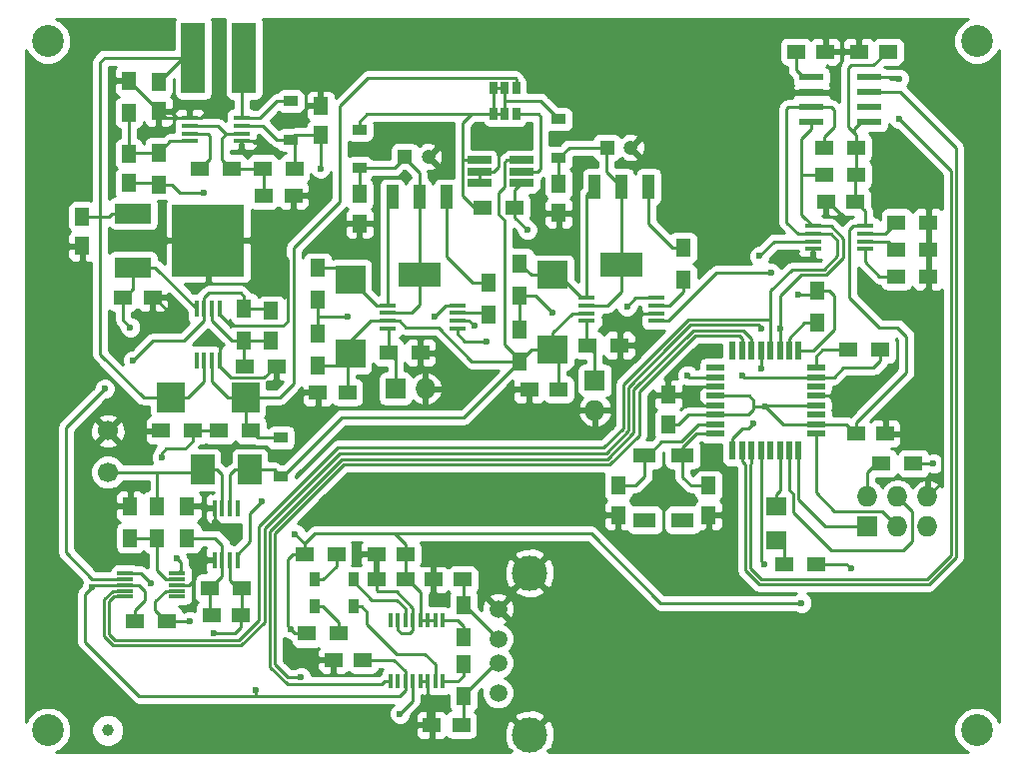
<source format=gtl>
G04 #@! TF.FileFunction,Copper,L1,Top,Signal*
%FSLAX46Y46*%
G04 Gerber Fmt 4.6, Leading zero omitted, Abs format (unit mm)*
G04 Created by KiCad (PCBNEW (after 2015-mar-04 BZR unknown)-product) date Fri 03 Jul 2015 12:32:40 AM EDT*
%MOMM*%
G01*
G04 APERTURE LIST*
%ADD10C,0.100000*%
%ADD11R,2.500000X2.400000*%
%ADD12R,1.250000X1.500000*%
%ADD13R,1.500000X1.250000*%
%ADD14R,1.220000X0.910000*%
%ADD15R,1.800860X1.597660*%
%ADD16R,0.910000X1.220000*%
%ADD17R,1.727200X1.727200*%
%ADD18O,1.727200X1.727200*%
%ADD19C,1.501140*%
%ADD20C,2.999740*%
%ADD21R,3.657600X2.032000*%
%ADD22R,1.016000X2.032000*%
%ADD23R,2.000000X2.500000*%
%ADD24R,2.400000X2.500000*%
%ADD25R,1.500000X1.300000*%
%ADD26R,1.300000X1.500000*%
%ADD27R,1.998980X0.690880*%
%ADD28R,1.600000X0.550000*%
%ADD29R,0.550000X1.600000*%
%ADD30R,0.450000X1.450000*%
%ADD31R,1.400000X0.300000*%
%ADD32R,1.450000X0.450000*%
%ADD33R,3.048000X1.651000*%
%ADD34R,6.096000X6.096000*%
%ADD35R,0.400000X1.200000*%
%ADD36R,2.000000X6.000000*%
%ADD37R,0.650000X1.060000*%
%ADD38R,1.900000X1.300000*%
%ADD39C,1.000000*%
%ADD40C,2.700000*%
%ADD41R,2.030000X0.610000*%
%ADD42C,1.700000*%
%ADD43R,1.200000X1.200000*%
%ADD44C,1.200000*%
%ADD45C,0.600000*%
%ADD46C,0.250000*%
%ADD47C,0.254000*%
G04 APERTURE END LIST*
D10*
D11*
X146304000Y-76352000D03*
X146304000Y-82652000D03*
D12*
X156083000Y-89007000D03*
X156083000Y-86507000D03*
X151828500Y-94190500D03*
X151828500Y-96690500D03*
D13*
X171978000Y-89789000D03*
X174478000Y-89789000D03*
D12*
X159512000Y-94190500D03*
X159512000Y-96690500D03*
D13*
X117368000Y-105156000D03*
X119868000Y-105156000D03*
D12*
X122428000Y-81895000D03*
X122428000Y-79395000D03*
D13*
X128885000Y-86296500D03*
X126385000Y-86296500D03*
X146792000Y-86042500D03*
X144292000Y-86042500D03*
D12*
X129921000Y-69489000D03*
X129921000Y-71989000D03*
X146812000Y-68600000D03*
X146812000Y-71100000D03*
X112903000Y-59964000D03*
X112903000Y-62464000D03*
X106426000Y-71394000D03*
X106426000Y-73894000D03*
D13*
X109875000Y-78232000D03*
X112375000Y-78232000D03*
X121813000Y-69596000D03*
X124313000Y-69596000D03*
D12*
X110363000Y-68560000D03*
X110363000Y-66060000D03*
X126619000Y-64496000D03*
X126619000Y-61996000D03*
D13*
X138664000Y-102171500D03*
X136164000Y-102171500D03*
X138537000Y-114490500D03*
X136037000Y-114490500D03*
X130218500Y-108966000D03*
X127718500Y-108966000D03*
X133838000Y-102171500D03*
X131338000Y-102171500D03*
X133838000Y-100012500D03*
X131338000Y-100012500D03*
X171938000Y-70104000D03*
X169438000Y-70104000D03*
X174732000Y-57404000D03*
X172232000Y-57404000D03*
X166898000Y-57404000D03*
X169398000Y-57404000D03*
D14*
X123253500Y-90122500D03*
X123253500Y-93392500D03*
D15*
X165227000Y-95966280D03*
X165227000Y-98806000D03*
D14*
X129921000Y-64024000D03*
X129921000Y-67294000D03*
X146812000Y-63135000D03*
X146812000Y-66405000D03*
X124079000Y-64881000D03*
X124079000Y-61611000D03*
D16*
X126127000Y-102171500D03*
X129397000Y-102171500D03*
X126127000Y-104457500D03*
X129397000Y-104457500D03*
D17*
X172974000Y-97663000D03*
D18*
X172974000Y-95123000D03*
X175514000Y-97663000D03*
X175514000Y-95123000D03*
X178054000Y-97663000D03*
X178054000Y-95123000D03*
D19*
X141668500Y-104648000D03*
X141668500Y-107188000D03*
X141668500Y-109220000D03*
X141668500Y-111760000D03*
D20*
X144335500Y-101600000D03*
X144335500Y-115316000D03*
D21*
X135001000Y-76327000D03*
D22*
X135001000Y-69723000D03*
X132715000Y-69723000D03*
X137287000Y-69723000D03*
D21*
X152146000Y-75438000D03*
D22*
X152146000Y-68834000D03*
X149860000Y-68834000D03*
X154432000Y-68834000D03*
D23*
X116618000Y-92837000D03*
X120618000Y-92837000D03*
D24*
X113944000Y-86741000D03*
X120244000Y-86741000D03*
D25*
X172038000Y-65532000D03*
X169338000Y-65532000D03*
X172038000Y-67818000D03*
X169338000Y-67818000D03*
X143082000Y-70612000D03*
X140382000Y-70612000D03*
X174164000Y-92329000D03*
X176864000Y-92329000D03*
X171370000Y-82677000D03*
X174070000Y-82677000D03*
D26*
X168719500Y-80407500D03*
X168719500Y-77707500D03*
D25*
X168609000Y-100838000D03*
X165909000Y-100838000D03*
D26*
X112776000Y-95932000D03*
X112776000Y-98632000D03*
X110490000Y-98632000D03*
X110490000Y-95932000D03*
D25*
X120730000Y-89535000D03*
X118030000Y-89535000D03*
X115777000Y-89535000D03*
X113077000Y-89535000D03*
D26*
X115316000Y-98632000D03*
X115316000Y-95932000D03*
D25*
X120189000Y-84074000D03*
X122889000Y-84074000D03*
X117268000Y-102870000D03*
X119968000Y-102870000D03*
D26*
X120142000Y-81868000D03*
X120142000Y-79168000D03*
D25*
X110918000Y-105664000D03*
X113618000Y-105664000D03*
D26*
X126365000Y-84027000D03*
X126365000Y-81327000D03*
X143510000Y-83646000D03*
X143510000Y-80946000D03*
D11*
X129159000Y-76733000D03*
X129159000Y-83033000D03*
D26*
X126365000Y-78439000D03*
X126365000Y-75739000D03*
X143510000Y-78058000D03*
X143510000Y-75358000D03*
D25*
X132381000Y-82931000D03*
X135081000Y-82931000D03*
X149272000Y-82296000D03*
X151972000Y-82296000D03*
D26*
X140843000Y-77009000D03*
X140843000Y-79709000D03*
X157353000Y-74024500D03*
X157353000Y-76724500D03*
D25*
X119079000Y-67310000D03*
X116379000Y-67310000D03*
X124413000Y-67310000D03*
X121713000Y-67310000D03*
D26*
X112903000Y-68660000D03*
X112903000Y-65960000D03*
X110363000Y-62564000D03*
X110363000Y-59864000D03*
X138747500Y-112030500D03*
X138747500Y-109330500D03*
X138747500Y-104377500D03*
X138747500Y-107077500D03*
D25*
X125252500Y-100012500D03*
X127952500Y-100012500D03*
X125459500Y-106743500D03*
X128159500Y-106743500D03*
X178134000Y-71882000D03*
X175434000Y-71882000D03*
X175434000Y-74168000D03*
X178134000Y-74168000D03*
X175434000Y-76454000D03*
X178134000Y-76454000D03*
D17*
X132969000Y-85979000D03*
D18*
X135509000Y-85979000D03*
D17*
X149860000Y-85280500D03*
D18*
X149860000Y-87820500D03*
D27*
X140058140Y-66614040D03*
X140058140Y-67564000D03*
X140058140Y-68513960D03*
X143659860Y-68513960D03*
X143659860Y-67564000D03*
X143659860Y-66614040D03*
D28*
X160088000Y-84195000D03*
X160088000Y-84995000D03*
X160088000Y-85795000D03*
X160088000Y-86595000D03*
X160088000Y-87395000D03*
X160088000Y-88195000D03*
X160088000Y-88995000D03*
X160088000Y-89795000D03*
D29*
X161538000Y-91245000D03*
X162338000Y-91245000D03*
X163138000Y-91245000D03*
X163938000Y-91245000D03*
X164738000Y-91245000D03*
X165538000Y-91245000D03*
X166338000Y-91245000D03*
X167138000Y-91245000D03*
D28*
X168588000Y-89795000D03*
X168588000Y-88995000D03*
X168588000Y-88195000D03*
X168588000Y-87395000D03*
X168588000Y-86595000D03*
X168588000Y-85795000D03*
X168588000Y-84995000D03*
X168588000Y-84195000D03*
D29*
X167138000Y-82745000D03*
X166338000Y-82745000D03*
X165538000Y-82745000D03*
X164738000Y-82745000D03*
X163938000Y-82745000D03*
X163138000Y-82745000D03*
X162338000Y-82745000D03*
X161538000Y-82745000D03*
D30*
X119593000Y-96098000D03*
X118943000Y-96098000D03*
X118293000Y-96098000D03*
X117643000Y-96098000D03*
X117643000Y-100498000D03*
X118293000Y-100498000D03*
X118943000Y-100498000D03*
X119593000Y-100498000D03*
X116119000Y-83607000D03*
X116769000Y-83607000D03*
X117419000Y-83607000D03*
X118069000Y-83607000D03*
X118069000Y-79207000D03*
X117419000Y-79207000D03*
X116769000Y-79207000D03*
X116119000Y-79207000D03*
D31*
X114468000Y-103616000D03*
X114468000Y-103116000D03*
X114468000Y-102616000D03*
X114468000Y-102116000D03*
X114468000Y-101616000D03*
X110068000Y-101616000D03*
X110068000Y-102116000D03*
X110068000Y-102616000D03*
X110068000Y-103116000D03*
X110068000Y-103616000D03*
D32*
X132305000Y-78908000D03*
X132305000Y-79558000D03*
X132305000Y-80208000D03*
X132305000Y-80858000D03*
X138205000Y-80858000D03*
X138205000Y-80208000D03*
X138205000Y-79558000D03*
X138205000Y-78908000D03*
X149196000Y-78273000D03*
X149196000Y-78923000D03*
X149196000Y-79573000D03*
X149196000Y-80223000D03*
X155096000Y-80223000D03*
X155096000Y-79573000D03*
X155096000Y-78923000D03*
X155096000Y-78273000D03*
D33*
X110744000Y-71120000D03*
D34*
X117094000Y-73406000D03*
D33*
X110744000Y-75692000D03*
D32*
X115529000Y-63033000D03*
X115529000Y-63683000D03*
X115529000Y-64333000D03*
X115529000Y-64983000D03*
X119929000Y-64983000D03*
X119929000Y-64333000D03*
X119929000Y-63683000D03*
X119929000Y-63033000D03*
D35*
X132524500Y-110804000D03*
X133159500Y-110804000D03*
X133794500Y-110804000D03*
X134429500Y-110804000D03*
X135064500Y-110804000D03*
X135699500Y-110804000D03*
X136334500Y-110804000D03*
X136969500Y-110804000D03*
X136969500Y-105604000D03*
X136334500Y-105604000D03*
X135699500Y-105604000D03*
X135064500Y-105604000D03*
X134429500Y-105604000D03*
X133794500Y-105604000D03*
X133159500Y-105604000D03*
X132524500Y-105604000D03*
D32*
X168337571Y-72196000D03*
X168337571Y-72846000D03*
X168337571Y-73496000D03*
X168337571Y-74146000D03*
X172737571Y-74146000D03*
X172737571Y-73496000D03*
X172737571Y-72846000D03*
X172737571Y-72196000D03*
D36*
X115833000Y-57912000D03*
X120133000Y-57912000D03*
D37*
X141290000Y-62695000D03*
X142240000Y-62695000D03*
X143190000Y-62695000D03*
X143190000Y-60495000D03*
X141290000Y-60495000D03*
X142240000Y-60495000D03*
D38*
X157302000Y-91611000D03*
X157302000Y-97111000D03*
X154102000Y-91611000D03*
X154102000Y-97111000D03*
D39*
X108585000Y-114935000D03*
D40*
X103505000Y-114935000D03*
X103505000Y-56515000D03*
X182245000Y-56515000D03*
X182245000Y-114935000D03*
D41*
X168238000Y-59563000D03*
X168238000Y-60833000D03*
X168238000Y-62103000D03*
X168238000Y-63373000D03*
X173138000Y-59563000D03*
X173138000Y-60833000D03*
X173138000Y-62103000D03*
X173138000Y-63373000D03*
D42*
X108585000Y-93063000D03*
X108585000Y-89563000D03*
D43*
X150892000Y-65532000D03*
D44*
X152892000Y-65532000D03*
D43*
X133747000Y-66294000D03*
D44*
X135747000Y-66294000D03*
D45*
X171958000Y-86106000D03*
X121539000Y-65278000D03*
X141668500Y-64897000D03*
X129730500Y-100012500D03*
X124968000Y-108712000D03*
X115887500Y-100457000D03*
X108077000Y-95948500D03*
X117919500Y-82042000D03*
X139636500Y-80645000D03*
X129032000Y-74041000D03*
X145796000Y-73914000D03*
X157861000Y-86550500D03*
X119253000Y-98107500D03*
X113157000Y-80454500D03*
X117919500Y-61849000D03*
X171069000Y-71564500D03*
X166624000Y-74866500D03*
X174752000Y-79375000D03*
X106807000Y-60198000D03*
X149860000Y-96266000D03*
X159512000Y-99314000D03*
X122428000Y-76454000D03*
X124080456Y-106364456D03*
X121158000Y-111506000D03*
X107205476Y-102852524D03*
X110490000Y-80772000D03*
X167386000Y-104140000D03*
X124460000Y-98298000D03*
X121666000Y-95504000D03*
X164338000Y-87503000D03*
X171577000Y-101219000D03*
X163957000Y-84264500D03*
X178562000Y-92329000D03*
X116713000Y-69342000D03*
X126619000Y-67310000D03*
X164211000Y-100838000D03*
X144145000Y-72517000D03*
X157734000Y-84836000D03*
X115570000Y-105664000D03*
X163258500Y-88963500D03*
X163830000Y-74739500D03*
X175641000Y-59690000D03*
X175641000Y-63119000D03*
X162369500Y-84836000D03*
X140652500Y-81978500D03*
X164782500Y-76136500D03*
X167068500Y-78041500D03*
X163957000Y-80899000D03*
X165538000Y-80895107D03*
X133350000Y-113538000D03*
X124968000Y-110426500D03*
X113157000Y-91821000D03*
X114427000Y-100330000D03*
X136271000Y-79883000D03*
X128905000Y-79883000D03*
X146304000Y-79502000D03*
X152590500Y-78994000D03*
X117602000Y-106680000D03*
X112268000Y-102489000D03*
X110744000Y-83566000D03*
X108331000Y-85979000D03*
D46*
X135001000Y-69723000D02*
X135001000Y-76327000D01*
X134310000Y-79558000D02*
X135001000Y-78867000D01*
X135001000Y-78867000D02*
X135001000Y-76327000D01*
X132305000Y-79558000D02*
X134310000Y-79558000D01*
X135001000Y-67691000D02*
X133731000Y-66421000D01*
X135001000Y-69723000D02*
X135001000Y-67691000D01*
X129921000Y-69489000D02*
X129921000Y-67294000D01*
X132858000Y-67294000D02*
X133731000Y-66421000D01*
X129921000Y-67294000D02*
X132858000Y-67294000D01*
X156083000Y-86632000D02*
X156083000Y-86507000D01*
X170199000Y-86595000D02*
X171469000Y-86595000D01*
X171469000Y-86595000D02*
X171958000Y-86106000D01*
X168588000Y-86595000D02*
X170199000Y-86595000D01*
X110363000Y-59924000D02*
X110363000Y-59864000D01*
X113472000Y-63033000D02*
X110363000Y-59924000D01*
X115529000Y-63033000D02*
X113472000Y-63033000D01*
X121244000Y-64983000D02*
X121539000Y-65278000D01*
X119929000Y-64983000D02*
X121244000Y-64983000D01*
X141668500Y-67203130D02*
X141668500Y-64897000D01*
X141307630Y-67564000D02*
X141668500Y-67203130D01*
X140058140Y-67564000D02*
X141307630Y-67564000D01*
X140058140Y-68513960D02*
X140058140Y-67564000D01*
X135064500Y-110804000D02*
X135699500Y-110804000D01*
X135699500Y-114153000D02*
X136037000Y-114490500D01*
X135699500Y-110804000D02*
X135699500Y-114153000D01*
X134429500Y-104583090D02*
X134429500Y-105604000D01*
X133033910Y-103187500D02*
X134429500Y-104583090D01*
X131338000Y-103046500D02*
X131479000Y-103187500D01*
X131479000Y-103187500D02*
X133033910Y-103187500D01*
X131338000Y-102171500D02*
X131338000Y-103046500D01*
X131338000Y-100012500D02*
X129730500Y-100012500D01*
X125222000Y-108966000D02*
X124968000Y-108712000D01*
X127718500Y-108966000D02*
X125222000Y-108966000D01*
X133159500Y-106454000D02*
X133449000Y-106743500D01*
X133159500Y-105604000D02*
X133159500Y-106454000D01*
X133449000Y-106743500D02*
X134175500Y-106743500D01*
X134429500Y-106489500D02*
X134429500Y-105604000D01*
X134175500Y-106743500D02*
X134429500Y-106489500D01*
X115418000Y-102616000D02*
X115951000Y-102083000D01*
X114468000Y-102616000D02*
X115418000Y-102616000D01*
X115951000Y-102083000D02*
X115951000Y-101155500D01*
X116608500Y-100498000D02*
X117643000Y-100498000D01*
X116268388Y-100837888D02*
X115887500Y-100457000D01*
X116268612Y-100837888D02*
X116268388Y-100837888D01*
X115951000Y-101155500D02*
X116268612Y-100837888D01*
X116268612Y-100837888D02*
X116608500Y-100498000D01*
X109590000Y-95932000D02*
X109573500Y-95948500D01*
X110490000Y-95932000D02*
X109590000Y-95932000D01*
X109573500Y-95948500D02*
X108077000Y-95948500D01*
X122789000Y-84074000D02*
X122889000Y-84074000D01*
X121813999Y-85049001D02*
X122789000Y-84074000D01*
X119011001Y-85049001D02*
X121813999Y-85049001D01*
X118069000Y-84107000D02*
X119011001Y-85049001D01*
X118069000Y-83607000D02*
X118069000Y-84107000D01*
X118069000Y-82191500D02*
X117919500Y-82042000D01*
X118069000Y-83607000D02*
X118069000Y-82191500D01*
X139199500Y-80208000D02*
X139636500Y-80645000D01*
X138205000Y-80208000D02*
X139199500Y-80208000D01*
X129921000Y-73152000D02*
X129032000Y-74041000D01*
X129921000Y-71989000D02*
X129921000Y-73152000D01*
X146812000Y-72517000D02*
X145796000Y-73914000D01*
X146812000Y-71100000D02*
X146812000Y-72517000D01*
X151972000Y-81396000D02*
X151972000Y-82296000D01*
X153795000Y-79573000D02*
X151972000Y-81396000D01*
X155096000Y-79573000D02*
X153795000Y-79573000D01*
X159038000Y-87395000D02*
X158369000Y-86726000D01*
X160088000Y-87395000D02*
X159038000Y-87395000D01*
X159038000Y-85795000D02*
X160088000Y-85795000D01*
X158934000Y-85795000D02*
X159038000Y-85795000D01*
X158369000Y-86360000D02*
X158934000Y-85795000D01*
X158369000Y-86726000D02*
X158369000Y-86360000D01*
X158616500Y-85795000D02*
X157861000Y-86550500D01*
X160088000Y-85795000D02*
X158616500Y-85795000D01*
X178054000Y-95123000D02*
X179260500Y-93916500D01*
X179260500Y-93916500D02*
X179260500Y-90614500D01*
X178435000Y-89789000D02*
X174478000Y-89789000D01*
X179260500Y-90614500D02*
X178435000Y-89789000D01*
X117643000Y-97073000D02*
X118677500Y-98107500D01*
X117643000Y-96098000D02*
X117643000Y-97073000D01*
X118677500Y-98107500D02*
X119253000Y-98107500D01*
X112500000Y-78232000D02*
X113665000Y-79397000D01*
X112375000Y-78232000D02*
X112500000Y-78232000D01*
X113665000Y-79397000D02*
X113665000Y-79946500D01*
X113665000Y-79946500D02*
X113157000Y-80454500D01*
X116504000Y-63033000D02*
X117688000Y-61849000D01*
X115529000Y-63033000D02*
X116504000Y-63033000D01*
X117688000Y-61849000D02*
X117919500Y-61849000D01*
X169608500Y-70104000D02*
X171069000Y-71564500D01*
X169438000Y-70104000D02*
X169608500Y-70104000D01*
X168337571Y-74621000D02*
X168092071Y-74866500D01*
X168337571Y-74146000D02*
X168337571Y-74621000D01*
X168092071Y-74866500D02*
X166624000Y-74866500D01*
X178134000Y-77354000D02*
X176113000Y-79375000D01*
X178134000Y-76454000D02*
X178134000Y-77354000D01*
X176113000Y-79375000D02*
X174752000Y-79375000D01*
X118069000Y-79707000D02*
X119007000Y-80645000D01*
X118069000Y-79207000D02*
X118069000Y-79707000D01*
X119007000Y-80645000D02*
X123444000Y-80645000D01*
X123444000Y-80645000D02*
X123825000Y-80264000D01*
X122174000Y-73406000D02*
X117094000Y-73406000D01*
X123825000Y-75057000D02*
X122174000Y-73406000D01*
X159512000Y-97690500D02*
X158396500Y-98806000D01*
X159512000Y-96690500D02*
X159512000Y-97690500D01*
X158396500Y-98806000D02*
X152654000Y-98806000D01*
X151828500Y-97980500D02*
X151828500Y-96690500D01*
X152654000Y-98806000D02*
X151828500Y-97980500D01*
X150284500Y-96690500D02*
X149860000Y-96266000D01*
X151828500Y-96690500D02*
X150284500Y-96690500D01*
X159512000Y-96690500D02*
X159512000Y-99314000D01*
X157817500Y-86507000D02*
X157861000Y-86550500D01*
X156083000Y-86507000D02*
X157817500Y-86507000D01*
X123825000Y-77561440D02*
X123535440Y-77561440D01*
X123535440Y-77561440D02*
X122428000Y-76454000D01*
X123825000Y-80264000D02*
X123825000Y-77561440D01*
X123825000Y-77561440D02*
X123825000Y-75057000D01*
X152146000Y-77724000D02*
X150947000Y-78923000D01*
X150947000Y-78923000D02*
X149196000Y-78923000D01*
X152146000Y-75438000D02*
X152146000Y-77724000D01*
X150876000Y-67564000D02*
X150876000Y-65532000D01*
X152146000Y-68834000D02*
X150876000Y-67564000D01*
X152146000Y-75438000D02*
X152146000Y-68834000D01*
X146812000Y-68600000D02*
X146812000Y-66405000D01*
X147685000Y-65532000D02*
X146812000Y-66405000D01*
X150876000Y-65532000D02*
X147685000Y-65532000D01*
X165538000Y-94606450D02*
X165538000Y-93136716D01*
X165227000Y-94917450D02*
X165538000Y-94606450D01*
X165227000Y-95966280D02*
X165227000Y-94917450D01*
X165538000Y-93136716D02*
X165538000Y-91245000D01*
X165538000Y-93265140D02*
X165538000Y-93136716D01*
X165909000Y-99488000D02*
X165227000Y-98806000D01*
X165909000Y-100838000D02*
X165909000Y-99488000D01*
X127952500Y-100912500D02*
X127952500Y-100012500D01*
X127952500Y-101051000D02*
X127952500Y-100912500D01*
X126832000Y-102171500D02*
X127952500Y-101051000D01*
X126127000Y-102171500D02*
X126832000Y-102171500D01*
X129397000Y-102326500D02*
X130956500Y-103886000D01*
X129397000Y-102171500D02*
X129397000Y-102326500D01*
X130956500Y-103886000D02*
X133096000Y-103886000D01*
X133794500Y-104584500D02*
X133794500Y-105604000D01*
X133096000Y-103886000D02*
X133794500Y-104584500D01*
X128159500Y-105843500D02*
X128159500Y-106743500D01*
X128159500Y-105785000D02*
X128159500Y-105843500D01*
X126832000Y-104457500D02*
X128159500Y-105785000D01*
X126127000Y-104457500D02*
X126832000Y-104457500D01*
X130102000Y-104457500D02*
X130556000Y-104911500D01*
X129397000Y-104457500D02*
X130102000Y-104457500D01*
X130556000Y-104911500D02*
X130556000Y-105981500D01*
X130556000Y-105981500D02*
X133032500Y-108458000D01*
X133032500Y-108458000D02*
X135445500Y-108458000D01*
X136334500Y-109347000D02*
X136334500Y-110804000D01*
X135445500Y-108458000D02*
X136334500Y-109347000D01*
X167138000Y-95383000D02*
X169418000Y-97663000D01*
X169418000Y-97663000D02*
X172974000Y-97663000D01*
X167138000Y-91245000D02*
X167138000Y-95383000D01*
X171323000Y-58801000D02*
X171323000Y-63758000D01*
X171323000Y-63758000D02*
X171873000Y-64308000D01*
X171577000Y-58547000D02*
X171323000Y-58801000D01*
X173464000Y-58547000D02*
X171577000Y-58547000D01*
X174732000Y-57404000D02*
X174607000Y-57404000D01*
X174607000Y-57404000D02*
X173464000Y-58547000D01*
X172038000Y-65532000D02*
X172038000Y-64473000D01*
X172038000Y-64473000D02*
X171873000Y-64308000D01*
X171873000Y-64308000D02*
X171873000Y-63928000D01*
X171873000Y-63928000D02*
X172428000Y-63373000D01*
X172428000Y-63373000D02*
X173138000Y-63373000D01*
X124459500Y-106743500D02*
X124080456Y-106364456D01*
X124080456Y-106364456D02*
X123825000Y-106109000D01*
X121126850Y-112014000D02*
X133334502Y-112014000D01*
X111252000Y-112014000D02*
X121126850Y-112014000D01*
X121126850Y-112014000D02*
X121126850Y-111537150D01*
X121126850Y-111537150D02*
X121158000Y-111506000D01*
X107442000Y-102616000D02*
X107205476Y-102852524D01*
X107205476Y-102852524D02*
X106680000Y-103378000D01*
X109875000Y-78232000D02*
X109875000Y-80157000D01*
X109875000Y-80157000D02*
X110490000Y-80772000D01*
X155448000Y-104140000D02*
X167386000Y-104140000D01*
X149542500Y-98234500D02*
X155448000Y-104140000D01*
X134175500Y-98234500D02*
X149542500Y-98234500D01*
X132935000Y-98234500D02*
X134175500Y-98234500D01*
X172737571Y-72196000D02*
X171762571Y-72196000D01*
X171450000Y-72508571D02*
X171450000Y-78232000D01*
X171450000Y-78232000D02*
X173990000Y-80772000D01*
X171762571Y-72196000D02*
X171450000Y-72508571D01*
X173990000Y-80772000D02*
X175514000Y-80772000D01*
X175514000Y-80772000D02*
X176276000Y-81534000D01*
X176276000Y-81534000D02*
X176276000Y-84582000D01*
X171978000Y-88880000D02*
X171978000Y-89789000D01*
X176276000Y-84582000D02*
X171978000Y-88880000D01*
X110068000Y-102616000D02*
X107442000Y-102616000D01*
X106680000Y-103378000D02*
X106680000Y-107442000D01*
X106680000Y-107442000D02*
X111252000Y-112014000D01*
X133334502Y-112014000D02*
X133794500Y-111554002D01*
X133794500Y-111554002D02*
X133794500Y-110804000D01*
X124460000Y-98298000D02*
X125252500Y-99090500D01*
X125252500Y-99090500D02*
X125252500Y-99112500D01*
X120650000Y-96520000D02*
X121666000Y-95504000D01*
X120650000Y-98941000D02*
X120650000Y-96520000D01*
X119593000Y-100498000D02*
X119593000Y-99998000D01*
X119593000Y-99998000D02*
X120650000Y-98941000D01*
X162884000Y-88195000D02*
X163322000Y-87757000D01*
X163322000Y-87503000D02*
X163322000Y-86995000D01*
X163322000Y-87757000D02*
X163322000Y-87503000D01*
X163322000Y-86995000D02*
X162922000Y-86595000D01*
X162922000Y-86595000D02*
X160088000Y-86595000D01*
X160088000Y-88195000D02*
X162884000Y-88195000D01*
X164338000Y-87503000D02*
X163322000Y-87503000D01*
X172974000Y-93091000D02*
X172974000Y-95123000D01*
X173736000Y-92329000D02*
X172974000Y-93091000D01*
X174164000Y-92329000D02*
X173736000Y-92329000D01*
X164446000Y-87395000D02*
X164338000Y-87503000D01*
X168588000Y-87395000D02*
X164446000Y-87395000D01*
X165830000Y-88995000D02*
X164338000Y-87503000D01*
X168588000Y-88995000D02*
X165830000Y-88995000D01*
X171184000Y-88995000D02*
X168588000Y-88995000D01*
X171978000Y-89789000D02*
X171184000Y-88995000D01*
X172737571Y-70903571D02*
X172737571Y-72196000D01*
X171938000Y-70104000D02*
X172737571Y-70903571D01*
X171938000Y-67918000D02*
X171938000Y-70104000D01*
X172038000Y-67818000D02*
X171938000Y-67918000D01*
X172038000Y-65532000D02*
X172038000Y-67818000D01*
X110068000Y-102616000D02*
X111252000Y-102616000D01*
X111252000Y-102616000D02*
X111760000Y-103124000D01*
X111760000Y-103124000D02*
X111760000Y-103922000D01*
X110918000Y-104764000D02*
X110918000Y-105664000D01*
X111760000Y-103922000D02*
X110918000Y-104764000D01*
X110744000Y-77490000D02*
X110002000Y-78232000D01*
X110744000Y-75692000D02*
X110744000Y-77490000D01*
X112604000Y-75692000D02*
X116119000Y-79207000D01*
X110744000Y-75692000D02*
X112604000Y-75692000D01*
X133963000Y-102171500D02*
X133838000Y-102171500D01*
X135064500Y-103273000D02*
X133963000Y-102171500D01*
X135064500Y-105604000D02*
X135064500Y-103273000D01*
X136334500Y-105604000D02*
X135699500Y-105604000D01*
X135699500Y-105604000D02*
X135064500Y-105604000D01*
X133838000Y-102171500D02*
X133838000Y-100012500D01*
X124252500Y-100012500D02*
X125252500Y-100012500D01*
X123825000Y-100440000D02*
X124252500Y-100012500D01*
X123825000Y-106109000D02*
X123825000Y-100440000D01*
X125459500Y-106743500D02*
X124459500Y-106743500D01*
X125459500Y-106743500D02*
X125559500Y-106743500D01*
X125252500Y-99112500D02*
X125252500Y-100012500D01*
X126130500Y-98234500D02*
X125252500Y-99112500D01*
X132935000Y-98234500D02*
X126130500Y-98234500D01*
X133838000Y-99137500D02*
X132935000Y-98234500D01*
X133838000Y-100012500D02*
X133838000Y-99137500D01*
X131218500Y-108966000D02*
X130218500Y-108966000D01*
X132806500Y-108966000D02*
X131218500Y-108966000D01*
X133794500Y-109954000D02*
X132806500Y-108966000D01*
X133794500Y-110804000D02*
X133794500Y-109954000D01*
X159038000Y-88195000D02*
X160088000Y-88195000D01*
X157770000Y-88195000D02*
X159038000Y-88195000D01*
X156958000Y-89007000D02*
X157770000Y-88195000D01*
X156083000Y-89007000D02*
X156958000Y-89007000D01*
X171196000Y-100838000D02*
X171577000Y-101219000D01*
X168609000Y-100838000D02*
X171196000Y-100838000D01*
X174244000Y-96393000D02*
X170180000Y-96393000D01*
X170180000Y-96393000D02*
X168588000Y-94801000D01*
X168588000Y-94801000D02*
X168588000Y-89795000D01*
X175514000Y-97663000D02*
X174244000Y-96393000D01*
X176784000Y-96393000D02*
X175514000Y-95123000D01*
X176784000Y-98933000D02*
X176784000Y-96393000D01*
X176022000Y-99695000D02*
X176784000Y-98933000D01*
X169926000Y-99695000D02*
X176022000Y-99695000D01*
X166687990Y-96456990D02*
X169926000Y-99695000D01*
X166687990Y-94898950D02*
X166687990Y-96456990D01*
X166338000Y-94548960D02*
X166687990Y-94898950D01*
X166338000Y-91245000D02*
X166338000Y-94548960D01*
X163938000Y-82745000D02*
X163938000Y-83991500D01*
X163957000Y-84010500D02*
X163957000Y-84264500D01*
X163938000Y-83991500D02*
X163957000Y-84010500D01*
X176864000Y-92329000D02*
X178562000Y-92329000D01*
X112803000Y-68560000D02*
X112903000Y-68660000D01*
X110363000Y-68560000D02*
X112803000Y-68560000D01*
X121722000Y-63683000D02*
X122920000Y-64881000D01*
X122920000Y-64881000D02*
X124079000Y-64881000D01*
X119929000Y-63683000D02*
X121722000Y-63683000D01*
X124464000Y-64496000D02*
X124079000Y-64881000D01*
X126619000Y-64496000D02*
X124464000Y-64496000D01*
X124413000Y-65215000D02*
X124079000Y-64881000D01*
X124413000Y-67310000D02*
X124413000Y-65215000D01*
X113999000Y-68660000D02*
X114681000Y-69342000D01*
X114681000Y-69342000D02*
X116713000Y-69342000D01*
X126619000Y-67310000D02*
X126619000Y-64496000D01*
X112903000Y-68660000D02*
X113999000Y-68660000D01*
X108585000Y-93063000D02*
X109787081Y-93063000D01*
X109787081Y-93063000D02*
X109815081Y-93091000D01*
X109815081Y-93091000D02*
X112789185Y-93091000D01*
X117868000Y-92837000D02*
X116618000Y-92837000D01*
X118293000Y-93262000D02*
X117868000Y-92837000D01*
X118293000Y-96098000D02*
X118293000Y-93262000D01*
X116364000Y-93091000D02*
X116618000Y-92837000D01*
X112789185Y-94918815D02*
X112789185Y-93091000D01*
X112776000Y-94932000D02*
X112789185Y-94918815D01*
X112776000Y-95932000D02*
X112776000Y-94932000D01*
X112789185Y-93091000D02*
X116364000Y-93091000D01*
X131334000Y-78908000D02*
X129159000Y-76733000D01*
X132305000Y-78908000D02*
X131334000Y-78908000D01*
X128165000Y-75739000D02*
X129159000Y-76733000D01*
X126365000Y-75739000D02*
X128165000Y-75739000D01*
X132305000Y-70133000D02*
X132715000Y-69723000D01*
X132305000Y-78908000D02*
X132305000Y-70133000D01*
X139493000Y-77009000D02*
X137287000Y-74803000D01*
X137287000Y-74803000D02*
X137287000Y-69723000D01*
X140843000Y-77009000D02*
X139493000Y-77009000D01*
X144504000Y-76352000D02*
X143510000Y-75358000D01*
X146304000Y-76352000D02*
X144504000Y-76352000D01*
X149196000Y-69498000D02*
X149860000Y-68834000D01*
X149196000Y-78273000D02*
X149196000Y-69498000D01*
X146775000Y-76352000D02*
X146304000Y-76352000D01*
X148696000Y-78273000D02*
X146775000Y-76352000D01*
X149196000Y-78273000D02*
X148696000Y-78273000D01*
X154432000Y-68834000D02*
X154432000Y-71882000D01*
X154432000Y-72003500D02*
X154432000Y-71882000D01*
X156453000Y-74024500D02*
X154432000Y-72003500D01*
X157353000Y-74024500D02*
X156453000Y-74024500D01*
X146812000Y-63135000D02*
X146796000Y-63135000D01*
X140382000Y-70612000D02*
X140589000Y-70612000D01*
X141290000Y-62695000D02*
X142240000Y-62695000D01*
X141290000Y-60495000D02*
X141290000Y-62695000D01*
X141290000Y-60495000D02*
X142240000Y-60495000D01*
X139992100Y-66548000D02*
X140058140Y-66614040D01*
X138684000Y-69596000D02*
X138684000Y-66675000D01*
X138684000Y-66675000D02*
X138811000Y-66548000D01*
X138811000Y-66548000D02*
X139992100Y-66548000D01*
X139700000Y-70612000D02*
X138684000Y-69596000D01*
X140382000Y-70612000D02*
X139700000Y-70612000D01*
X138684000Y-66675000D02*
X138684000Y-63436500D01*
X139425500Y-62695000D02*
X141290000Y-62695000D01*
X138684000Y-63436500D02*
X139425500Y-62695000D01*
X129921000Y-63319000D02*
X130565500Y-62674500D01*
X129921000Y-64024000D02*
X129921000Y-63319000D01*
X139405000Y-62674500D02*
X139425500Y-62695000D01*
X130565500Y-62674500D02*
X139405000Y-62674500D01*
X145228580Y-61551580D02*
X145331215Y-61654215D01*
X146812000Y-63135000D02*
X145331215Y-61654215D01*
X142240000Y-61551580D02*
X145228580Y-61551580D01*
X142240000Y-62695000D02*
X142240000Y-61551580D01*
X142240000Y-61551580D02*
X142240000Y-60495000D01*
X143082000Y-69091820D02*
X143659860Y-68513960D01*
X143082000Y-70612000D02*
X143082000Y-69091820D01*
X163938000Y-100565000D02*
X164211000Y-100838000D01*
X163938000Y-91245000D02*
X163938000Y-100565000D01*
X143082000Y-71454000D02*
X144145000Y-72517000D01*
X143082000Y-70612000D02*
X143082000Y-71454000D01*
X145054500Y-62695000D02*
X143190000Y-62695000D01*
X145288000Y-67310000D02*
X145288000Y-62928500D01*
X145288000Y-62928500D02*
X145054500Y-62695000D01*
X145034000Y-67564000D02*
X145288000Y-67310000D01*
X143659860Y-67564000D02*
X145034000Y-67564000D01*
X129159000Y-81915000D02*
X129159000Y-83033000D01*
X130866000Y-80208000D02*
X129159000Y-81915000D01*
X132305000Y-80208000D02*
X130866000Y-80208000D01*
X128165000Y-84027000D02*
X129159000Y-83033000D01*
X126365000Y-84027000D02*
X128165000Y-84027000D01*
X144504000Y-82652000D02*
X143510000Y-83646000D01*
X146304000Y-82652000D02*
X144504000Y-82652000D01*
X133280000Y-80208000D02*
X132305000Y-80208000D01*
X133844000Y-80772000D02*
X133280000Y-80208000D01*
X136583998Y-80772000D02*
X133844000Y-80772000D01*
X139457998Y-83646000D02*
X136583998Y-80772000D01*
X143510000Y-83646000D02*
X139457998Y-83646000D01*
X119368000Y-92837000D02*
X120618000Y-92837000D01*
X118943000Y-93262000D02*
X119368000Y-92837000D01*
X118943000Y-96098000D02*
X118943000Y-93262000D01*
X122698000Y-92837000D02*
X123253500Y-93392500D01*
X120618000Y-92837000D02*
X122698000Y-92837000D01*
X123408500Y-93392500D02*
X123253500Y-93392500D01*
X128409000Y-88392000D02*
X123408500Y-93392500D01*
X138764000Y-88392000D02*
X128409000Y-88392000D01*
X143510000Y-83646000D02*
X138764000Y-88392000D01*
X146304000Y-81202000D02*
X146304000Y-82652000D01*
X147933000Y-79573000D02*
X146304000Y-81202000D01*
X149196000Y-79573000D02*
X147933000Y-79573000D01*
X143510000Y-83546000D02*
X143510000Y-83646000D01*
X142176500Y-71691502D02*
X142176500Y-82212500D01*
X142182010Y-68891990D02*
X141732000Y-69342000D01*
X142182010Y-66842400D02*
X142182010Y-68891990D01*
X141732000Y-69342000D02*
X141732000Y-71247002D01*
X142410370Y-66614040D02*
X142182010Y-66842400D01*
X142176500Y-82212500D02*
X143510000Y-83546000D01*
X141732000Y-71247002D02*
X142176500Y-71691502D01*
X143659860Y-66614040D02*
X142410370Y-66614040D01*
X146792000Y-83140000D02*
X146304000Y-82652000D01*
X146792000Y-86042500D02*
X146792000Y-83140000D01*
X128885000Y-83307000D02*
X129159000Y-83033000D01*
X128885000Y-86296500D02*
X128885000Y-83307000D01*
X160088000Y-84995000D02*
X157893000Y-84995000D01*
X157893000Y-84995000D02*
X157734000Y-84836000D01*
X113618000Y-105664000D02*
X115570000Y-105664000D01*
X113518000Y-105664000D02*
X113618000Y-105664000D01*
X112618000Y-104764000D02*
X113518000Y-105664000D01*
X112618000Y-104016000D02*
X112618000Y-104764000D01*
X113518000Y-103116000D02*
X112618000Y-104016000D01*
X114468000Y-103116000D02*
X113518000Y-103116000D01*
X161538000Y-90195000D02*
X162388500Y-89344500D01*
X161538000Y-91245000D02*
X161538000Y-90195000D01*
X162877500Y-89344500D02*
X163258500Y-88963500D01*
X162388500Y-89344500D02*
X162877500Y-89344500D01*
X165073500Y-73496000D02*
X168337571Y-73496000D01*
X163830000Y-74739500D02*
X165073500Y-73496000D01*
X162338000Y-91245000D02*
X162338000Y-92107000D01*
X162338000Y-92107000D02*
X162617990Y-92386990D01*
X162617990Y-92386990D02*
X162617990Y-101405400D01*
X162617990Y-101405400D02*
X163770599Y-102558009D01*
X175768000Y-60833000D02*
X173138000Y-60833000D01*
X163770599Y-102558009D02*
X178176900Y-102558010D01*
X178176900Y-102558010D02*
X180478019Y-100256891D01*
X180478019Y-100256891D02*
X180478020Y-96520000D01*
X180478020Y-96520000D02*
X180478020Y-65543020D01*
X180478020Y-65543020D02*
X175768000Y-60833000D01*
X173138000Y-59563000D02*
X175514000Y-59563000D01*
X175514000Y-59563000D02*
X175641000Y-59690000D01*
X175641000Y-59690000D02*
X174879000Y-59690000D01*
X175895000Y-63373000D02*
X175641000Y-63119000D01*
X180028010Y-67506010D02*
X175895000Y-63373000D01*
X180028010Y-100070490D02*
X180028010Y-67506010D01*
X163068000Y-101219000D02*
X163957000Y-102108000D01*
X163957000Y-102108000D02*
X177990500Y-102108000D01*
X163068000Y-92365000D02*
X163068000Y-101219000D01*
X177990500Y-102108000D02*
X180028010Y-100070490D01*
X163138000Y-92295000D02*
X163068000Y-92365000D01*
X163138000Y-91245000D02*
X163138000Y-92295000D01*
X170148000Y-84995000D02*
X170942000Y-84201000D01*
X170942000Y-84201000D02*
X173482000Y-84201000D01*
X173482000Y-84201000D02*
X174070000Y-83613000D01*
X174070000Y-83613000D02*
X174070000Y-82677000D01*
X168588000Y-84995000D02*
X170148000Y-84995000D01*
X162528500Y-84995000D02*
X162369500Y-84836000D01*
X168588000Y-84995000D02*
X162528500Y-84995000D01*
X140228236Y-81978500D02*
X140652500Y-81978500D01*
X138850500Y-81978500D02*
X140228236Y-81978500D01*
X138205000Y-81333000D02*
X138850500Y-81978500D01*
X138205000Y-80858000D02*
X138205000Y-81333000D01*
X156071000Y-80223000D02*
X160157500Y-76136500D01*
X155096000Y-80223000D02*
X156071000Y-80223000D01*
X160157500Y-76136500D02*
X164782500Y-76136500D01*
X168367002Y-82745000D02*
X170116500Y-80995502D01*
X167138000Y-82745000D02*
X168367002Y-82745000D01*
X170116500Y-80995502D02*
X170116500Y-78105000D01*
X169719000Y-77707500D02*
X168719500Y-77707500D01*
X170116500Y-78105000D02*
X169719000Y-77707500D01*
X168385500Y-78041500D02*
X168719500Y-77707500D01*
X167068500Y-78041500D02*
X168385500Y-78041500D01*
X168238000Y-63373000D02*
X168238000Y-63928000D01*
X168238000Y-63928000D02*
X167386000Y-64780000D01*
X167386000Y-64780000D02*
X167386000Y-67818000D01*
X165538000Y-78111500D02*
X167316990Y-76332510D01*
X167316990Y-76332510D02*
X169477400Y-76332510D01*
X169477400Y-76332510D02*
X170897292Y-74912618D01*
X170897292Y-74912618D02*
X170897292Y-73232882D01*
X170897292Y-73232882D02*
X169860410Y-72196000D01*
X169860410Y-72196000D02*
X169758021Y-72196000D01*
X169758021Y-72196000D02*
X168337571Y-72196000D01*
X167386000Y-71244429D02*
X167640000Y-71498429D01*
X167640000Y-71498429D02*
X168337571Y-72196000D01*
X167386000Y-67818000D02*
X167386000Y-71244429D01*
X169338000Y-67818000D02*
X167386000Y-67818000D01*
X108261991Y-106993401D02*
X109033600Y-107765010D01*
X108261990Y-103835600D02*
X108261991Y-106993401D01*
X108981590Y-103116000D02*
X108261990Y-103835600D01*
X110068000Y-103116000D02*
X108981590Y-103116000D01*
X109033600Y-107765010D02*
X112395000Y-107765010D01*
X112395000Y-107765010D02*
X112649000Y-107765010D01*
X121862010Y-105758402D02*
X121862010Y-97849400D01*
X119855403Y-107765009D02*
X121862010Y-105758402D01*
X112649000Y-107765010D02*
X119855403Y-107765009D01*
X121862010Y-97849400D02*
X128265900Y-91445510D01*
X150808401Y-91445509D02*
X152723010Y-89530900D01*
X128265900Y-91445510D02*
X150808401Y-91445509D01*
X152723010Y-89530900D02*
X152723010Y-85847900D01*
X152723010Y-85847900D02*
X156211410Y-82359500D01*
X156211410Y-82359500D02*
X157994873Y-80576037D01*
X157994873Y-80576037D02*
X162242500Y-80576037D01*
X162242500Y-80576037D02*
X163697537Y-80576037D01*
X163957000Y-80835500D02*
X163957000Y-80899000D01*
X163697537Y-80576037D02*
X163957000Y-80835500D01*
X165538000Y-80895107D02*
X165538000Y-78111500D01*
X165538000Y-82745000D02*
X165538000Y-80895107D01*
X170180000Y-62357000D02*
X169926000Y-62103000D01*
X169926000Y-62103000D02*
X168238000Y-62103000D01*
X170180000Y-63790000D02*
X170180000Y-62357000D01*
X169338000Y-65532000D02*
X169338000Y-64632000D01*
X169338000Y-64632000D02*
X170180000Y-63790000D01*
X168337571Y-72846000D02*
X167080000Y-72846000D01*
X167080000Y-72846000D02*
X166116000Y-71882000D01*
X166116000Y-71882000D02*
X166116000Y-62230000D01*
X166116000Y-62230000D02*
X166243000Y-62103000D01*
X166243000Y-62103000D02*
X168238000Y-62103000D01*
X168337571Y-72846000D02*
X169874000Y-72846000D01*
X169874000Y-72846000D02*
X170434000Y-73406000D01*
X170434000Y-73406000D02*
X170434000Y-74739500D01*
X170434000Y-74739500D02*
X169291000Y-75882500D01*
X169291000Y-75882500D02*
X166560500Y-75882500D01*
X166560500Y-75882500D02*
X164738000Y-77705000D01*
X152273000Y-85661500D02*
X157808473Y-80126027D01*
X152273000Y-89344500D02*
X152273000Y-85661500D01*
X150622000Y-90995500D02*
X152273000Y-89344500D01*
X157808473Y-80126027D02*
X164738000Y-80126027D01*
X128079500Y-90995500D02*
X150622000Y-90995500D01*
X121412000Y-97663000D02*
X128079500Y-90995500D01*
X108712000Y-106807000D02*
X109220000Y-107315000D01*
X108712000Y-104022000D02*
X108712000Y-106807000D01*
X121412000Y-105572002D02*
X121412000Y-97663000D01*
X109118000Y-103616000D02*
X108712000Y-104022000D01*
X119669002Y-107315000D02*
X121412000Y-105572002D01*
X110068000Y-103616000D02*
X109118000Y-103616000D01*
X109220000Y-107315000D02*
X119669002Y-107315000D01*
X164738000Y-80126027D02*
X164738000Y-82745000D01*
X164738000Y-77705000D02*
X164738000Y-80126027D01*
X163138000Y-81695000D02*
X163138000Y-82745000D01*
X162469047Y-81026047D02*
X163138000Y-81695000D01*
X158181273Y-81026047D02*
X162469047Y-81026047D01*
X153173020Y-86034300D02*
X158181273Y-81026047D01*
X153173019Y-89717301D02*
X153173020Y-86034300D01*
X150942320Y-91948000D02*
X153173019Y-89717301D01*
X128399820Y-91948000D02*
X150942320Y-91948000D01*
X122312020Y-98035800D02*
X128399820Y-91948000D01*
X123825000Y-111061500D02*
X122312020Y-109548520D01*
X122312020Y-109548520D02*
X122312020Y-98035800D01*
X131817000Y-111061500D02*
X123825000Y-111061500D01*
X132074500Y-110804000D02*
X131817000Y-111061500D01*
X132524500Y-110804000D02*
X132074500Y-110804000D01*
X133350000Y-113538000D02*
X134429500Y-112458500D01*
X134429500Y-112458500D02*
X134429500Y-111823500D01*
X162338000Y-81695000D02*
X162119057Y-81476057D01*
X162338000Y-82745000D02*
X162338000Y-81695000D01*
X162119057Y-81476057D02*
X160210500Y-81476057D01*
X158367673Y-81476057D02*
X157677419Y-82166311D01*
X160210500Y-81476057D02*
X158367673Y-81476057D01*
X157677419Y-82166311D02*
X156021615Y-83822115D01*
X153623028Y-89903702D02*
X151128720Y-92398010D01*
X153623030Y-86220700D02*
X153623028Y-89903702D01*
X156021615Y-83822115D02*
X153623030Y-86220700D01*
X151128720Y-92398010D02*
X150304500Y-92398010D01*
X150304500Y-92398010D02*
X128586220Y-92398010D01*
X128586220Y-92398010D02*
X126208365Y-94775865D01*
X126208365Y-94775865D02*
X122762030Y-98222200D01*
X122762030Y-98222200D02*
X122762030Y-109362120D01*
X122762030Y-109362120D02*
X123730455Y-110330545D01*
X123826410Y-110426500D02*
X124968000Y-110426500D01*
X123730455Y-110330545D02*
X123826410Y-110426500D01*
X134429500Y-111823500D02*
X134429500Y-110804000D01*
X114955000Y-57912000D02*
X115833000Y-57912000D01*
X112903000Y-59964000D02*
X114955000Y-57912000D01*
X115394000Y-86741000D02*
X113944000Y-86741000D01*
X116769000Y-85366000D02*
X115394000Y-86741000D01*
X116769000Y-83607000D02*
X116769000Y-85366000D01*
X108331000Y-57912000D02*
X115833000Y-57912000D01*
X107950000Y-58293000D02*
X108331000Y-57912000D01*
X111633000Y-86741000D02*
X107950000Y-83058000D01*
X113944000Y-86741000D02*
X111633000Y-86741000D01*
X107941983Y-71394000D02*
X107950000Y-71385983D01*
X106426000Y-71394000D02*
X107941983Y-71394000D01*
X107950000Y-71385983D02*
X107950000Y-58293000D01*
X107950000Y-83058000D02*
X107950000Y-71385983D01*
X108696000Y-71394000D02*
X107941983Y-71394000D01*
X108970000Y-71120000D02*
X108696000Y-71394000D01*
X110744000Y-71120000D02*
X108970000Y-71120000D01*
X120244000Y-89049000D02*
X120730000Y-89535000D01*
X120244000Y-86741000D02*
X120244000Y-89049000D01*
X118794000Y-86741000D02*
X120244000Y-86741000D01*
X117419000Y-85366000D02*
X118794000Y-86741000D01*
X117419000Y-83607000D02*
X117419000Y-85366000D01*
X121317500Y-90122500D02*
X120730000Y-89535000D01*
X123253500Y-90122500D02*
X121317500Y-90122500D01*
X143114999Y-59639999D02*
X130606001Y-59639999D01*
X143190000Y-59715000D02*
X143114999Y-59639999D01*
X143190000Y-60495000D02*
X143190000Y-59715000D01*
X130606001Y-59639999D02*
X128270000Y-61976000D01*
X128270000Y-61976000D02*
X128270000Y-70104000D01*
X128270000Y-70104000D02*
X124333000Y-74041000D01*
X124333000Y-74041000D02*
X124333000Y-85534500D01*
X123126500Y-86741000D02*
X120244000Y-86741000D01*
X124333000Y-85534500D02*
X123126500Y-86741000D01*
X113880000Y-64983000D02*
X112903000Y-65960000D01*
X115529000Y-64983000D02*
X113880000Y-64983000D01*
X110363000Y-65860000D02*
X110363000Y-62564000D01*
X110463000Y-65960000D02*
X110363000Y-65860000D01*
X112903000Y-65960000D02*
X110463000Y-65960000D01*
X168588000Y-83253000D02*
X169164000Y-82677000D01*
X169164000Y-82677000D02*
X171370000Y-82677000D01*
X168588000Y-84195000D02*
X168588000Y-83253000D01*
X167819500Y-80407500D02*
X168719500Y-80407500D01*
X167625500Y-80407500D02*
X167819500Y-80407500D01*
X166338000Y-81695000D02*
X167625500Y-80407500D01*
X166338000Y-82745000D02*
X166338000Y-81695000D01*
X112776000Y-98632000D02*
X110490000Y-98632000D01*
X113518000Y-102116000D02*
X114468000Y-102116000D01*
X112776000Y-101374000D02*
X113518000Y-102116000D01*
X112776000Y-98632000D02*
X112776000Y-101374000D01*
X118030000Y-89535000D02*
X115777000Y-89535000D01*
X115777000Y-90435000D02*
X115153000Y-91059000D01*
X115777000Y-89535000D02*
X115777000Y-90435000D01*
X115153000Y-91059000D02*
X113538000Y-91059000D01*
X113538000Y-91059000D02*
X113157000Y-91440000D01*
X113157000Y-91440000D02*
X113157000Y-91821000D01*
X114427000Y-100330000D02*
X114808000Y-100711000D01*
X114808000Y-100711000D02*
X114808000Y-101346000D01*
X114538000Y-101616000D02*
X114468000Y-101616000D01*
X114808000Y-101346000D02*
X114538000Y-101616000D01*
X126365000Y-79883000D02*
X126365000Y-78439000D01*
X126365000Y-81327000D02*
X126365000Y-79883000D01*
X137246000Y-78908000D02*
X136271000Y-79883000D01*
X128905000Y-79883000D02*
X128651000Y-79883000D01*
X128651000Y-79883000D02*
X126365000Y-79883000D01*
X138205000Y-78908000D02*
X137246000Y-78908000D01*
X143510000Y-79502000D02*
X143510000Y-78058000D01*
X143510000Y-80946000D02*
X143510000Y-79502000D01*
X144860000Y-78058000D02*
X146304000Y-79502000D01*
X143510000Y-78058000D02*
X144860000Y-78058000D01*
X153311500Y-78273000D02*
X155096000Y-78273000D01*
X152590500Y-78994000D02*
X153311500Y-78273000D01*
X132381000Y-80934000D02*
X132305000Y-80858000D01*
X132381000Y-82931000D02*
X132381000Y-80934000D01*
X132969000Y-83519000D02*
X132381000Y-82931000D01*
X132969000Y-85979000D02*
X132969000Y-83519000D01*
X149860000Y-85280500D02*
X149860000Y-82884000D01*
X149860000Y-82884000D02*
X149272000Y-82296000D01*
X149196000Y-82220000D02*
X149196000Y-80223000D01*
X149860000Y-82884000D02*
X149196000Y-82220000D01*
X140692000Y-79558000D02*
X140843000Y-79709000D01*
X138205000Y-79558000D02*
X140692000Y-79558000D01*
X157353000Y-77724500D02*
X157353000Y-76724500D01*
X156154500Y-78923000D02*
X157353000Y-77724500D01*
X155096000Y-78923000D02*
X156154500Y-78923000D01*
X117038000Y-64333000D02*
X117221000Y-64516000D01*
X117221000Y-64516000D02*
X117221000Y-66468000D01*
X117221000Y-66468000D02*
X116379000Y-67310000D01*
X115529000Y-64333000D02*
X117038000Y-64333000D01*
X137419500Y-110804000D02*
X136969500Y-110804000D01*
X138274000Y-110804000D02*
X137419500Y-110804000D01*
X138747500Y-110330500D02*
X138274000Y-110804000D01*
X138747500Y-109330500D02*
X138747500Y-110330500D01*
X137419500Y-105604000D02*
X136969500Y-105604000D01*
X138274000Y-105604000D02*
X137419500Y-105604000D01*
X138747500Y-106077500D02*
X138274000Y-105604000D01*
X138747500Y-107077500D02*
X138747500Y-106077500D01*
X158653590Y-88995000D02*
X157161090Y-90487500D01*
X160088000Y-88995000D02*
X158653590Y-88995000D01*
X154402000Y-91611000D02*
X154102000Y-91611000D01*
X155525500Y-90487500D02*
X154402000Y-91611000D01*
X157161090Y-90487500D02*
X155525500Y-90487500D01*
X153332500Y-94190500D02*
X151828500Y-94190500D01*
X154102000Y-93421000D02*
X153332500Y-94190500D01*
X154102000Y-91611000D02*
X154102000Y-93421000D01*
X158490000Y-89795000D02*
X160088000Y-89795000D01*
X157302000Y-90983000D02*
X158490000Y-89795000D01*
X157302000Y-91611000D02*
X157302000Y-90983000D01*
X158008000Y-94190500D02*
X159512000Y-94190500D01*
X157302000Y-93484500D02*
X158008000Y-94190500D01*
X157302000Y-91611000D02*
X157302000Y-93484500D01*
X117682000Y-98632000D02*
X118293000Y-99243000D01*
X118293000Y-99243000D02*
X118293000Y-100498000D01*
X115316000Y-98632000D02*
X117682000Y-98632000D01*
X117268000Y-105056000D02*
X117368000Y-105156000D01*
X117268000Y-102870000D02*
X117268000Y-105056000D01*
X118293000Y-101845000D02*
X117268000Y-102870000D01*
X118293000Y-100498000D02*
X118293000Y-101845000D01*
X119542143Y-106517857D02*
X119868000Y-106192000D01*
X117602000Y-106680000D02*
X119380000Y-106680000D01*
X119380000Y-106680000D02*
X119542143Y-106517857D01*
X119968000Y-105056000D02*
X119868000Y-105156000D01*
X119968000Y-102870000D02*
X119968000Y-105056000D01*
X118943000Y-102179000D02*
X118943000Y-100498000D01*
X119634000Y-102870000D02*
X118943000Y-102179000D01*
X119968000Y-102870000D02*
X119634000Y-102870000D01*
X111395000Y-101616000D02*
X112268000Y-102489000D01*
X110068000Y-101616000D02*
X111395000Y-101616000D01*
X119868000Y-106192000D02*
X119868000Y-105156000D01*
X122401000Y-81868000D02*
X122428000Y-81895000D01*
X120142000Y-81868000D02*
X122401000Y-81868000D01*
X120142000Y-84027000D02*
X120189000Y-84074000D01*
X120142000Y-81868000D02*
X120142000Y-84027000D01*
X119105000Y-81868000D02*
X119242000Y-81868000D01*
X119242000Y-81868000D02*
X120142000Y-81868000D01*
X117419000Y-80182000D02*
X119105000Y-81868000D01*
X117419000Y-79207000D02*
X117419000Y-80182000D01*
X108331000Y-85979000D02*
X105029000Y-89281000D01*
X105029000Y-89281000D02*
X105029000Y-99861346D01*
X105029000Y-99861346D02*
X107283654Y-102116000D01*
X107283654Y-102116000D02*
X110068000Y-102116000D01*
X122201000Y-79168000D02*
X122428000Y-79395000D01*
X120142000Y-79168000D02*
X122201000Y-79168000D01*
X120142000Y-78168000D02*
X119825000Y-77851000D01*
X120142000Y-79168000D02*
X120142000Y-78168000D01*
X116769000Y-78232000D02*
X116769000Y-79207000D01*
X117150000Y-77851000D02*
X116769000Y-78232000D01*
X119825000Y-77851000D02*
X117150000Y-77851000D01*
X116769000Y-80182000D02*
X115036000Y-81915000D01*
X116769000Y-79207000D02*
X116769000Y-80182000D01*
X115036000Y-81915000D02*
X112395000Y-81915000D01*
X112395000Y-81915000D02*
X110744000Y-83566000D01*
X118674000Y-64333000D02*
X119929000Y-64333000D01*
X118618000Y-64389000D02*
X118674000Y-64333000D01*
X118237000Y-64770000D02*
X118618000Y-64389000D01*
X118237000Y-66548000D02*
X118237000Y-64770000D01*
X118999000Y-67310000D02*
X118237000Y-66548000D01*
X119079000Y-67310000D02*
X118999000Y-67310000D01*
X119079000Y-67310000D02*
X121713000Y-67310000D01*
X121813000Y-67410000D02*
X121713000Y-67310000D01*
X121813000Y-69596000D02*
X121813000Y-67410000D01*
X117912000Y-63683000D02*
X118618000Y-64389000D01*
X115529000Y-63683000D02*
X117912000Y-63683000D01*
X138858000Y-104377500D02*
X138747500Y-104377500D01*
X141668500Y-107188000D02*
X138858000Y-104377500D01*
X138747500Y-102255000D02*
X138664000Y-102171500D01*
X138747500Y-104377500D02*
X138747500Y-102255000D01*
X141458000Y-109220000D02*
X141668500Y-109220000D01*
X138747500Y-111930500D02*
X141458000Y-109220000D01*
X138747500Y-112030500D02*
X138747500Y-111930500D01*
X138747500Y-114280000D02*
X138537000Y-114490500D01*
X138747500Y-112030500D02*
X138747500Y-114280000D01*
X166898000Y-58948000D02*
X166913000Y-58948000D01*
X166913000Y-58948000D02*
X167528000Y-59563000D01*
X167528000Y-59563000D02*
X168238000Y-59563000D01*
X166898000Y-57404000D02*
X166898000Y-58948000D01*
X119929000Y-58116000D02*
X120133000Y-57912000D01*
X119929000Y-63033000D02*
X119929000Y-58116000D01*
X122920000Y-61611000D02*
X121498000Y-63033000D01*
X121498000Y-63033000D02*
X119929000Y-63033000D01*
X124079000Y-61611000D02*
X122920000Y-61611000D01*
X174470000Y-72846000D02*
X175434000Y-71882000D01*
X172737571Y-72846000D02*
X174470000Y-72846000D01*
X174762000Y-73496000D02*
X175434000Y-74168000D01*
X172737571Y-73496000D02*
X174762000Y-73496000D01*
X172737571Y-75201571D02*
X173990000Y-76454000D01*
X173990000Y-76454000D02*
X175434000Y-76454000D01*
X172737571Y-74146000D02*
X172737571Y-75201571D01*
D47*
G36*
X110510000Y-59991000D02*
X110490000Y-59991000D01*
X110490000Y-60011000D01*
X110236000Y-60011000D01*
X110236000Y-59991000D01*
X109236750Y-59991000D01*
X109078000Y-60149750D01*
X109078000Y-60740309D01*
X109174673Y-60973698D01*
X109353301Y-61152327D01*
X109491442Y-61209546D01*
X109470877Y-61213537D01*
X109258073Y-61353327D01*
X109115623Y-61564360D01*
X109065560Y-61814000D01*
X109065560Y-63314000D01*
X109112537Y-63556123D01*
X109252327Y-63768927D01*
X109463360Y-63911377D01*
X109603000Y-63939380D01*
X109603000Y-64688752D01*
X109495877Y-64709537D01*
X109283073Y-64849327D01*
X109140623Y-65060360D01*
X109090560Y-65310000D01*
X109090560Y-66810000D01*
X109137537Y-67052123D01*
X109277327Y-67264927D01*
X109343528Y-67309613D01*
X109283073Y-67349327D01*
X109140623Y-67560360D01*
X109090560Y-67810000D01*
X109090560Y-69310000D01*
X109137537Y-69552123D01*
X109202172Y-69650518D01*
X108977877Y-69694037D01*
X108765073Y-69833827D01*
X108710000Y-69915415D01*
X108710000Y-58672000D01*
X109256974Y-58672000D01*
X109174673Y-58754302D01*
X109078000Y-58987691D01*
X109078000Y-59578250D01*
X109236750Y-59737000D01*
X110236000Y-59737000D01*
X110236000Y-59717000D01*
X110490000Y-59717000D01*
X110490000Y-59737000D01*
X110510000Y-59737000D01*
X110510000Y-59991000D01*
X110510000Y-59991000D01*
G37*
X110510000Y-59991000D02*
X110490000Y-59991000D01*
X110490000Y-60011000D01*
X110236000Y-60011000D01*
X110236000Y-59991000D01*
X109236750Y-59991000D01*
X109078000Y-60149750D01*
X109078000Y-60740309D01*
X109174673Y-60973698D01*
X109353301Y-61152327D01*
X109491442Y-61209546D01*
X109470877Y-61213537D01*
X109258073Y-61353327D01*
X109115623Y-61564360D01*
X109065560Y-61814000D01*
X109065560Y-63314000D01*
X109112537Y-63556123D01*
X109252327Y-63768927D01*
X109463360Y-63911377D01*
X109603000Y-63939380D01*
X109603000Y-64688752D01*
X109495877Y-64709537D01*
X109283073Y-64849327D01*
X109140623Y-65060360D01*
X109090560Y-65310000D01*
X109090560Y-66810000D01*
X109137537Y-67052123D01*
X109277327Y-67264927D01*
X109343528Y-67309613D01*
X109283073Y-67349327D01*
X109140623Y-67560360D01*
X109090560Y-67810000D01*
X109090560Y-69310000D01*
X109137537Y-69552123D01*
X109202172Y-69650518D01*
X108977877Y-69694037D01*
X108765073Y-69833827D01*
X108710000Y-69915415D01*
X108710000Y-58672000D01*
X109256974Y-58672000D01*
X109174673Y-58754302D01*
X109078000Y-58987691D01*
X109078000Y-59578250D01*
X109236750Y-59737000D01*
X110236000Y-59737000D01*
X110236000Y-59717000D01*
X110490000Y-59717000D01*
X110490000Y-59737000D01*
X110510000Y-59737000D01*
X110510000Y-59991000D01*
G36*
X115466726Y-80409471D02*
X114721198Y-81155000D01*
X113760000Y-81155000D01*
X113760000Y-78983310D01*
X113760000Y-78730691D01*
X113760000Y-78517750D01*
X113601250Y-78359000D01*
X112502000Y-78359000D01*
X112502000Y-79333250D01*
X112660750Y-79492000D01*
X113251309Y-79492000D01*
X113484698Y-79395327D01*
X113663327Y-79216699D01*
X113760000Y-78983310D01*
X113760000Y-81155000D01*
X112395000Y-81155000D01*
X112104161Y-81212852D01*
X111857599Y-81377599D01*
X110604320Y-82630877D01*
X110558833Y-82630838D01*
X110215057Y-82772883D01*
X109951808Y-83035673D01*
X109809162Y-83379201D01*
X109808838Y-83751167D01*
X109872821Y-83906019D01*
X108710000Y-82743198D01*
X108710000Y-79342756D01*
X108875360Y-79454377D01*
X109115000Y-79502434D01*
X109115000Y-80157000D01*
X109172852Y-80447839D01*
X109337599Y-80694401D01*
X109554877Y-80911679D01*
X109554838Y-80957167D01*
X109696883Y-81300943D01*
X109959673Y-81564192D01*
X110303201Y-81706838D01*
X110675167Y-81707162D01*
X111018943Y-81565117D01*
X111282192Y-81302327D01*
X111424838Y-80958799D01*
X111425162Y-80586833D01*
X111283117Y-80243057D01*
X111020327Y-79979808D01*
X110676799Y-79837162D01*
X110635000Y-79837125D01*
X110635000Y-79502499D01*
X110867123Y-79457463D01*
X111079927Y-79317673D01*
X111123337Y-79253362D01*
X111265302Y-79395327D01*
X111498691Y-79492000D01*
X112089250Y-79492000D01*
X112248000Y-79333250D01*
X112248000Y-78359000D01*
X112228000Y-78359000D01*
X112228000Y-78105000D01*
X112248000Y-78105000D01*
X112248000Y-78085000D01*
X112502000Y-78085000D01*
X112502000Y-78105000D01*
X113601250Y-78105000D01*
X113760000Y-77946250D01*
X113760000Y-77922802D01*
X115246560Y-79409362D01*
X115246560Y-79932000D01*
X115293537Y-80174123D01*
X115433327Y-80386927D01*
X115466726Y-80409471D01*
X115466726Y-80409471D01*
G37*
X115466726Y-80409471D02*
X114721198Y-81155000D01*
X113760000Y-81155000D01*
X113760000Y-78983310D01*
X113760000Y-78730691D01*
X113760000Y-78517750D01*
X113601250Y-78359000D01*
X112502000Y-78359000D01*
X112502000Y-79333250D01*
X112660750Y-79492000D01*
X113251309Y-79492000D01*
X113484698Y-79395327D01*
X113663327Y-79216699D01*
X113760000Y-78983310D01*
X113760000Y-81155000D01*
X112395000Y-81155000D01*
X112104161Y-81212852D01*
X111857599Y-81377599D01*
X110604320Y-82630877D01*
X110558833Y-82630838D01*
X110215057Y-82772883D01*
X109951808Y-83035673D01*
X109809162Y-83379201D01*
X109808838Y-83751167D01*
X109872821Y-83906019D01*
X108710000Y-82743198D01*
X108710000Y-79342756D01*
X108875360Y-79454377D01*
X109115000Y-79502434D01*
X109115000Y-80157000D01*
X109172852Y-80447839D01*
X109337599Y-80694401D01*
X109554877Y-80911679D01*
X109554838Y-80957167D01*
X109696883Y-81300943D01*
X109959673Y-81564192D01*
X110303201Y-81706838D01*
X110675167Y-81707162D01*
X111018943Y-81565117D01*
X111282192Y-81302327D01*
X111424838Y-80958799D01*
X111425162Y-80586833D01*
X111283117Y-80243057D01*
X111020327Y-79979808D01*
X110676799Y-79837162D01*
X110635000Y-79837125D01*
X110635000Y-79502499D01*
X110867123Y-79457463D01*
X111079927Y-79317673D01*
X111123337Y-79253362D01*
X111265302Y-79395327D01*
X111498691Y-79492000D01*
X112089250Y-79492000D01*
X112248000Y-79333250D01*
X112248000Y-78359000D01*
X112228000Y-78359000D01*
X112228000Y-78105000D01*
X112248000Y-78105000D01*
X112248000Y-78085000D01*
X112502000Y-78085000D01*
X112502000Y-78105000D01*
X113601250Y-78105000D01*
X113760000Y-77946250D01*
X113760000Y-77922802D01*
X115246560Y-79409362D01*
X115246560Y-79932000D01*
X115293537Y-80174123D01*
X115433327Y-80386927D01*
X115466726Y-80409471D01*
G36*
X117420560Y-100625000D02*
X116941750Y-100625000D01*
X116783000Y-100783750D01*
X116783000Y-101349309D01*
X116875473Y-101572560D01*
X116518000Y-101572560D01*
X116275877Y-101619537D01*
X116063073Y-101759327D01*
X115920623Y-101970360D01*
X115870560Y-102220000D01*
X115870560Y-103520000D01*
X115917537Y-103762123D01*
X116057327Y-103974927D01*
X116181107Y-104058480D01*
X116163073Y-104070327D01*
X116020623Y-104281360D01*
X115970560Y-104531000D01*
X115970560Y-104817923D01*
X115756799Y-104729162D01*
X115384833Y-104728838D01*
X115041057Y-104870883D01*
X115007882Y-104904000D01*
X114994097Y-104904000D01*
X114968463Y-104771877D01*
X114828673Y-104559073D01*
X114617640Y-104416623D01*
X114601767Y-104413440D01*
X115168000Y-104413440D01*
X115410123Y-104366463D01*
X115622927Y-104226673D01*
X115765377Y-104015640D01*
X115815440Y-103766000D01*
X115815440Y-103466000D01*
X115795717Y-103364347D01*
X115815440Y-103266000D01*
X115815440Y-102966000D01*
X115801735Y-102895363D01*
X115803000Y-102892310D01*
X115803000Y-102849750D01*
X115790450Y-102837200D01*
X115768463Y-102723877D01*
X115697615Y-102616025D01*
X115765377Y-102515640D01*
X115789399Y-102395850D01*
X115803000Y-102382250D01*
X115803000Y-102339690D01*
X115801424Y-102335887D01*
X115815440Y-102266000D01*
X115815440Y-101966000D01*
X115795717Y-101864347D01*
X115815440Y-101766000D01*
X115815440Y-101466000D01*
X115768463Y-101223877D01*
X115628673Y-101011073D01*
X115568000Y-100970117D01*
X115568000Y-100711000D01*
X115510148Y-100420161D01*
X115510148Y-100420160D01*
X115362115Y-100198613D01*
X115362162Y-100144833D01*
X115314482Y-100029440D01*
X115966000Y-100029440D01*
X116208123Y-99982463D01*
X116420927Y-99842673D01*
X116563377Y-99631640D01*
X116611434Y-99392000D01*
X116900974Y-99392000D01*
X116879673Y-99413302D01*
X116783000Y-99646691D01*
X116783000Y-100212250D01*
X116941750Y-100371000D01*
X117420560Y-100371000D01*
X117420560Y-100625000D01*
X117420560Y-100625000D01*
G37*
X117420560Y-100625000D02*
X116941750Y-100625000D01*
X116783000Y-100783750D01*
X116783000Y-101349309D01*
X116875473Y-101572560D01*
X116518000Y-101572560D01*
X116275877Y-101619537D01*
X116063073Y-101759327D01*
X115920623Y-101970360D01*
X115870560Y-102220000D01*
X115870560Y-103520000D01*
X115917537Y-103762123D01*
X116057327Y-103974927D01*
X116181107Y-104058480D01*
X116163073Y-104070327D01*
X116020623Y-104281360D01*
X115970560Y-104531000D01*
X115970560Y-104817923D01*
X115756799Y-104729162D01*
X115384833Y-104728838D01*
X115041057Y-104870883D01*
X115007882Y-104904000D01*
X114994097Y-104904000D01*
X114968463Y-104771877D01*
X114828673Y-104559073D01*
X114617640Y-104416623D01*
X114601767Y-104413440D01*
X115168000Y-104413440D01*
X115410123Y-104366463D01*
X115622927Y-104226673D01*
X115765377Y-104015640D01*
X115815440Y-103766000D01*
X115815440Y-103466000D01*
X115795717Y-103364347D01*
X115815440Y-103266000D01*
X115815440Y-102966000D01*
X115801735Y-102895363D01*
X115803000Y-102892310D01*
X115803000Y-102849750D01*
X115790450Y-102837200D01*
X115768463Y-102723877D01*
X115697615Y-102616025D01*
X115765377Y-102515640D01*
X115789399Y-102395850D01*
X115803000Y-102382250D01*
X115803000Y-102339690D01*
X115801424Y-102335887D01*
X115815440Y-102266000D01*
X115815440Y-101966000D01*
X115795717Y-101864347D01*
X115815440Y-101766000D01*
X115815440Y-101466000D01*
X115768463Y-101223877D01*
X115628673Y-101011073D01*
X115568000Y-100970117D01*
X115568000Y-100711000D01*
X115510148Y-100420161D01*
X115510148Y-100420160D01*
X115362115Y-100198613D01*
X115362162Y-100144833D01*
X115314482Y-100029440D01*
X115966000Y-100029440D01*
X116208123Y-99982463D01*
X116420927Y-99842673D01*
X116563377Y-99631640D01*
X116611434Y-99392000D01*
X116900974Y-99392000D01*
X116879673Y-99413302D01*
X116783000Y-99646691D01*
X116783000Y-100212250D01*
X116941750Y-100371000D01*
X117420560Y-100371000D01*
X117420560Y-100625000D01*
G36*
X118409198Y-82247000D02*
X118340250Y-82247000D01*
X118181500Y-82405750D01*
X118181500Y-82544027D01*
X118104673Y-82427073D01*
X117893640Y-82284623D01*
X117820756Y-82270006D01*
X117797750Y-82247000D01*
X117717690Y-82247000D01*
X117713887Y-82248575D01*
X117644000Y-82234560D01*
X117194000Y-82234560D01*
X117092347Y-82254282D01*
X116994000Y-82234560D01*
X116544000Y-82234560D01*
X116442347Y-82254282D01*
X116344000Y-82234560D01*
X115894000Y-82234560D01*
X115766505Y-82259296D01*
X117094000Y-80931802D01*
X118409198Y-82247000D01*
X118409198Y-82247000D01*
G37*
X118409198Y-82247000D02*
X118340250Y-82247000D01*
X118181500Y-82405750D01*
X118181500Y-82544027D01*
X118104673Y-82427073D01*
X117893640Y-82284623D01*
X117820756Y-82270006D01*
X117797750Y-82247000D01*
X117717690Y-82247000D01*
X117713887Y-82248575D01*
X117644000Y-82234560D01*
X117194000Y-82234560D01*
X117092347Y-82254282D01*
X116994000Y-82234560D01*
X116544000Y-82234560D01*
X116442347Y-82254282D01*
X116344000Y-82234560D01*
X115894000Y-82234560D01*
X115766505Y-82259296D01*
X117094000Y-80931802D01*
X118409198Y-82247000D01*
G36*
X119169000Y-62167350D02*
X118961877Y-62207537D01*
X118749073Y-62347327D01*
X118606623Y-62558360D01*
X118556560Y-62808000D01*
X118556560Y-63252758D01*
X118449401Y-63145599D01*
X118202839Y-62980852D01*
X117912000Y-62923000D01*
X116889000Y-62923000D01*
X116889000Y-62905998D01*
X116744752Y-62905998D01*
X116889000Y-62761750D01*
X116889000Y-62681690D01*
X116792327Y-62448301D01*
X116613698Y-62269673D01*
X116380309Y-62173000D01*
X115814750Y-62173000D01*
X115656000Y-62331750D01*
X115656000Y-62810560D01*
X115402000Y-62810560D01*
X115402000Y-62331750D01*
X115243250Y-62173000D01*
X114677691Y-62173000D01*
X114444302Y-62269673D01*
X114265673Y-62448301D01*
X114169000Y-62681690D01*
X114169000Y-62761750D01*
X114327750Y-62920500D01*
X114466027Y-62920500D01*
X114349073Y-62997327D01*
X114206623Y-63208360D01*
X114192006Y-63281243D01*
X114169000Y-63304250D01*
X114169000Y-63384310D01*
X114170575Y-63388112D01*
X114163000Y-63425885D01*
X114163000Y-63340309D01*
X114163000Y-62749750D01*
X114004250Y-62591000D01*
X113030000Y-62591000D01*
X113030000Y-63690250D01*
X113188750Y-63849000D01*
X113401691Y-63849000D01*
X113654310Y-63849000D01*
X113887699Y-63752327D01*
X114066327Y-63573698D01*
X114163000Y-63340309D01*
X114163000Y-63425885D01*
X114156560Y-63458000D01*
X114156560Y-63908000D01*
X114176282Y-64009652D01*
X114156560Y-64108000D01*
X114156560Y-64223000D01*
X113880000Y-64223000D01*
X113589161Y-64280852D01*
X113342599Y-64445599D01*
X113225638Y-64562560D01*
X112253000Y-64562560D01*
X112010877Y-64609537D01*
X111798073Y-64749327D01*
X111655623Y-64960360D01*
X111610885Y-65183444D01*
X111588463Y-65067877D01*
X111448673Y-64855073D01*
X111237640Y-64712623D01*
X111123000Y-64689633D01*
X111123000Y-63940097D01*
X111255123Y-63914463D01*
X111467927Y-63774673D01*
X111610377Y-63563640D01*
X111651195Y-63360095D01*
X111739673Y-63573698D01*
X111918301Y-63752327D01*
X112151690Y-63849000D01*
X112404309Y-63849000D01*
X112617250Y-63849000D01*
X112776000Y-63690250D01*
X112776000Y-62591000D01*
X112756000Y-62591000D01*
X112756000Y-62337000D01*
X112776000Y-62337000D01*
X112776000Y-62317000D01*
X113030000Y-62317000D01*
X113030000Y-62337000D01*
X114004250Y-62337000D01*
X114163000Y-62178250D01*
X114163000Y-61587691D01*
X114066327Y-61354302D01*
X113924849Y-61212823D01*
X113982927Y-61174673D01*
X114125377Y-60963640D01*
X114175440Y-60714000D01*
X114175440Y-59766362D01*
X114185560Y-59756242D01*
X114185560Y-60912000D01*
X114232537Y-61154123D01*
X114372327Y-61366927D01*
X114583360Y-61509377D01*
X114833000Y-61559440D01*
X116833000Y-61559440D01*
X117075123Y-61512463D01*
X117287927Y-61372673D01*
X117430377Y-61161640D01*
X117480440Y-60912000D01*
X117480440Y-54912000D01*
X117433463Y-54669877D01*
X117426974Y-54660000D01*
X118537216Y-54660000D01*
X118535623Y-54662360D01*
X118485560Y-54912000D01*
X118485560Y-60912000D01*
X118532537Y-61154123D01*
X118672327Y-61366927D01*
X118883360Y-61509377D01*
X119133000Y-61559440D01*
X119169000Y-61559440D01*
X119169000Y-62167350D01*
X119169000Y-62167350D01*
G37*
X119169000Y-62167350D02*
X118961877Y-62207537D01*
X118749073Y-62347327D01*
X118606623Y-62558360D01*
X118556560Y-62808000D01*
X118556560Y-63252758D01*
X118449401Y-63145599D01*
X118202839Y-62980852D01*
X117912000Y-62923000D01*
X116889000Y-62923000D01*
X116889000Y-62905998D01*
X116744752Y-62905998D01*
X116889000Y-62761750D01*
X116889000Y-62681690D01*
X116792327Y-62448301D01*
X116613698Y-62269673D01*
X116380309Y-62173000D01*
X115814750Y-62173000D01*
X115656000Y-62331750D01*
X115656000Y-62810560D01*
X115402000Y-62810560D01*
X115402000Y-62331750D01*
X115243250Y-62173000D01*
X114677691Y-62173000D01*
X114444302Y-62269673D01*
X114265673Y-62448301D01*
X114169000Y-62681690D01*
X114169000Y-62761750D01*
X114327750Y-62920500D01*
X114466027Y-62920500D01*
X114349073Y-62997327D01*
X114206623Y-63208360D01*
X114192006Y-63281243D01*
X114169000Y-63304250D01*
X114169000Y-63384310D01*
X114170575Y-63388112D01*
X114163000Y-63425885D01*
X114163000Y-63340309D01*
X114163000Y-62749750D01*
X114004250Y-62591000D01*
X113030000Y-62591000D01*
X113030000Y-63690250D01*
X113188750Y-63849000D01*
X113401691Y-63849000D01*
X113654310Y-63849000D01*
X113887699Y-63752327D01*
X114066327Y-63573698D01*
X114163000Y-63340309D01*
X114163000Y-63425885D01*
X114156560Y-63458000D01*
X114156560Y-63908000D01*
X114176282Y-64009652D01*
X114156560Y-64108000D01*
X114156560Y-64223000D01*
X113880000Y-64223000D01*
X113589161Y-64280852D01*
X113342599Y-64445599D01*
X113225638Y-64562560D01*
X112253000Y-64562560D01*
X112010877Y-64609537D01*
X111798073Y-64749327D01*
X111655623Y-64960360D01*
X111610885Y-65183444D01*
X111588463Y-65067877D01*
X111448673Y-64855073D01*
X111237640Y-64712623D01*
X111123000Y-64689633D01*
X111123000Y-63940097D01*
X111255123Y-63914463D01*
X111467927Y-63774673D01*
X111610377Y-63563640D01*
X111651195Y-63360095D01*
X111739673Y-63573698D01*
X111918301Y-63752327D01*
X112151690Y-63849000D01*
X112404309Y-63849000D01*
X112617250Y-63849000D01*
X112776000Y-63690250D01*
X112776000Y-62591000D01*
X112756000Y-62591000D01*
X112756000Y-62337000D01*
X112776000Y-62337000D01*
X112776000Y-62317000D01*
X113030000Y-62317000D01*
X113030000Y-62337000D01*
X114004250Y-62337000D01*
X114163000Y-62178250D01*
X114163000Y-61587691D01*
X114066327Y-61354302D01*
X113924849Y-61212823D01*
X113982927Y-61174673D01*
X114125377Y-60963640D01*
X114175440Y-60714000D01*
X114175440Y-59766362D01*
X114185560Y-59756242D01*
X114185560Y-60912000D01*
X114232537Y-61154123D01*
X114372327Y-61366927D01*
X114583360Y-61509377D01*
X114833000Y-61559440D01*
X116833000Y-61559440D01*
X117075123Y-61512463D01*
X117287927Y-61372673D01*
X117430377Y-61161640D01*
X117480440Y-60912000D01*
X117480440Y-54912000D01*
X117433463Y-54669877D01*
X117426974Y-54660000D01*
X118537216Y-54660000D01*
X118535623Y-54662360D01*
X118485560Y-54912000D01*
X118485560Y-60912000D01*
X118532537Y-61154123D01*
X118672327Y-61366927D01*
X118883360Y-61509377D01*
X119133000Y-61559440D01*
X119169000Y-61559440D01*
X119169000Y-62167350D01*
G36*
X119251530Y-80517216D02*
X119249877Y-80517537D01*
X119037073Y-80657327D01*
X119009692Y-80697890D01*
X118717913Y-80406111D01*
X118832327Y-80291698D01*
X118890034Y-80152379D01*
X118891537Y-80160123D01*
X119031327Y-80372927D01*
X119242360Y-80515377D01*
X119251530Y-80517216D01*
X119251530Y-80517216D01*
G37*
X119251530Y-80517216D02*
X119249877Y-80517537D01*
X119037073Y-80657327D01*
X119009692Y-80697890D01*
X118717913Y-80406111D01*
X118832327Y-80291698D01*
X118890034Y-80152379D01*
X118891537Y-80160123D01*
X119031327Y-80372927D01*
X119242360Y-80515377D01*
X119251530Y-80517216D01*
G36*
X119890000Y-98626198D02*
X119390638Y-99125560D01*
X119368000Y-99125560D01*
X119266347Y-99145282D01*
X119168000Y-99125560D01*
X119029639Y-99125560D01*
X118995148Y-98952161D01*
X118995147Y-98952160D01*
X118830401Y-98705599D01*
X118219401Y-98094599D01*
X117972839Y-97929852D01*
X117682000Y-97872000D01*
X116611499Y-97872000D01*
X116566463Y-97639877D01*
X116426673Y-97427073D01*
X116215640Y-97284623D01*
X116185208Y-97278520D01*
X116325699Y-97220327D01*
X116504327Y-97041698D01*
X116601000Y-96808309D01*
X116601000Y-96217750D01*
X116442250Y-96059000D01*
X115443000Y-96059000D01*
X115443000Y-96079000D01*
X115189000Y-96079000D01*
X115189000Y-96059000D01*
X115169000Y-96059000D01*
X115169000Y-95805000D01*
X115189000Y-95805000D01*
X115189000Y-95785000D01*
X115443000Y-95785000D01*
X115443000Y-95805000D01*
X116442250Y-95805000D01*
X116601000Y-95646250D01*
X116601000Y-95055691D01*
X116504327Y-94822302D01*
X116416465Y-94734440D01*
X117533000Y-94734440D01*
X117533000Y-94738000D01*
X117515998Y-94738000D01*
X117515998Y-94882248D01*
X117371750Y-94738000D01*
X117291690Y-94738000D01*
X117058301Y-94834673D01*
X116879673Y-95013302D01*
X116783000Y-95246691D01*
X116783000Y-95812250D01*
X116941750Y-95971000D01*
X117420560Y-95971000D01*
X117420560Y-96225000D01*
X116941750Y-96225000D01*
X116783000Y-96383750D01*
X116783000Y-96949309D01*
X116879673Y-97182698D01*
X117058301Y-97361327D01*
X117291690Y-97458000D01*
X117371750Y-97458000D01*
X117530500Y-97299250D01*
X117530500Y-97160972D01*
X117607327Y-97277927D01*
X117818360Y-97420377D01*
X117891243Y-97434993D01*
X117914250Y-97458000D01*
X117994310Y-97458000D01*
X117998112Y-97456424D01*
X118068000Y-97470440D01*
X118518000Y-97470440D01*
X118619652Y-97450717D01*
X118718000Y-97470440D01*
X119168000Y-97470440D01*
X119269652Y-97450717D01*
X119368000Y-97470440D01*
X119818000Y-97470440D01*
X119890000Y-97456470D01*
X119890000Y-98626198D01*
X119890000Y-98626198D01*
G37*
X119890000Y-98626198D02*
X119390638Y-99125560D01*
X119368000Y-99125560D01*
X119266347Y-99145282D01*
X119168000Y-99125560D01*
X119029639Y-99125560D01*
X118995148Y-98952161D01*
X118995147Y-98952160D01*
X118830401Y-98705599D01*
X118219401Y-98094599D01*
X117972839Y-97929852D01*
X117682000Y-97872000D01*
X116611499Y-97872000D01*
X116566463Y-97639877D01*
X116426673Y-97427073D01*
X116215640Y-97284623D01*
X116185208Y-97278520D01*
X116325699Y-97220327D01*
X116504327Y-97041698D01*
X116601000Y-96808309D01*
X116601000Y-96217750D01*
X116442250Y-96059000D01*
X115443000Y-96059000D01*
X115443000Y-96079000D01*
X115189000Y-96079000D01*
X115189000Y-96059000D01*
X115169000Y-96059000D01*
X115169000Y-95805000D01*
X115189000Y-95805000D01*
X115189000Y-95785000D01*
X115443000Y-95785000D01*
X115443000Y-95805000D01*
X116442250Y-95805000D01*
X116601000Y-95646250D01*
X116601000Y-95055691D01*
X116504327Y-94822302D01*
X116416465Y-94734440D01*
X117533000Y-94734440D01*
X117533000Y-94738000D01*
X117515998Y-94738000D01*
X117515998Y-94882248D01*
X117371750Y-94738000D01*
X117291690Y-94738000D01*
X117058301Y-94834673D01*
X116879673Y-95013302D01*
X116783000Y-95246691D01*
X116783000Y-95812250D01*
X116941750Y-95971000D01*
X117420560Y-95971000D01*
X117420560Y-96225000D01*
X116941750Y-96225000D01*
X116783000Y-96383750D01*
X116783000Y-96949309D01*
X116879673Y-97182698D01*
X117058301Y-97361327D01*
X117291690Y-97458000D01*
X117371750Y-97458000D01*
X117530500Y-97299250D01*
X117530500Y-97160972D01*
X117607327Y-97277927D01*
X117818360Y-97420377D01*
X117891243Y-97434993D01*
X117914250Y-97458000D01*
X117994310Y-97458000D01*
X117998112Y-97456424D01*
X118068000Y-97470440D01*
X118518000Y-97470440D01*
X118619652Y-97450717D01*
X118718000Y-97470440D01*
X119168000Y-97470440D01*
X119269652Y-97450717D01*
X119368000Y-97470440D01*
X119818000Y-97470440D01*
X119890000Y-97456470D01*
X119890000Y-98626198D01*
G36*
X123433697Y-85359000D02*
X122811698Y-85981000D01*
X122091440Y-85981000D01*
X122091440Y-85491000D01*
X122065829Y-85359000D01*
X122603250Y-85359000D01*
X122762000Y-85200250D01*
X122762000Y-84201000D01*
X122742000Y-84201000D01*
X122742000Y-83947000D01*
X122762000Y-83947000D01*
X122762000Y-83927000D01*
X123016000Y-83927000D01*
X123016000Y-83947000D01*
X123036000Y-83947000D01*
X123036000Y-84201000D01*
X123016000Y-84201000D01*
X123016000Y-85200250D01*
X123174750Y-85359000D01*
X123433697Y-85359000D01*
X123433697Y-85359000D01*
G37*
X123433697Y-85359000D02*
X122811698Y-85981000D01*
X122091440Y-85981000D01*
X122091440Y-85491000D01*
X122065829Y-85359000D01*
X122603250Y-85359000D01*
X122762000Y-85200250D01*
X122762000Y-84201000D01*
X122742000Y-84201000D01*
X122742000Y-83947000D01*
X122762000Y-83947000D01*
X122762000Y-83927000D01*
X123016000Y-83927000D01*
X123016000Y-83947000D01*
X123036000Y-83947000D01*
X123036000Y-84201000D01*
X123016000Y-84201000D01*
X123016000Y-85200250D01*
X123174750Y-85359000D01*
X123433697Y-85359000D01*
G36*
X123653000Y-66014500D02*
X123420877Y-66059537D01*
X123208073Y-66199327D01*
X123065623Y-66410360D01*
X123063783Y-66419530D01*
X123063463Y-66417877D01*
X122923673Y-66205073D01*
X122712640Y-66062623D01*
X122463000Y-66012560D01*
X120963000Y-66012560D01*
X120720877Y-66059537D01*
X120508073Y-66199327D01*
X120395474Y-66366136D01*
X120289673Y-66205073D01*
X120078640Y-66062623D01*
X119829000Y-66012560D01*
X118997000Y-66012560D01*
X118997000Y-65809576D01*
X119077691Y-65843000D01*
X119643250Y-65843000D01*
X119802000Y-65684250D01*
X119802000Y-65205440D01*
X120056000Y-65205440D01*
X120056000Y-65684250D01*
X120214750Y-65843000D01*
X120780309Y-65843000D01*
X121013698Y-65746327D01*
X121192327Y-65567699D01*
X121289000Y-65334310D01*
X121289000Y-65254250D01*
X121130250Y-65095500D01*
X120991972Y-65095500D01*
X121108927Y-65018673D01*
X121251377Y-64807640D01*
X121265993Y-64734756D01*
X121289000Y-64711750D01*
X121289000Y-64631690D01*
X121287424Y-64627887D01*
X121301440Y-64558000D01*
X121301440Y-64443000D01*
X121407198Y-64443000D01*
X122382599Y-65418401D01*
X122629161Y-65583148D01*
X122908313Y-65638675D01*
X123008327Y-65790927D01*
X123219360Y-65933377D01*
X123469000Y-65983440D01*
X123653000Y-65983440D01*
X123653000Y-66014500D01*
X123653000Y-66014500D01*
G37*
X123653000Y-66014500D02*
X123420877Y-66059537D01*
X123208073Y-66199327D01*
X123065623Y-66410360D01*
X123063783Y-66419530D01*
X123063463Y-66417877D01*
X122923673Y-66205073D01*
X122712640Y-66062623D01*
X122463000Y-66012560D01*
X120963000Y-66012560D01*
X120720877Y-66059537D01*
X120508073Y-66199327D01*
X120395474Y-66366136D01*
X120289673Y-66205073D01*
X120078640Y-66062623D01*
X119829000Y-66012560D01*
X118997000Y-66012560D01*
X118997000Y-65809576D01*
X119077691Y-65843000D01*
X119643250Y-65843000D01*
X119802000Y-65684250D01*
X119802000Y-65205440D01*
X120056000Y-65205440D01*
X120056000Y-65684250D01*
X120214750Y-65843000D01*
X120780309Y-65843000D01*
X121013698Y-65746327D01*
X121192327Y-65567699D01*
X121289000Y-65334310D01*
X121289000Y-65254250D01*
X121130250Y-65095500D01*
X120991972Y-65095500D01*
X121108927Y-65018673D01*
X121251377Y-64807640D01*
X121265993Y-64734756D01*
X121289000Y-64711750D01*
X121289000Y-64631690D01*
X121287424Y-64627887D01*
X121301440Y-64558000D01*
X121301440Y-64443000D01*
X121407198Y-64443000D01*
X122382599Y-65418401D01*
X122629161Y-65583148D01*
X122908313Y-65638675D01*
X123008327Y-65790927D01*
X123219360Y-65933377D01*
X123469000Y-65983440D01*
X123653000Y-65983440D01*
X123653000Y-66014500D01*
G36*
X127510000Y-69789198D02*
X125698000Y-71601198D01*
X125698000Y-70347310D01*
X125698000Y-70094691D01*
X125698000Y-69881750D01*
X125539250Y-69723000D01*
X124440000Y-69723000D01*
X124440000Y-70697250D01*
X124598750Y-70856000D01*
X125189309Y-70856000D01*
X125422698Y-70759327D01*
X125601327Y-70580699D01*
X125698000Y-70347310D01*
X125698000Y-71601198D01*
X123795599Y-73503599D01*
X123630852Y-73750161D01*
X123573000Y-74041000D01*
X123573000Y-78280387D01*
X123513673Y-78190073D01*
X123302640Y-78047623D01*
X123053000Y-77997560D01*
X121803000Y-77997560D01*
X121560877Y-78044537D01*
X121382959Y-78161410D01*
X121252673Y-77963073D01*
X121041640Y-77820623D01*
X120792000Y-77770560D01*
X120777000Y-77770560D01*
X120777000Y-76580309D01*
X120777000Y-73691750D01*
X120618250Y-73533000D01*
X117221000Y-73533000D01*
X117221000Y-76930250D01*
X117379750Y-77089000D01*
X120015691Y-77089000D01*
X120268310Y-77089000D01*
X120501699Y-76992327D01*
X120680327Y-76813698D01*
X120777000Y-76580309D01*
X120777000Y-77770560D01*
X120772919Y-77770560D01*
X120679401Y-77630599D01*
X120362401Y-77313599D01*
X120115839Y-77148852D01*
X119825000Y-77091000D01*
X117150000Y-77091000D01*
X116859160Y-77148852D01*
X116612599Y-77313599D01*
X116231599Y-77694599D01*
X116138080Y-77834560D01*
X115894000Y-77834560D01*
X115833165Y-77846363D01*
X115075801Y-77089000D01*
X116808250Y-77089000D01*
X116967000Y-76930250D01*
X116967000Y-73533000D01*
X113569750Y-73533000D01*
X113411000Y-73691750D01*
X113411000Y-75424198D01*
X113141401Y-75154599D01*
X112915440Y-75003617D01*
X112915440Y-74866500D01*
X112868463Y-74624377D01*
X112728673Y-74411573D01*
X112517640Y-74269123D01*
X112268000Y-74219060D01*
X109220000Y-74219060D01*
X108977877Y-74266037D01*
X108765073Y-74405827D01*
X108710000Y-74487415D01*
X108710000Y-72325335D01*
X108759327Y-72400427D01*
X108970360Y-72542877D01*
X109220000Y-72592940D01*
X112268000Y-72592940D01*
X112510123Y-72545963D01*
X112722927Y-72406173D01*
X112865377Y-72195140D01*
X112915440Y-71945500D01*
X112915440Y-70294500D01*
X112869445Y-70057440D01*
X113483177Y-70057440D01*
X113411000Y-70231691D01*
X113411000Y-73120250D01*
X113569750Y-73279000D01*
X116967000Y-73279000D01*
X116967000Y-73259000D01*
X117221000Y-73259000D01*
X117221000Y-73279000D01*
X120618250Y-73279000D01*
X120777000Y-73120250D01*
X120777000Y-70793833D01*
X120813360Y-70818377D01*
X121063000Y-70868440D01*
X122563000Y-70868440D01*
X122805123Y-70821463D01*
X123017927Y-70681673D01*
X123061337Y-70617362D01*
X123203302Y-70759327D01*
X123436691Y-70856000D01*
X124027250Y-70856000D01*
X124186000Y-70697250D01*
X124186000Y-69723000D01*
X124166000Y-69723000D01*
X124166000Y-69469000D01*
X124186000Y-69469000D01*
X124186000Y-69449000D01*
X124440000Y-69449000D01*
X124440000Y-69469000D01*
X125539250Y-69469000D01*
X125698000Y-69310250D01*
X125698000Y-69097309D01*
X125698000Y-68844690D01*
X125601327Y-68611301D01*
X125492856Y-68502831D01*
X125617927Y-68420673D01*
X125760377Y-68209640D01*
X125810440Y-67960000D01*
X125810440Y-67801567D01*
X125825883Y-67838943D01*
X126088673Y-68102192D01*
X126432201Y-68244838D01*
X126804167Y-68245162D01*
X127147943Y-68103117D01*
X127411192Y-67840327D01*
X127510000Y-67602372D01*
X127510000Y-69789198D01*
X127510000Y-69789198D01*
G37*
X127510000Y-69789198D02*
X125698000Y-71601198D01*
X125698000Y-70347310D01*
X125698000Y-70094691D01*
X125698000Y-69881750D01*
X125539250Y-69723000D01*
X124440000Y-69723000D01*
X124440000Y-70697250D01*
X124598750Y-70856000D01*
X125189309Y-70856000D01*
X125422698Y-70759327D01*
X125601327Y-70580699D01*
X125698000Y-70347310D01*
X125698000Y-71601198D01*
X123795599Y-73503599D01*
X123630852Y-73750161D01*
X123573000Y-74041000D01*
X123573000Y-78280387D01*
X123513673Y-78190073D01*
X123302640Y-78047623D01*
X123053000Y-77997560D01*
X121803000Y-77997560D01*
X121560877Y-78044537D01*
X121382959Y-78161410D01*
X121252673Y-77963073D01*
X121041640Y-77820623D01*
X120792000Y-77770560D01*
X120777000Y-77770560D01*
X120777000Y-76580309D01*
X120777000Y-73691750D01*
X120618250Y-73533000D01*
X117221000Y-73533000D01*
X117221000Y-76930250D01*
X117379750Y-77089000D01*
X120015691Y-77089000D01*
X120268310Y-77089000D01*
X120501699Y-76992327D01*
X120680327Y-76813698D01*
X120777000Y-76580309D01*
X120777000Y-77770560D01*
X120772919Y-77770560D01*
X120679401Y-77630599D01*
X120362401Y-77313599D01*
X120115839Y-77148852D01*
X119825000Y-77091000D01*
X117150000Y-77091000D01*
X116859160Y-77148852D01*
X116612599Y-77313599D01*
X116231599Y-77694599D01*
X116138080Y-77834560D01*
X115894000Y-77834560D01*
X115833165Y-77846363D01*
X115075801Y-77089000D01*
X116808250Y-77089000D01*
X116967000Y-76930250D01*
X116967000Y-73533000D01*
X113569750Y-73533000D01*
X113411000Y-73691750D01*
X113411000Y-75424198D01*
X113141401Y-75154599D01*
X112915440Y-75003617D01*
X112915440Y-74866500D01*
X112868463Y-74624377D01*
X112728673Y-74411573D01*
X112517640Y-74269123D01*
X112268000Y-74219060D01*
X109220000Y-74219060D01*
X108977877Y-74266037D01*
X108765073Y-74405827D01*
X108710000Y-74487415D01*
X108710000Y-72325335D01*
X108759327Y-72400427D01*
X108970360Y-72542877D01*
X109220000Y-72592940D01*
X112268000Y-72592940D01*
X112510123Y-72545963D01*
X112722927Y-72406173D01*
X112865377Y-72195140D01*
X112915440Y-71945500D01*
X112915440Y-70294500D01*
X112869445Y-70057440D01*
X113483177Y-70057440D01*
X113411000Y-70231691D01*
X113411000Y-73120250D01*
X113569750Y-73279000D01*
X116967000Y-73279000D01*
X116967000Y-73259000D01*
X117221000Y-73259000D01*
X117221000Y-73279000D01*
X120618250Y-73279000D01*
X120777000Y-73120250D01*
X120777000Y-70793833D01*
X120813360Y-70818377D01*
X121063000Y-70868440D01*
X122563000Y-70868440D01*
X122805123Y-70821463D01*
X123017927Y-70681673D01*
X123061337Y-70617362D01*
X123203302Y-70759327D01*
X123436691Y-70856000D01*
X124027250Y-70856000D01*
X124186000Y-70697250D01*
X124186000Y-69723000D01*
X124166000Y-69723000D01*
X124166000Y-69469000D01*
X124186000Y-69469000D01*
X124186000Y-69449000D01*
X124440000Y-69449000D01*
X124440000Y-69469000D01*
X125539250Y-69469000D01*
X125698000Y-69310250D01*
X125698000Y-69097309D01*
X125698000Y-68844690D01*
X125601327Y-68611301D01*
X125492856Y-68502831D01*
X125617927Y-68420673D01*
X125760377Y-68209640D01*
X125810440Y-67960000D01*
X125810440Y-67801567D01*
X125825883Y-67838943D01*
X126088673Y-68102192D01*
X126432201Y-68244838D01*
X126804167Y-68245162D01*
X127147943Y-68103117D01*
X127411192Y-67840327D01*
X127510000Y-67602372D01*
X127510000Y-69789198D01*
G36*
X131485000Y-102298500D02*
X131465000Y-102298500D01*
X131465000Y-102318500D01*
X131211000Y-102318500D01*
X131211000Y-102298500D01*
X131191000Y-102298500D01*
X131191000Y-102044500D01*
X131211000Y-102044500D01*
X131211000Y-101113750D01*
X131211000Y-101070250D01*
X131211000Y-100139500D01*
X130111750Y-100139500D01*
X129953000Y-100298250D01*
X129953000Y-100511191D01*
X129953000Y-100763810D01*
X130030023Y-100949760D01*
X129852000Y-100914060D01*
X129298580Y-100914060D01*
X129299877Y-100912140D01*
X129349940Y-100662500D01*
X129349940Y-99362500D01*
X129302963Y-99120377D01*
X129220274Y-98994500D01*
X130082974Y-98994500D01*
X130049673Y-99027801D01*
X129953000Y-99261190D01*
X129953000Y-99513809D01*
X129953000Y-99726750D01*
X130111750Y-99885500D01*
X131211000Y-99885500D01*
X131211000Y-99865500D01*
X131465000Y-99865500D01*
X131465000Y-99885500D01*
X131485000Y-99885500D01*
X131485000Y-100139500D01*
X131465000Y-100139500D01*
X131465000Y-101070250D01*
X131465000Y-101113750D01*
X131465000Y-102044500D01*
X131485000Y-102044500D01*
X131485000Y-102298500D01*
X131485000Y-102298500D01*
G37*
X131485000Y-102298500D02*
X131465000Y-102298500D01*
X131465000Y-102318500D01*
X131211000Y-102318500D01*
X131211000Y-102298500D01*
X131191000Y-102298500D01*
X131191000Y-102044500D01*
X131211000Y-102044500D01*
X131211000Y-101113750D01*
X131211000Y-101070250D01*
X131211000Y-100139500D01*
X130111750Y-100139500D01*
X129953000Y-100298250D01*
X129953000Y-100511191D01*
X129953000Y-100763810D01*
X130030023Y-100949760D01*
X129852000Y-100914060D01*
X129298580Y-100914060D01*
X129299877Y-100912140D01*
X129349940Y-100662500D01*
X129349940Y-99362500D01*
X129302963Y-99120377D01*
X129220274Y-98994500D01*
X130082974Y-98994500D01*
X130049673Y-99027801D01*
X129953000Y-99261190D01*
X129953000Y-99513809D01*
X129953000Y-99726750D01*
X130111750Y-99885500D01*
X131211000Y-99885500D01*
X131211000Y-99865500D01*
X131465000Y-99865500D01*
X131465000Y-99885500D01*
X131485000Y-99885500D01*
X131485000Y-100139500D01*
X131465000Y-100139500D01*
X131465000Y-101070250D01*
X131465000Y-101113750D01*
X131465000Y-102044500D01*
X131485000Y-102044500D01*
X131485000Y-102298500D01*
G36*
X131895950Y-109726000D02*
X131869573Y-109743327D01*
X131727123Y-109954360D01*
X131684220Y-110168296D01*
X131537099Y-110266599D01*
X131502198Y-110301500D01*
X127591500Y-110301500D01*
X127591500Y-110067250D01*
X127591500Y-109093000D01*
X126492250Y-109093000D01*
X126333500Y-109251750D01*
X126333500Y-109464691D01*
X126333500Y-109717310D01*
X126430173Y-109950699D01*
X126608802Y-110129327D01*
X126842191Y-110226000D01*
X127432750Y-110226000D01*
X127591500Y-110067250D01*
X127591500Y-110301500D01*
X125903109Y-110301500D01*
X125903162Y-110241333D01*
X125761117Y-109897557D01*
X125498327Y-109634308D01*
X125154799Y-109491662D01*
X124782833Y-109491338D01*
X124439057Y-109633383D01*
X124405882Y-109666500D01*
X124141212Y-109666500D01*
X123522030Y-109047318D01*
X123522030Y-107128499D01*
X123550129Y-107156648D01*
X123893657Y-107299294D01*
X123949699Y-107299342D01*
X124062060Y-107374420D01*
X124062060Y-107393500D01*
X124109037Y-107635623D01*
X124248827Y-107848427D01*
X124459860Y-107990877D01*
X124709500Y-108040940D01*
X126209500Y-108040940D01*
X126422595Y-107999594D01*
X126333500Y-108214690D01*
X126333500Y-108467309D01*
X126333500Y-108680250D01*
X126492250Y-108839000D01*
X127591500Y-108839000D01*
X127591500Y-108819000D01*
X127845500Y-108819000D01*
X127845500Y-108839000D01*
X127865500Y-108839000D01*
X127865500Y-109093000D01*
X127845500Y-109093000D01*
X127845500Y-110067250D01*
X128004250Y-110226000D01*
X128594809Y-110226000D01*
X128828198Y-110129327D01*
X128969676Y-109987849D01*
X129007827Y-110045927D01*
X129218860Y-110188377D01*
X129468500Y-110238440D01*
X130968500Y-110238440D01*
X131210623Y-110191463D01*
X131423427Y-110051673D01*
X131565877Y-109840640D01*
X131588866Y-109726000D01*
X131895950Y-109726000D01*
X131895950Y-109726000D01*
G37*
X131895950Y-109726000D02*
X131869573Y-109743327D01*
X131727123Y-109954360D01*
X131684220Y-110168296D01*
X131537099Y-110266599D01*
X131502198Y-110301500D01*
X127591500Y-110301500D01*
X127591500Y-110067250D01*
X127591500Y-109093000D01*
X126492250Y-109093000D01*
X126333500Y-109251750D01*
X126333500Y-109464691D01*
X126333500Y-109717310D01*
X126430173Y-109950699D01*
X126608802Y-110129327D01*
X126842191Y-110226000D01*
X127432750Y-110226000D01*
X127591500Y-110067250D01*
X127591500Y-110301500D01*
X125903109Y-110301500D01*
X125903162Y-110241333D01*
X125761117Y-109897557D01*
X125498327Y-109634308D01*
X125154799Y-109491662D01*
X124782833Y-109491338D01*
X124439057Y-109633383D01*
X124405882Y-109666500D01*
X124141212Y-109666500D01*
X123522030Y-109047318D01*
X123522030Y-107128499D01*
X123550129Y-107156648D01*
X123893657Y-107299294D01*
X123949699Y-107299342D01*
X124062060Y-107374420D01*
X124062060Y-107393500D01*
X124109037Y-107635623D01*
X124248827Y-107848427D01*
X124459860Y-107990877D01*
X124709500Y-108040940D01*
X126209500Y-108040940D01*
X126422595Y-107999594D01*
X126333500Y-108214690D01*
X126333500Y-108467309D01*
X126333500Y-108680250D01*
X126492250Y-108839000D01*
X127591500Y-108839000D01*
X127591500Y-108819000D01*
X127845500Y-108819000D01*
X127845500Y-108839000D01*
X127865500Y-108839000D01*
X127865500Y-109093000D01*
X127845500Y-109093000D01*
X127845500Y-110067250D01*
X128004250Y-110226000D01*
X128594809Y-110226000D01*
X128828198Y-110129327D01*
X128969676Y-109987849D01*
X129007827Y-110045927D01*
X129218860Y-110188377D01*
X129468500Y-110238440D01*
X130968500Y-110238440D01*
X131210623Y-110191463D01*
X131423427Y-110051673D01*
X131565877Y-109840640D01*
X131588866Y-109726000D01*
X131895950Y-109726000D01*
G36*
X134241000Y-68113025D02*
X134038073Y-68246327D01*
X133895623Y-68457360D01*
X133858205Y-68643942D01*
X133823463Y-68464877D01*
X133683673Y-68252073D01*
X133472640Y-68109623D01*
X133223000Y-68059560D01*
X132207000Y-68059560D01*
X131964877Y-68106537D01*
X131752073Y-68246327D01*
X131609623Y-68457360D01*
X131559560Y-68707000D01*
X131559560Y-70059802D01*
X131545000Y-70133000D01*
X131545000Y-78042350D01*
X131543453Y-78042650D01*
X131181000Y-77680197D01*
X131181000Y-72865309D01*
X131181000Y-72274750D01*
X131022250Y-72116000D01*
X130048000Y-72116000D01*
X130048000Y-73215250D01*
X130206750Y-73374000D01*
X130419691Y-73374000D01*
X130672310Y-73374000D01*
X130905699Y-73277327D01*
X131084327Y-73098698D01*
X131181000Y-72865309D01*
X131181000Y-77680197D01*
X131056440Y-77555637D01*
X131056440Y-75533000D01*
X131009463Y-75290877D01*
X130869673Y-75078073D01*
X130658640Y-74935623D01*
X130409000Y-74885560D01*
X129794000Y-74885560D01*
X129794000Y-73215250D01*
X129794000Y-72116000D01*
X128819750Y-72116000D01*
X128661000Y-72274750D01*
X128661000Y-72865309D01*
X128757673Y-73098698D01*
X128936301Y-73277327D01*
X129169690Y-73374000D01*
X129422309Y-73374000D01*
X129635250Y-73374000D01*
X129794000Y-73215250D01*
X129794000Y-74885560D01*
X127909000Y-74885560D01*
X127666877Y-74932537D01*
X127653224Y-74941504D01*
X127615463Y-74746877D01*
X127475673Y-74534073D01*
X127264640Y-74391623D01*
X127015000Y-74341560D01*
X125715000Y-74341560D01*
X125472877Y-74388537D01*
X125260073Y-74528327D01*
X125117623Y-74739360D01*
X125093000Y-74862143D01*
X125093000Y-74355802D01*
X128803430Y-70645371D01*
X128835327Y-70693927D01*
X128899637Y-70737337D01*
X128757673Y-70879302D01*
X128661000Y-71112691D01*
X128661000Y-71703250D01*
X128819750Y-71862000D01*
X129794000Y-71862000D01*
X129794000Y-71842000D01*
X130048000Y-71842000D01*
X130048000Y-71862000D01*
X131022250Y-71862000D01*
X131181000Y-71703250D01*
X131181000Y-71112691D01*
X131084327Y-70879302D01*
X130942849Y-70737823D01*
X131000927Y-70699673D01*
X131143377Y-70488640D01*
X131193440Y-70239000D01*
X131193440Y-68739000D01*
X131146463Y-68496877D01*
X131006673Y-68284073D01*
X130940581Y-68239460D01*
X130985927Y-68209673D01*
X131091008Y-68054000D01*
X132858000Y-68054000D01*
X133148839Y-67996148D01*
X133395401Y-67831401D01*
X133685362Y-67541440D01*
X133776638Y-67541440D01*
X134241000Y-68005802D01*
X134241000Y-68113025D01*
X134241000Y-68113025D01*
G37*
X134241000Y-68113025D02*
X134038073Y-68246327D01*
X133895623Y-68457360D01*
X133858205Y-68643942D01*
X133823463Y-68464877D01*
X133683673Y-68252073D01*
X133472640Y-68109623D01*
X133223000Y-68059560D01*
X132207000Y-68059560D01*
X131964877Y-68106537D01*
X131752073Y-68246327D01*
X131609623Y-68457360D01*
X131559560Y-68707000D01*
X131559560Y-70059802D01*
X131545000Y-70133000D01*
X131545000Y-78042350D01*
X131543453Y-78042650D01*
X131181000Y-77680197D01*
X131181000Y-72865309D01*
X131181000Y-72274750D01*
X131022250Y-72116000D01*
X130048000Y-72116000D01*
X130048000Y-73215250D01*
X130206750Y-73374000D01*
X130419691Y-73374000D01*
X130672310Y-73374000D01*
X130905699Y-73277327D01*
X131084327Y-73098698D01*
X131181000Y-72865309D01*
X131181000Y-77680197D01*
X131056440Y-77555637D01*
X131056440Y-75533000D01*
X131009463Y-75290877D01*
X130869673Y-75078073D01*
X130658640Y-74935623D01*
X130409000Y-74885560D01*
X129794000Y-74885560D01*
X129794000Y-73215250D01*
X129794000Y-72116000D01*
X128819750Y-72116000D01*
X128661000Y-72274750D01*
X128661000Y-72865309D01*
X128757673Y-73098698D01*
X128936301Y-73277327D01*
X129169690Y-73374000D01*
X129422309Y-73374000D01*
X129635250Y-73374000D01*
X129794000Y-73215250D01*
X129794000Y-74885560D01*
X127909000Y-74885560D01*
X127666877Y-74932537D01*
X127653224Y-74941504D01*
X127615463Y-74746877D01*
X127475673Y-74534073D01*
X127264640Y-74391623D01*
X127015000Y-74341560D01*
X125715000Y-74341560D01*
X125472877Y-74388537D01*
X125260073Y-74528327D01*
X125117623Y-74739360D01*
X125093000Y-74862143D01*
X125093000Y-74355802D01*
X128803430Y-70645371D01*
X128835327Y-70693927D01*
X128899637Y-70737337D01*
X128757673Y-70879302D01*
X128661000Y-71112691D01*
X128661000Y-71703250D01*
X128819750Y-71862000D01*
X129794000Y-71862000D01*
X129794000Y-71842000D01*
X130048000Y-71842000D01*
X130048000Y-71862000D01*
X131022250Y-71862000D01*
X131181000Y-71703250D01*
X131181000Y-71112691D01*
X131084327Y-70879302D01*
X130942849Y-70737823D01*
X131000927Y-70699673D01*
X131143377Y-70488640D01*
X131193440Y-70239000D01*
X131193440Y-68739000D01*
X131146463Y-68496877D01*
X131006673Y-68284073D01*
X130940581Y-68239460D01*
X130985927Y-68209673D01*
X131091008Y-68054000D01*
X132858000Y-68054000D01*
X133148839Y-67996148D01*
X133395401Y-67831401D01*
X133685362Y-67541440D01*
X133776638Y-67541440D01*
X134241000Y-68005802D01*
X134241000Y-68113025D01*
G36*
X137924397Y-63434500D02*
X137924000Y-63436500D01*
X137924000Y-66675000D01*
X137924000Y-68085429D01*
X137795000Y-68059560D01*
X136994807Y-68059560D01*
X136994807Y-66462964D01*
X136964482Y-65972587D01*
X136835164Y-65660383D01*
X136609735Y-65610870D01*
X136430130Y-65790475D01*
X135926605Y-66294000D01*
X136609735Y-66977130D01*
X136835164Y-66927617D01*
X136994807Y-66462964D01*
X136994807Y-68059560D01*
X136779000Y-68059560D01*
X136536877Y-68106537D01*
X136324073Y-68246327D01*
X136181623Y-68457360D01*
X136144205Y-68643942D01*
X136109463Y-68464877D01*
X135969673Y-68252073D01*
X135761000Y-68111216D01*
X135761000Y-67691000D01*
X135729460Y-67532442D01*
X136068413Y-67511482D01*
X136380617Y-67382164D01*
X136430130Y-67156735D01*
X135747000Y-66473605D01*
X135732857Y-66487747D01*
X135553252Y-66308142D01*
X135567395Y-66294000D01*
X135553252Y-66279857D01*
X135732857Y-66100252D01*
X135747000Y-66114395D01*
X136430130Y-65431265D01*
X136380617Y-65205836D01*
X135915964Y-65046193D01*
X135425587Y-65076518D01*
X135113383Y-65205836D01*
X135063870Y-65431262D01*
X134948178Y-65315570D01*
X134893705Y-65370042D01*
X134807673Y-65239073D01*
X134596640Y-65096623D01*
X134347000Y-65046560D01*
X133147000Y-65046560D01*
X132904877Y-65093537D01*
X132692073Y-65233327D01*
X132549623Y-65444360D01*
X132499560Y-65694000D01*
X132499560Y-66534000D01*
X131090159Y-66534000D01*
X130991673Y-66384073D01*
X130780640Y-66241623D01*
X130531000Y-66191560D01*
X129311000Y-66191560D01*
X129068877Y-66238537D01*
X129030000Y-66264075D01*
X129030000Y-65055208D01*
X129061360Y-65076377D01*
X129311000Y-65126440D01*
X130531000Y-65126440D01*
X130773123Y-65079463D01*
X130985927Y-64939673D01*
X131128377Y-64728640D01*
X131178440Y-64479000D01*
X131178440Y-63569000D01*
X131152344Y-63434500D01*
X137924397Y-63434500D01*
X137924397Y-63434500D01*
G37*
X137924397Y-63434500D02*
X137924000Y-63436500D01*
X137924000Y-66675000D01*
X137924000Y-68085429D01*
X137795000Y-68059560D01*
X136994807Y-68059560D01*
X136994807Y-66462964D01*
X136964482Y-65972587D01*
X136835164Y-65660383D01*
X136609735Y-65610870D01*
X136430130Y-65790475D01*
X135926605Y-66294000D01*
X136609735Y-66977130D01*
X136835164Y-66927617D01*
X136994807Y-66462964D01*
X136994807Y-68059560D01*
X136779000Y-68059560D01*
X136536877Y-68106537D01*
X136324073Y-68246327D01*
X136181623Y-68457360D01*
X136144205Y-68643942D01*
X136109463Y-68464877D01*
X135969673Y-68252073D01*
X135761000Y-68111216D01*
X135761000Y-67691000D01*
X135729460Y-67532442D01*
X136068413Y-67511482D01*
X136380617Y-67382164D01*
X136430130Y-67156735D01*
X135747000Y-66473605D01*
X135732857Y-66487747D01*
X135553252Y-66308142D01*
X135567395Y-66294000D01*
X135553252Y-66279857D01*
X135732857Y-66100252D01*
X135747000Y-66114395D01*
X136430130Y-65431265D01*
X136380617Y-65205836D01*
X135915964Y-65046193D01*
X135425587Y-65076518D01*
X135113383Y-65205836D01*
X135063870Y-65431262D01*
X134948178Y-65315570D01*
X134893705Y-65370042D01*
X134807673Y-65239073D01*
X134596640Y-65096623D01*
X134347000Y-65046560D01*
X133147000Y-65046560D01*
X132904877Y-65093537D01*
X132692073Y-65233327D01*
X132549623Y-65444360D01*
X132499560Y-65694000D01*
X132499560Y-66534000D01*
X131090159Y-66534000D01*
X130991673Y-66384073D01*
X130780640Y-66241623D01*
X130531000Y-66191560D01*
X129311000Y-66191560D01*
X129068877Y-66238537D01*
X129030000Y-66264075D01*
X129030000Y-65055208D01*
X129061360Y-65076377D01*
X129311000Y-65126440D01*
X130531000Y-65126440D01*
X130773123Y-65079463D01*
X130985927Y-64939673D01*
X131128377Y-64728640D01*
X131178440Y-64479000D01*
X131178440Y-63569000D01*
X131152344Y-63434500D01*
X137924397Y-63434500D01*
G36*
X140205140Y-68640960D02*
X140185140Y-68640960D01*
X140185140Y-68660960D01*
X139931140Y-68660960D01*
X139931140Y-68640960D01*
X139911140Y-68640960D01*
X139911140Y-68405690D01*
X139929870Y-68386960D01*
X139931140Y-68386960D01*
X139931140Y-68385690D01*
X139931140Y-68366960D01*
X140185140Y-68366960D01*
X140185140Y-68385690D01*
X140185140Y-68386960D01*
X140186410Y-68386960D01*
X140205140Y-68405690D01*
X140205140Y-68640960D01*
X140205140Y-68640960D01*
G37*
X140205140Y-68640960D02*
X140185140Y-68640960D01*
X140185140Y-68660960D01*
X139931140Y-68660960D01*
X139931140Y-68640960D01*
X139911140Y-68640960D01*
X139911140Y-68405690D01*
X139929870Y-68386960D01*
X139931140Y-68386960D01*
X139931140Y-68385690D01*
X139931140Y-68366960D01*
X140185140Y-68366960D01*
X140185140Y-68385690D01*
X140185140Y-68386960D01*
X140186410Y-68386960D01*
X140205140Y-68405690D01*
X140205140Y-68640960D01*
G36*
X141675198Y-84406000D02*
X138449198Y-87632000D01*
X136963958Y-87632000D01*
X136963958Y-86338026D01*
X136963958Y-85619974D01*
X136791688Y-85204053D01*
X136466000Y-84847236D01*
X136466000Y-83707310D01*
X136466000Y-83454691D01*
X136466000Y-83216750D01*
X136466000Y-82645250D01*
X136466000Y-82407309D01*
X136466000Y-82154690D01*
X136369327Y-81921301D01*
X136190698Y-81742673D01*
X135957309Y-81646000D01*
X135366750Y-81646000D01*
X135208000Y-81804750D01*
X135208000Y-82804000D01*
X136307250Y-82804000D01*
X136466000Y-82645250D01*
X136466000Y-83216750D01*
X136307250Y-83058000D01*
X135208000Y-83058000D01*
X135208000Y-84057250D01*
X135366750Y-84216000D01*
X135957309Y-84216000D01*
X136190698Y-84119327D01*
X136369327Y-83940699D01*
X136466000Y-83707310D01*
X136466000Y-84847236D01*
X136397490Y-84772179D01*
X135868027Y-84524032D01*
X135636000Y-84644531D01*
X135636000Y-85852000D01*
X136842817Y-85852000D01*
X136963958Y-85619974D01*
X136963958Y-86338026D01*
X136842817Y-86106000D01*
X135636000Y-86106000D01*
X135636000Y-87313469D01*
X135868027Y-87433968D01*
X136397490Y-87185821D01*
X136791688Y-86753947D01*
X136963958Y-86338026D01*
X136963958Y-87632000D01*
X128409000Y-87632000D01*
X128118161Y-87689852D01*
X127871599Y-87854599D01*
X126258000Y-89468198D01*
X126258000Y-87397750D01*
X126258000Y-86423500D01*
X125158750Y-86423500D01*
X125000000Y-86582250D01*
X125000000Y-86795191D01*
X125000000Y-87047810D01*
X125096673Y-87281199D01*
X125275302Y-87459827D01*
X125508691Y-87556500D01*
X126099250Y-87556500D01*
X126258000Y-87397750D01*
X126258000Y-89468198D01*
X123436138Y-92290060D01*
X123221124Y-92290060D01*
X122988839Y-92134852D01*
X122698000Y-92077000D01*
X122265440Y-92077000D01*
X122265440Y-91587000D01*
X122218463Y-91344877D01*
X122078673Y-91132073D01*
X121867640Y-90989623D01*
X121618000Y-90939560D01*
X119618000Y-90939560D01*
X119375877Y-90986537D01*
X119163073Y-91126327D01*
X119020623Y-91337360D01*
X118970560Y-91587000D01*
X118970560Y-92206080D01*
X118830599Y-92299599D01*
X118618000Y-92512198D01*
X118405401Y-92299599D01*
X118265440Y-92206080D01*
X118265440Y-91587000D01*
X118218463Y-91344877D01*
X118078673Y-91132073D01*
X117867640Y-90989623D01*
X117618000Y-90939560D01*
X116336344Y-90939560D01*
X116407919Y-90832440D01*
X116407920Y-90832440D01*
X116527000Y-90832440D01*
X116769123Y-90785463D01*
X116903835Y-90696971D01*
X117030360Y-90782377D01*
X117280000Y-90832440D01*
X118780000Y-90832440D01*
X119022123Y-90785463D01*
X119234927Y-90645673D01*
X119377377Y-90434640D01*
X119379216Y-90425469D01*
X119379537Y-90427123D01*
X119519327Y-90639927D01*
X119730360Y-90782377D01*
X119980000Y-90832440D01*
X121065833Y-90832440D01*
X121074913Y-90834246D01*
X121317500Y-90882500D01*
X122084340Y-90882500D01*
X122182827Y-91032427D01*
X122393860Y-91174877D01*
X122643500Y-91224940D01*
X123863500Y-91224940D01*
X124105623Y-91177963D01*
X124318427Y-91038173D01*
X124460877Y-90827140D01*
X124510940Y-90577500D01*
X124510940Y-89667500D01*
X124463963Y-89425377D01*
X124324173Y-89212573D01*
X124113140Y-89070123D01*
X123863500Y-89020060D01*
X122643500Y-89020060D01*
X122401377Y-89067037D01*
X122188573Y-89206827D01*
X122127440Y-89297392D01*
X122127440Y-88885000D01*
X122080463Y-88642877D01*
X121940673Y-88430073D01*
X121922010Y-88417475D01*
X122041377Y-88240640D01*
X122091440Y-87991000D01*
X122091440Y-87501000D01*
X123126500Y-87501000D01*
X123417339Y-87443148D01*
X123663901Y-87278401D01*
X124870401Y-86071901D01*
X125000000Y-85877941D01*
X125000000Y-86010750D01*
X125158750Y-86169500D01*
X126258000Y-86169500D01*
X126258000Y-86149500D01*
X126512000Y-86149500D01*
X126512000Y-86169500D01*
X126532000Y-86169500D01*
X126532000Y-86423500D01*
X126512000Y-86423500D01*
X126512000Y-87397750D01*
X126670750Y-87556500D01*
X127261309Y-87556500D01*
X127494698Y-87459827D01*
X127636176Y-87318349D01*
X127674327Y-87376427D01*
X127885360Y-87518877D01*
X128135000Y-87568940D01*
X129635000Y-87568940D01*
X129877123Y-87521963D01*
X130089927Y-87382173D01*
X130232377Y-87171140D01*
X130282440Y-86921500D01*
X130282440Y-85671500D01*
X130235463Y-85429377D01*
X130095673Y-85216573D01*
X129884640Y-85074123D01*
X129645000Y-85026065D01*
X129645000Y-84880440D01*
X130409000Y-84880440D01*
X130651123Y-84833463D01*
X130863927Y-84693673D01*
X131006377Y-84482640D01*
X131056440Y-84233000D01*
X131056440Y-83862555D01*
X131170327Y-84035927D01*
X131381360Y-84178377D01*
X131631000Y-84228440D01*
X132209000Y-84228440D01*
X132209000Y-84467960D01*
X132105400Y-84467960D01*
X131863277Y-84514937D01*
X131650473Y-84654727D01*
X131508023Y-84865760D01*
X131457960Y-85115400D01*
X131457960Y-86842600D01*
X131504937Y-87084723D01*
X131644727Y-87297527D01*
X131855760Y-87439977D01*
X132105400Y-87490040D01*
X133832600Y-87490040D01*
X134074723Y-87443063D01*
X134287527Y-87303273D01*
X134429977Y-87092240D01*
X134448911Y-86997821D01*
X134620510Y-87185821D01*
X135149973Y-87433968D01*
X135382000Y-87313469D01*
X135382000Y-86106000D01*
X135362000Y-86106000D01*
X135362000Y-85852000D01*
X135382000Y-85852000D01*
X135382000Y-84644531D01*
X135149973Y-84524032D01*
X134620510Y-84772179D01*
X134449746Y-84959263D01*
X134433063Y-84873277D01*
X134293273Y-84660473D01*
X134082240Y-84518023D01*
X133832600Y-84467960D01*
X133729000Y-84467960D01*
X133729000Y-83827533D01*
X133734479Y-83800208D01*
X133792673Y-83940699D01*
X133971302Y-84119327D01*
X134204691Y-84216000D01*
X134795250Y-84216000D01*
X134954000Y-84057250D01*
X134954000Y-83058000D01*
X134934000Y-83058000D01*
X134934000Y-82804000D01*
X134954000Y-82804000D01*
X134954000Y-81804750D01*
X134795250Y-81646000D01*
X134204691Y-81646000D01*
X133971302Y-81742673D01*
X133792673Y-81921301D01*
X133735453Y-82059442D01*
X133731463Y-82038877D01*
X133591673Y-81826073D01*
X133380640Y-81683623D01*
X133297316Y-81666913D01*
X133484927Y-81543673D01*
X133538478Y-81464338D01*
X133553160Y-81474148D01*
X133553161Y-81474148D01*
X133601413Y-81483746D01*
X133844000Y-81532000D01*
X136269196Y-81532000D01*
X138920597Y-84183401D01*
X139167159Y-84348148D01*
X139457998Y-84406000D01*
X141675198Y-84406000D01*
X141675198Y-84406000D01*
G37*
X141675198Y-84406000D02*
X138449198Y-87632000D01*
X136963958Y-87632000D01*
X136963958Y-86338026D01*
X136963958Y-85619974D01*
X136791688Y-85204053D01*
X136466000Y-84847236D01*
X136466000Y-83707310D01*
X136466000Y-83454691D01*
X136466000Y-83216750D01*
X136466000Y-82645250D01*
X136466000Y-82407309D01*
X136466000Y-82154690D01*
X136369327Y-81921301D01*
X136190698Y-81742673D01*
X135957309Y-81646000D01*
X135366750Y-81646000D01*
X135208000Y-81804750D01*
X135208000Y-82804000D01*
X136307250Y-82804000D01*
X136466000Y-82645250D01*
X136466000Y-83216750D01*
X136307250Y-83058000D01*
X135208000Y-83058000D01*
X135208000Y-84057250D01*
X135366750Y-84216000D01*
X135957309Y-84216000D01*
X136190698Y-84119327D01*
X136369327Y-83940699D01*
X136466000Y-83707310D01*
X136466000Y-84847236D01*
X136397490Y-84772179D01*
X135868027Y-84524032D01*
X135636000Y-84644531D01*
X135636000Y-85852000D01*
X136842817Y-85852000D01*
X136963958Y-85619974D01*
X136963958Y-86338026D01*
X136842817Y-86106000D01*
X135636000Y-86106000D01*
X135636000Y-87313469D01*
X135868027Y-87433968D01*
X136397490Y-87185821D01*
X136791688Y-86753947D01*
X136963958Y-86338026D01*
X136963958Y-87632000D01*
X128409000Y-87632000D01*
X128118161Y-87689852D01*
X127871599Y-87854599D01*
X126258000Y-89468198D01*
X126258000Y-87397750D01*
X126258000Y-86423500D01*
X125158750Y-86423500D01*
X125000000Y-86582250D01*
X125000000Y-86795191D01*
X125000000Y-87047810D01*
X125096673Y-87281199D01*
X125275302Y-87459827D01*
X125508691Y-87556500D01*
X126099250Y-87556500D01*
X126258000Y-87397750D01*
X126258000Y-89468198D01*
X123436138Y-92290060D01*
X123221124Y-92290060D01*
X122988839Y-92134852D01*
X122698000Y-92077000D01*
X122265440Y-92077000D01*
X122265440Y-91587000D01*
X122218463Y-91344877D01*
X122078673Y-91132073D01*
X121867640Y-90989623D01*
X121618000Y-90939560D01*
X119618000Y-90939560D01*
X119375877Y-90986537D01*
X119163073Y-91126327D01*
X119020623Y-91337360D01*
X118970560Y-91587000D01*
X118970560Y-92206080D01*
X118830599Y-92299599D01*
X118618000Y-92512198D01*
X118405401Y-92299599D01*
X118265440Y-92206080D01*
X118265440Y-91587000D01*
X118218463Y-91344877D01*
X118078673Y-91132073D01*
X117867640Y-90989623D01*
X117618000Y-90939560D01*
X116336344Y-90939560D01*
X116407919Y-90832440D01*
X116407920Y-90832440D01*
X116527000Y-90832440D01*
X116769123Y-90785463D01*
X116903835Y-90696971D01*
X117030360Y-90782377D01*
X117280000Y-90832440D01*
X118780000Y-90832440D01*
X119022123Y-90785463D01*
X119234927Y-90645673D01*
X119377377Y-90434640D01*
X119379216Y-90425469D01*
X119379537Y-90427123D01*
X119519327Y-90639927D01*
X119730360Y-90782377D01*
X119980000Y-90832440D01*
X121065833Y-90832440D01*
X121074913Y-90834246D01*
X121317500Y-90882500D01*
X122084340Y-90882500D01*
X122182827Y-91032427D01*
X122393860Y-91174877D01*
X122643500Y-91224940D01*
X123863500Y-91224940D01*
X124105623Y-91177963D01*
X124318427Y-91038173D01*
X124460877Y-90827140D01*
X124510940Y-90577500D01*
X124510940Y-89667500D01*
X124463963Y-89425377D01*
X124324173Y-89212573D01*
X124113140Y-89070123D01*
X123863500Y-89020060D01*
X122643500Y-89020060D01*
X122401377Y-89067037D01*
X122188573Y-89206827D01*
X122127440Y-89297392D01*
X122127440Y-88885000D01*
X122080463Y-88642877D01*
X121940673Y-88430073D01*
X121922010Y-88417475D01*
X122041377Y-88240640D01*
X122091440Y-87991000D01*
X122091440Y-87501000D01*
X123126500Y-87501000D01*
X123417339Y-87443148D01*
X123663901Y-87278401D01*
X124870401Y-86071901D01*
X125000000Y-85877941D01*
X125000000Y-86010750D01*
X125158750Y-86169500D01*
X126258000Y-86169500D01*
X126258000Y-86149500D01*
X126512000Y-86149500D01*
X126512000Y-86169500D01*
X126532000Y-86169500D01*
X126532000Y-86423500D01*
X126512000Y-86423500D01*
X126512000Y-87397750D01*
X126670750Y-87556500D01*
X127261309Y-87556500D01*
X127494698Y-87459827D01*
X127636176Y-87318349D01*
X127674327Y-87376427D01*
X127885360Y-87518877D01*
X128135000Y-87568940D01*
X129635000Y-87568940D01*
X129877123Y-87521963D01*
X130089927Y-87382173D01*
X130232377Y-87171140D01*
X130282440Y-86921500D01*
X130282440Y-85671500D01*
X130235463Y-85429377D01*
X130095673Y-85216573D01*
X129884640Y-85074123D01*
X129645000Y-85026065D01*
X129645000Y-84880440D01*
X130409000Y-84880440D01*
X130651123Y-84833463D01*
X130863927Y-84693673D01*
X131006377Y-84482640D01*
X131056440Y-84233000D01*
X131056440Y-83862555D01*
X131170327Y-84035927D01*
X131381360Y-84178377D01*
X131631000Y-84228440D01*
X132209000Y-84228440D01*
X132209000Y-84467960D01*
X132105400Y-84467960D01*
X131863277Y-84514937D01*
X131650473Y-84654727D01*
X131508023Y-84865760D01*
X131457960Y-85115400D01*
X131457960Y-86842600D01*
X131504937Y-87084723D01*
X131644727Y-87297527D01*
X131855760Y-87439977D01*
X132105400Y-87490040D01*
X133832600Y-87490040D01*
X134074723Y-87443063D01*
X134287527Y-87303273D01*
X134429977Y-87092240D01*
X134448911Y-86997821D01*
X134620510Y-87185821D01*
X135149973Y-87433968D01*
X135382000Y-87313469D01*
X135382000Y-86106000D01*
X135362000Y-86106000D01*
X135362000Y-85852000D01*
X135382000Y-85852000D01*
X135382000Y-84644531D01*
X135149973Y-84524032D01*
X134620510Y-84772179D01*
X134449746Y-84959263D01*
X134433063Y-84873277D01*
X134293273Y-84660473D01*
X134082240Y-84518023D01*
X133832600Y-84467960D01*
X133729000Y-84467960D01*
X133729000Y-83827533D01*
X133734479Y-83800208D01*
X133792673Y-83940699D01*
X133971302Y-84119327D01*
X134204691Y-84216000D01*
X134795250Y-84216000D01*
X134954000Y-84057250D01*
X134954000Y-83058000D01*
X134934000Y-83058000D01*
X134934000Y-82804000D01*
X134954000Y-82804000D01*
X134954000Y-81804750D01*
X134795250Y-81646000D01*
X134204691Y-81646000D01*
X133971302Y-81742673D01*
X133792673Y-81921301D01*
X133735453Y-82059442D01*
X133731463Y-82038877D01*
X133591673Y-81826073D01*
X133380640Y-81683623D01*
X133297316Y-81666913D01*
X133484927Y-81543673D01*
X133538478Y-81464338D01*
X133553160Y-81474148D01*
X133553161Y-81474148D01*
X133601413Y-81483746D01*
X133844000Y-81532000D01*
X136269196Y-81532000D01*
X138920597Y-84183401D01*
X139167159Y-84348148D01*
X139457998Y-84406000D01*
X141675198Y-84406000D01*
G36*
X144528000Y-65621160D02*
X142660370Y-65621160D01*
X142418247Y-65668137D01*
X142205443Y-65807927D01*
X142137705Y-65908276D01*
X142119531Y-65911892D01*
X141872969Y-66076639D01*
X141701160Y-66248447D01*
X141658093Y-66026477D01*
X141518303Y-65813673D01*
X141307270Y-65671223D01*
X141057630Y-65621160D01*
X139444000Y-65621160D01*
X139444000Y-63751302D01*
X139740302Y-63455000D01*
X140362184Y-63455000D01*
X140364537Y-63467123D01*
X140504327Y-63679927D01*
X140715360Y-63822377D01*
X140965000Y-63872440D01*
X141615000Y-63872440D01*
X141767478Y-63842855D01*
X141915000Y-63872440D01*
X142565000Y-63872440D01*
X142717478Y-63842855D01*
X142865000Y-63872440D01*
X143515000Y-63872440D01*
X143757123Y-63825463D01*
X143969927Y-63685673D01*
X144112377Y-63474640D01*
X144116315Y-63455000D01*
X144528000Y-63455000D01*
X144528000Y-65621160D01*
X144528000Y-65621160D01*
G37*
X144528000Y-65621160D02*
X142660370Y-65621160D01*
X142418247Y-65668137D01*
X142205443Y-65807927D01*
X142137705Y-65908276D01*
X142119531Y-65911892D01*
X141872969Y-66076639D01*
X141701160Y-66248447D01*
X141658093Y-66026477D01*
X141518303Y-65813673D01*
X141307270Y-65671223D01*
X141057630Y-65621160D01*
X139444000Y-65621160D01*
X139444000Y-63751302D01*
X139740302Y-63455000D01*
X140362184Y-63455000D01*
X140364537Y-63467123D01*
X140504327Y-63679927D01*
X140715360Y-63822377D01*
X140965000Y-63872440D01*
X141615000Y-63872440D01*
X141767478Y-63842855D01*
X141915000Y-63872440D01*
X142565000Y-63872440D01*
X142717478Y-63842855D01*
X142865000Y-63872440D01*
X143515000Y-63872440D01*
X143757123Y-63825463D01*
X143969927Y-63685673D01*
X144112377Y-63474640D01*
X144116315Y-63455000D01*
X144528000Y-63455000D01*
X144528000Y-65621160D01*
G36*
X150116000Y-67170560D02*
X149352000Y-67170560D01*
X149109877Y-67217537D01*
X148897073Y-67357327D01*
X148754623Y-67568360D01*
X148704560Y-67818000D01*
X148704560Y-68914638D01*
X148658599Y-68960599D01*
X148493852Y-69207161D01*
X148436000Y-69498000D01*
X148436000Y-76938198D01*
X148201440Y-76703638D01*
X148201440Y-75152000D01*
X148154463Y-74909877D01*
X148072000Y-74784342D01*
X148072000Y-71976309D01*
X148072000Y-71385750D01*
X147913250Y-71227000D01*
X146939000Y-71227000D01*
X146939000Y-72326250D01*
X147097750Y-72485000D01*
X147310691Y-72485000D01*
X147563310Y-72485000D01*
X147796699Y-72388327D01*
X147975327Y-72209698D01*
X148072000Y-71976309D01*
X148072000Y-74784342D01*
X148014673Y-74697073D01*
X147803640Y-74554623D01*
X147554000Y-74504560D01*
X146685000Y-74504560D01*
X146685000Y-72326250D01*
X146685000Y-71227000D01*
X145710750Y-71227000D01*
X145552000Y-71385750D01*
X145552000Y-71976309D01*
X145648673Y-72209698D01*
X145827301Y-72388327D01*
X146060690Y-72485000D01*
X146313309Y-72485000D01*
X146526250Y-72485000D01*
X146685000Y-72326250D01*
X146685000Y-74504560D01*
X145054000Y-74504560D01*
X144811877Y-74551537D01*
X144798224Y-74560504D01*
X144760463Y-74365877D01*
X144620673Y-74153073D01*
X144409640Y-74010623D01*
X144160000Y-73960560D01*
X142936500Y-73960560D01*
X142936500Y-72383302D01*
X143209877Y-72656679D01*
X143209838Y-72702167D01*
X143351883Y-73045943D01*
X143614673Y-73309192D01*
X143958201Y-73451838D01*
X144330167Y-73452162D01*
X144673943Y-73310117D01*
X144937192Y-73047327D01*
X145079838Y-72703799D01*
X145080162Y-72331833D01*
X144938117Y-71988057D01*
X144675327Y-71724808D01*
X144370832Y-71598370D01*
X144429377Y-71511640D01*
X144479440Y-71262000D01*
X144479440Y-69962000D01*
X144432463Y-69719877D01*
X144292673Y-69507073D01*
X144292327Y-69506840D01*
X144659350Y-69506840D01*
X144901473Y-69459863D01*
X145114277Y-69320073D01*
X145256727Y-69109040D01*
X145306790Y-68859400D01*
X145306790Y-68269738D01*
X145324839Y-68266148D01*
X145539560Y-68122676D01*
X145539560Y-69350000D01*
X145586537Y-69592123D01*
X145726327Y-69804927D01*
X145790637Y-69848337D01*
X145648673Y-69990302D01*
X145552000Y-70223691D01*
X145552000Y-70814250D01*
X145710750Y-70973000D01*
X146685000Y-70973000D01*
X146685000Y-70953000D01*
X146939000Y-70953000D01*
X146939000Y-70973000D01*
X147913250Y-70973000D01*
X148072000Y-70814250D01*
X148072000Y-70223691D01*
X147975327Y-69990302D01*
X147833849Y-69848823D01*
X147891927Y-69810673D01*
X148034377Y-69599640D01*
X148084440Y-69350000D01*
X148084440Y-67850000D01*
X148037463Y-67607877D01*
X147897673Y-67395073D01*
X147831581Y-67350460D01*
X147876927Y-67320673D01*
X148019377Y-67109640D01*
X148069440Y-66860000D01*
X148069440Y-66292000D01*
X149675603Y-66292000D01*
X149691537Y-66374123D01*
X149831327Y-66586927D01*
X150042360Y-66729377D01*
X150116000Y-66744144D01*
X150116000Y-67170560D01*
X150116000Y-67170560D01*
G37*
X150116000Y-67170560D02*
X149352000Y-67170560D01*
X149109877Y-67217537D01*
X148897073Y-67357327D01*
X148754623Y-67568360D01*
X148704560Y-67818000D01*
X148704560Y-68914638D01*
X148658599Y-68960599D01*
X148493852Y-69207161D01*
X148436000Y-69498000D01*
X148436000Y-76938198D01*
X148201440Y-76703638D01*
X148201440Y-75152000D01*
X148154463Y-74909877D01*
X148072000Y-74784342D01*
X148072000Y-71976309D01*
X148072000Y-71385750D01*
X147913250Y-71227000D01*
X146939000Y-71227000D01*
X146939000Y-72326250D01*
X147097750Y-72485000D01*
X147310691Y-72485000D01*
X147563310Y-72485000D01*
X147796699Y-72388327D01*
X147975327Y-72209698D01*
X148072000Y-71976309D01*
X148072000Y-74784342D01*
X148014673Y-74697073D01*
X147803640Y-74554623D01*
X147554000Y-74504560D01*
X146685000Y-74504560D01*
X146685000Y-72326250D01*
X146685000Y-71227000D01*
X145710750Y-71227000D01*
X145552000Y-71385750D01*
X145552000Y-71976309D01*
X145648673Y-72209698D01*
X145827301Y-72388327D01*
X146060690Y-72485000D01*
X146313309Y-72485000D01*
X146526250Y-72485000D01*
X146685000Y-72326250D01*
X146685000Y-74504560D01*
X145054000Y-74504560D01*
X144811877Y-74551537D01*
X144798224Y-74560504D01*
X144760463Y-74365877D01*
X144620673Y-74153073D01*
X144409640Y-74010623D01*
X144160000Y-73960560D01*
X142936500Y-73960560D01*
X142936500Y-72383302D01*
X143209877Y-72656679D01*
X143209838Y-72702167D01*
X143351883Y-73045943D01*
X143614673Y-73309192D01*
X143958201Y-73451838D01*
X144330167Y-73452162D01*
X144673943Y-73310117D01*
X144937192Y-73047327D01*
X145079838Y-72703799D01*
X145080162Y-72331833D01*
X144938117Y-71988057D01*
X144675327Y-71724808D01*
X144370832Y-71598370D01*
X144429377Y-71511640D01*
X144479440Y-71262000D01*
X144479440Y-69962000D01*
X144432463Y-69719877D01*
X144292673Y-69507073D01*
X144292327Y-69506840D01*
X144659350Y-69506840D01*
X144901473Y-69459863D01*
X145114277Y-69320073D01*
X145256727Y-69109040D01*
X145306790Y-68859400D01*
X145306790Y-68269738D01*
X145324839Y-68266148D01*
X145539560Y-68122676D01*
X145539560Y-69350000D01*
X145586537Y-69592123D01*
X145726327Y-69804927D01*
X145790637Y-69848337D01*
X145648673Y-69990302D01*
X145552000Y-70223691D01*
X145552000Y-70814250D01*
X145710750Y-70973000D01*
X146685000Y-70973000D01*
X146685000Y-70953000D01*
X146939000Y-70953000D01*
X146939000Y-70973000D01*
X147913250Y-70973000D01*
X148072000Y-70814250D01*
X148072000Y-70223691D01*
X147975327Y-69990302D01*
X147833849Y-69848823D01*
X147891927Y-69810673D01*
X148034377Y-69599640D01*
X148084440Y-69350000D01*
X148084440Y-67850000D01*
X148037463Y-67607877D01*
X147897673Y-67395073D01*
X147831581Y-67350460D01*
X147876927Y-67320673D01*
X148019377Y-67109640D01*
X148069440Y-66860000D01*
X148069440Y-66292000D01*
X149675603Y-66292000D01*
X149691537Y-66374123D01*
X149831327Y-66586927D01*
X150042360Y-66729377D01*
X150116000Y-66744144D01*
X150116000Y-67170560D01*
G36*
X155764258Y-81095440D02*
X153357000Y-83502698D01*
X153357000Y-83072310D01*
X153357000Y-82819691D01*
X153357000Y-82581750D01*
X153357000Y-82010250D01*
X153357000Y-81772309D01*
X153357000Y-81519690D01*
X153260327Y-81286301D01*
X153081698Y-81107673D01*
X152848309Y-81011000D01*
X152257750Y-81011000D01*
X152099000Y-81169750D01*
X152099000Y-82169000D01*
X153198250Y-82169000D01*
X153357000Y-82010250D01*
X153357000Y-82581750D01*
X153198250Y-82423000D01*
X152099000Y-82423000D01*
X152099000Y-83422250D01*
X152257750Y-83581000D01*
X152848309Y-83581000D01*
X153081698Y-83484327D01*
X153260327Y-83305699D01*
X153357000Y-83072310D01*
X153357000Y-83502698D01*
X151735599Y-85124099D01*
X151570852Y-85370661D01*
X151513000Y-85661500D01*
X151513000Y-89029698D01*
X151314968Y-89227730D01*
X151314968Y-88179527D01*
X151194469Y-87947500D01*
X149987000Y-87947500D01*
X149987000Y-89154317D01*
X150219026Y-89275458D01*
X150634947Y-89103188D01*
X151066821Y-88708990D01*
X151314968Y-88179527D01*
X151314968Y-89227730D01*
X150307198Y-90235500D01*
X149733000Y-90235500D01*
X149733000Y-89154317D01*
X149733000Y-87947500D01*
X148525531Y-87947500D01*
X148405032Y-88179527D01*
X148653179Y-88708990D01*
X149085053Y-89103188D01*
X149500974Y-89275458D01*
X149733000Y-89154317D01*
X149733000Y-90235500D01*
X144165000Y-90235500D01*
X144165000Y-87143750D01*
X144165000Y-86169500D01*
X143065750Y-86169500D01*
X142907000Y-86328250D01*
X142907000Y-86541191D01*
X142907000Y-86793810D01*
X143003673Y-87027199D01*
X143182302Y-87205827D01*
X143415691Y-87302500D01*
X144006250Y-87302500D01*
X144165000Y-87143750D01*
X144165000Y-90235500D01*
X128079500Y-90235500D01*
X127788661Y-90293352D01*
X127542099Y-90458099D01*
X124510940Y-93489258D01*
X124510940Y-93364862D01*
X128723802Y-89152000D01*
X138764000Y-89152000D01*
X139054839Y-89094148D01*
X139301401Y-88929401D01*
X142907000Y-85323802D01*
X142907000Y-85543809D01*
X142907000Y-85756750D01*
X143065750Y-85915500D01*
X144165000Y-85915500D01*
X144165000Y-85895500D01*
X144419000Y-85895500D01*
X144419000Y-85915500D01*
X144439000Y-85915500D01*
X144439000Y-86169500D01*
X144419000Y-86169500D01*
X144419000Y-87143750D01*
X144577750Y-87302500D01*
X145168309Y-87302500D01*
X145401698Y-87205827D01*
X145543176Y-87064349D01*
X145581327Y-87122427D01*
X145792360Y-87264877D01*
X146042000Y-87314940D01*
X147542000Y-87314940D01*
X147784123Y-87267963D01*
X147996927Y-87128173D01*
X148139377Y-86917140D01*
X148189440Y-86667500D01*
X148189440Y-85417500D01*
X148142463Y-85175377D01*
X148002673Y-84962573D01*
X147791640Y-84820123D01*
X147552000Y-84772065D01*
X147552000Y-84499440D01*
X147554000Y-84499440D01*
X147796123Y-84452463D01*
X148008927Y-84312673D01*
X148151377Y-84101640D01*
X148201440Y-83852000D01*
X148201440Y-83495505D01*
X148272360Y-83543377D01*
X148522000Y-83593440D01*
X149100000Y-83593440D01*
X149100000Y-83769460D01*
X148996400Y-83769460D01*
X148754277Y-83816437D01*
X148541473Y-83956227D01*
X148399023Y-84167260D01*
X148348960Y-84416900D01*
X148348960Y-86144100D01*
X148395937Y-86386223D01*
X148535727Y-86599027D01*
X148746760Y-86741477D01*
X148841178Y-86760411D01*
X148653179Y-86932010D01*
X148405032Y-87461473D01*
X148525531Y-87693500D01*
X149733000Y-87693500D01*
X149733000Y-87673500D01*
X149987000Y-87673500D01*
X149987000Y-87693500D01*
X151194469Y-87693500D01*
X151314968Y-87461473D01*
X151066821Y-86932010D01*
X150879736Y-86761246D01*
X150965723Y-86744563D01*
X151178527Y-86604773D01*
X151320977Y-86393740D01*
X151371040Y-86144100D01*
X151371040Y-84416900D01*
X151324063Y-84174777D01*
X151184273Y-83961973D01*
X150973240Y-83819523D01*
X150723600Y-83769460D01*
X150620000Y-83769460D01*
X150620000Y-83192533D01*
X150625479Y-83165208D01*
X150683673Y-83305699D01*
X150862302Y-83484327D01*
X151095691Y-83581000D01*
X151686250Y-83581000D01*
X151845000Y-83422250D01*
X151845000Y-82423000D01*
X151825000Y-82423000D01*
X151825000Y-82169000D01*
X151845000Y-82169000D01*
X151845000Y-81169750D01*
X151686250Y-81011000D01*
X151095691Y-81011000D01*
X150862302Y-81107673D01*
X150683673Y-81286301D01*
X150626453Y-81424442D01*
X150622463Y-81403877D01*
X150482673Y-81191073D01*
X150271640Y-81048623D01*
X150188316Y-81031913D01*
X150375927Y-80908673D01*
X150518377Y-80697640D01*
X150568440Y-80448000D01*
X150568440Y-79998000D01*
X150548717Y-79896347D01*
X150568440Y-79798000D01*
X150568440Y-79683000D01*
X150947000Y-79683000D01*
X151237839Y-79625148D01*
X151484401Y-79460401D01*
X151687586Y-79257215D01*
X151797383Y-79522943D01*
X152060173Y-79786192D01*
X152403701Y-79928838D01*
X152775667Y-79929162D01*
X153119443Y-79787117D01*
X153382692Y-79524327D01*
X153525338Y-79180799D01*
X153525378Y-79133923D01*
X153626302Y-79033000D01*
X153723560Y-79033000D01*
X153723560Y-79148000D01*
X153737264Y-79218636D01*
X153736000Y-79221690D01*
X153736000Y-79301750D01*
X153757577Y-79323327D01*
X153770537Y-79390123D01*
X153891321Y-79573994D01*
X153773623Y-79748360D01*
X153759006Y-79821243D01*
X153736000Y-79844250D01*
X153736000Y-79924310D01*
X153737575Y-79928112D01*
X153723560Y-79998000D01*
X153723560Y-80448000D01*
X153770537Y-80690123D01*
X153910327Y-80902927D01*
X154121360Y-81045377D01*
X154371000Y-81095440D01*
X155764258Y-81095440D01*
X155764258Y-81095440D01*
G37*
X155764258Y-81095440D02*
X153357000Y-83502698D01*
X153357000Y-83072310D01*
X153357000Y-82819691D01*
X153357000Y-82581750D01*
X153357000Y-82010250D01*
X153357000Y-81772309D01*
X153357000Y-81519690D01*
X153260327Y-81286301D01*
X153081698Y-81107673D01*
X152848309Y-81011000D01*
X152257750Y-81011000D01*
X152099000Y-81169750D01*
X152099000Y-82169000D01*
X153198250Y-82169000D01*
X153357000Y-82010250D01*
X153357000Y-82581750D01*
X153198250Y-82423000D01*
X152099000Y-82423000D01*
X152099000Y-83422250D01*
X152257750Y-83581000D01*
X152848309Y-83581000D01*
X153081698Y-83484327D01*
X153260327Y-83305699D01*
X153357000Y-83072310D01*
X153357000Y-83502698D01*
X151735599Y-85124099D01*
X151570852Y-85370661D01*
X151513000Y-85661500D01*
X151513000Y-89029698D01*
X151314968Y-89227730D01*
X151314968Y-88179527D01*
X151194469Y-87947500D01*
X149987000Y-87947500D01*
X149987000Y-89154317D01*
X150219026Y-89275458D01*
X150634947Y-89103188D01*
X151066821Y-88708990D01*
X151314968Y-88179527D01*
X151314968Y-89227730D01*
X150307198Y-90235500D01*
X149733000Y-90235500D01*
X149733000Y-89154317D01*
X149733000Y-87947500D01*
X148525531Y-87947500D01*
X148405032Y-88179527D01*
X148653179Y-88708990D01*
X149085053Y-89103188D01*
X149500974Y-89275458D01*
X149733000Y-89154317D01*
X149733000Y-90235500D01*
X144165000Y-90235500D01*
X144165000Y-87143750D01*
X144165000Y-86169500D01*
X143065750Y-86169500D01*
X142907000Y-86328250D01*
X142907000Y-86541191D01*
X142907000Y-86793810D01*
X143003673Y-87027199D01*
X143182302Y-87205827D01*
X143415691Y-87302500D01*
X144006250Y-87302500D01*
X144165000Y-87143750D01*
X144165000Y-90235500D01*
X128079500Y-90235500D01*
X127788661Y-90293352D01*
X127542099Y-90458099D01*
X124510940Y-93489258D01*
X124510940Y-93364862D01*
X128723802Y-89152000D01*
X138764000Y-89152000D01*
X139054839Y-89094148D01*
X139301401Y-88929401D01*
X142907000Y-85323802D01*
X142907000Y-85543809D01*
X142907000Y-85756750D01*
X143065750Y-85915500D01*
X144165000Y-85915500D01*
X144165000Y-85895500D01*
X144419000Y-85895500D01*
X144419000Y-85915500D01*
X144439000Y-85915500D01*
X144439000Y-86169500D01*
X144419000Y-86169500D01*
X144419000Y-87143750D01*
X144577750Y-87302500D01*
X145168309Y-87302500D01*
X145401698Y-87205827D01*
X145543176Y-87064349D01*
X145581327Y-87122427D01*
X145792360Y-87264877D01*
X146042000Y-87314940D01*
X147542000Y-87314940D01*
X147784123Y-87267963D01*
X147996927Y-87128173D01*
X148139377Y-86917140D01*
X148189440Y-86667500D01*
X148189440Y-85417500D01*
X148142463Y-85175377D01*
X148002673Y-84962573D01*
X147791640Y-84820123D01*
X147552000Y-84772065D01*
X147552000Y-84499440D01*
X147554000Y-84499440D01*
X147796123Y-84452463D01*
X148008927Y-84312673D01*
X148151377Y-84101640D01*
X148201440Y-83852000D01*
X148201440Y-83495505D01*
X148272360Y-83543377D01*
X148522000Y-83593440D01*
X149100000Y-83593440D01*
X149100000Y-83769460D01*
X148996400Y-83769460D01*
X148754277Y-83816437D01*
X148541473Y-83956227D01*
X148399023Y-84167260D01*
X148348960Y-84416900D01*
X148348960Y-86144100D01*
X148395937Y-86386223D01*
X148535727Y-86599027D01*
X148746760Y-86741477D01*
X148841178Y-86760411D01*
X148653179Y-86932010D01*
X148405032Y-87461473D01*
X148525531Y-87693500D01*
X149733000Y-87693500D01*
X149733000Y-87673500D01*
X149987000Y-87673500D01*
X149987000Y-87693500D01*
X151194469Y-87693500D01*
X151314968Y-87461473D01*
X151066821Y-86932010D01*
X150879736Y-86761246D01*
X150965723Y-86744563D01*
X151178527Y-86604773D01*
X151320977Y-86393740D01*
X151371040Y-86144100D01*
X151371040Y-84416900D01*
X151324063Y-84174777D01*
X151184273Y-83961973D01*
X150973240Y-83819523D01*
X150723600Y-83769460D01*
X150620000Y-83769460D01*
X150620000Y-83192533D01*
X150625479Y-83165208D01*
X150683673Y-83305699D01*
X150862302Y-83484327D01*
X151095691Y-83581000D01*
X151686250Y-83581000D01*
X151845000Y-83422250D01*
X151845000Y-82423000D01*
X151825000Y-82423000D01*
X151825000Y-82169000D01*
X151845000Y-82169000D01*
X151845000Y-81169750D01*
X151686250Y-81011000D01*
X151095691Y-81011000D01*
X150862302Y-81107673D01*
X150683673Y-81286301D01*
X150626453Y-81424442D01*
X150622463Y-81403877D01*
X150482673Y-81191073D01*
X150271640Y-81048623D01*
X150188316Y-81031913D01*
X150375927Y-80908673D01*
X150518377Y-80697640D01*
X150568440Y-80448000D01*
X150568440Y-79998000D01*
X150548717Y-79896347D01*
X150568440Y-79798000D01*
X150568440Y-79683000D01*
X150947000Y-79683000D01*
X151237839Y-79625148D01*
X151484401Y-79460401D01*
X151687586Y-79257215D01*
X151797383Y-79522943D01*
X152060173Y-79786192D01*
X152403701Y-79928838D01*
X152775667Y-79929162D01*
X153119443Y-79787117D01*
X153382692Y-79524327D01*
X153525338Y-79180799D01*
X153525378Y-79133923D01*
X153626302Y-79033000D01*
X153723560Y-79033000D01*
X153723560Y-79148000D01*
X153737264Y-79218636D01*
X153736000Y-79221690D01*
X153736000Y-79301750D01*
X153757577Y-79323327D01*
X153770537Y-79390123D01*
X153891321Y-79573994D01*
X153773623Y-79748360D01*
X153759006Y-79821243D01*
X153736000Y-79844250D01*
X153736000Y-79924310D01*
X153737575Y-79928112D01*
X153723560Y-79998000D01*
X153723560Y-80448000D01*
X153770537Y-80690123D01*
X153910327Y-80902927D01*
X154121360Y-81045377D01*
X154371000Y-81095440D01*
X155764258Y-81095440D01*
G36*
X160615560Y-83272560D02*
X159288000Y-83272560D01*
X159045877Y-83319537D01*
X158833073Y-83459327D01*
X158690623Y-83670360D01*
X158640560Y-83920000D01*
X158640560Y-84235000D01*
X158455185Y-84235000D01*
X158264327Y-84043808D01*
X157920799Y-83901162D01*
X157548833Y-83900838D01*
X157205057Y-84042883D01*
X156941808Y-84305673D01*
X156799162Y-84649201D01*
X156798838Y-85021167D01*
X156841779Y-85125094D01*
X156834310Y-85122000D01*
X156581691Y-85122000D01*
X156368750Y-85122000D01*
X156210000Y-85280750D01*
X156210000Y-86380000D01*
X157184250Y-86380000D01*
X157343000Y-86221250D01*
X157343000Y-85686045D01*
X157547201Y-85770838D01*
X157919167Y-85771162D01*
X157958282Y-85755000D01*
X158871878Y-85755000D01*
X158931068Y-85794954D01*
X158833073Y-85859327D01*
X158747187Y-85986562D01*
X158653000Y-86080750D01*
X158653000Y-86196310D01*
X158661331Y-86216423D01*
X158640560Y-86320000D01*
X158640560Y-86870000D01*
X158660871Y-86974686D01*
X158653000Y-86993690D01*
X158653000Y-87109250D01*
X158748159Y-87204409D01*
X158827327Y-87324927D01*
X158931068Y-87394954D01*
X158870106Y-87435000D01*
X157770000Y-87435000D01*
X157527413Y-87483253D01*
X157479160Y-87492852D01*
X157232599Y-87657599D01*
X157120585Y-87769612D01*
X157104362Y-87758662D01*
X157246327Y-87616698D01*
X157343000Y-87383309D01*
X157343000Y-86792750D01*
X157184250Y-86634000D01*
X156210000Y-86634000D01*
X156210000Y-86654000D01*
X155956000Y-86654000D01*
X155956000Y-86634000D01*
X154981750Y-86634000D01*
X154823000Y-86792750D01*
X154823000Y-87383309D01*
X154919673Y-87616698D01*
X155061150Y-87758176D01*
X155003073Y-87796327D01*
X154860623Y-88007360D01*
X154810560Y-88257000D01*
X154810560Y-89757000D01*
X154857537Y-89999123D01*
X154889863Y-90048334D01*
X154624638Y-90313560D01*
X154245650Y-90313560D01*
X154325176Y-90194542D01*
X154325176Y-90194541D01*
X154383028Y-89903702D01*
X154383029Y-86535502D01*
X154823000Y-86095532D01*
X154823000Y-86221250D01*
X154981750Y-86380000D01*
X155956000Y-86380000D01*
X155956000Y-85280750D01*
X155797250Y-85122000D01*
X155796531Y-85122000D01*
X156559016Y-84359516D01*
X158214820Y-82703712D01*
X158682475Y-82236057D01*
X160210500Y-82236057D01*
X160615560Y-82236057D01*
X160615560Y-83272560D01*
X160615560Y-83272560D01*
G37*
X160615560Y-83272560D02*
X159288000Y-83272560D01*
X159045877Y-83319537D01*
X158833073Y-83459327D01*
X158690623Y-83670360D01*
X158640560Y-83920000D01*
X158640560Y-84235000D01*
X158455185Y-84235000D01*
X158264327Y-84043808D01*
X157920799Y-83901162D01*
X157548833Y-83900838D01*
X157205057Y-84042883D01*
X156941808Y-84305673D01*
X156799162Y-84649201D01*
X156798838Y-85021167D01*
X156841779Y-85125094D01*
X156834310Y-85122000D01*
X156581691Y-85122000D01*
X156368750Y-85122000D01*
X156210000Y-85280750D01*
X156210000Y-86380000D01*
X157184250Y-86380000D01*
X157343000Y-86221250D01*
X157343000Y-85686045D01*
X157547201Y-85770838D01*
X157919167Y-85771162D01*
X157958282Y-85755000D01*
X158871878Y-85755000D01*
X158931068Y-85794954D01*
X158833073Y-85859327D01*
X158747187Y-85986562D01*
X158653000Y-86080750D01*
X158653000Y-86196310D01*
X158661331Y-86216423D01*
X158640560Y-86320000D01*
X158640560Y-86870000D01*
X158660871Y-86974686D01*
X158653000Y-86993690D01*
X158653000Y-87109250D01*
X158748159Y-87204409D01*
X158827327Y-87324927D01*
X158931068Y-87394954D01*
X158870106Y-87435000D01*
X157770000Y-87435000D01*
X157527413Y-87483253D01*
X157479160Y-87492852D01*
X157232599Y-87657599D01*
X157120585Y-87769612D01*
X157104362Y-87758662D01*
X157246327Y-87616698D01*
X157343000Y-87383309D01*
X157343000Y-86792750D01*
X157184250Y-86634000D01*
X156210000Y-86634000D01*
X156210000Y-86654000D01*
X155956000Y-86654000D01*
X155956000Y-86634000D01*
X154981750Y-86634000D01*
X154823000Y-86792750D01*
X154823000Y-87383309D01*
X154919673Y-87616698D01*
X155061150Y-87758176D01*
X155003073Y-87796327D01*
X154860623Y-88007360D01*
X154810560Y-88257000D01*
X154810560Y-89757000D01*
X154857537Y-89999123D01*
X154889863Y-90048334D01*
X154624638Y-90313560D01*
X154245650Y-90313560D01*
X154325176Y-90194542D01*
X154325176Y-90194541D01*
X154383028Y-89903702D01*
X154383029Y-86535502D01*
X154823000Y-86095532D01*
X154823000Y-86221250D01*
X154981750Y-86380000D01*
X155956000Y-86380000D01*
X155956000Y-85280750D01*
X155797250Y-85122000D01*
X155796531Y-85122000D01*
X156559016Y-84359516D01*
X158214820Y-82703712D01*
X158682475Y-82236057D01*
X160210500Y-82236057D01*
X160615560Y-82236057D01*
X160615560Y-83272560D01*
G36*
X166926937Y-103318009D02*
X166857057Y-103346883D01*
X166823882Y-103380000D01*
X160772000Y-103380000D01*
X160772000Y-97566809D01*
X160772000Y-96976250D01*
X160613250Y-96817500D01*
X159639000Y-96817500D01*
X159639000Y-97916750D01*
X159797750Y-98075500D01*
X160010691Y-98075500D01*
X160263310Y-98075500D01*
X160496699Y-97978827D01*
X160675327Y-97800198D01*
X160772000Y-97566809D01*
X160772000Y-103380000D01*
X155762802Y-103380000D01*
X151701500Y-99318698D01*
X151701500Y-97916750D01*
X151701500Y-96817500D01*
X150727250Y-96817500D01*
X150568500Y-96976250D01*
X150568500Y-97566809D01*
X150665173Y-97800198D01*
X150843801Y-97978827D01*
X151077190Y-98075500D01*
X151329809Y-98075500D01*
X151542750Y-98075500D01*
X151701500Y-97916750D01*
X151701500Y-99318698D01*
X150079901Y-97697099D01*
X149833339Y-97532352D01*
X149542500Y-97474500D01*
X134175500Y-97474500D01*
X132935000Y-97474500D01*
X126130500Y-97474500D01*
X125839661Y-97532352D01*
X125593099Y-97697098D01*
X125331482Y-97958715D01*
X125253117Y-97769057D01*
X124990327Y-97505808D01*
X124681472Y-97377559D01*
X126745766Y-95313266D01*
X128901021Y-93158010D01*
X150304500Y-93158010D01*
X150628297Y-93158010D01*
X150606123Y-93190860D01*
X150556060Y-93440500D01*
X150556060Y-94940500D01*
X150603037Y-95182623D01*
X150742827Y-95395427D01*
X150807137Y-95438837D01*
X150665173Y-95580802D01*
X150568500Y-95814191D01*
X150568500Y-96404750D01*
X150727250Y-96563500D01*
X151701500Y-96563500D01*
X151701500Y-96543500D01*
X151955500Y-96543500D01*
X151955500Y-96563500D01*
X151975500Y-96563500D01*
X151975500Y-96817500D01*
X151955500Y-96817500D01*
X151955500Y-97916750D01*
X152114250Y-98075500D01*
X152327191Y-98075500D01*
X152579810Y-98075500D01*
X152594959Y-98069225D01*
X152691327Y-98215927D01*
X152902360Y-98358377D01*
X153152000Y-98408440D01*
X155052000Y-98408440D01*
X155294123Y-98361463D01*
X155506927Y-98221673D01*
X155649377Y-98010640D01*
X155699440Y-97761000D01*
X155699440Y-96461000D01*
X155652463Y-96218877D01*
X155512673Y-96006073D01*
X155301640Y-95863623D01*
X155052000Y-95813560D01*
X153152000Y-95813560D01*
X153088500Y-95825880D01*
X153088500Y-95814191D01*
X152991827Y-95580802D01*
X152850349Y-95439323D01*
X152908427Y-95401173D01*
X153050877Y-95190140D01*
X153098934Y-94950500D01*
X153332500Y-94950500D01*
X153623339Y-94892648D01*
X153869901Y-94727901D01*
X154639401Y-93958401D01*
X154804148Y-93711840D01*
X154804148Y-93711839D01*
X154862000Y-93421000D01*
X154862000Y-92908440D01*
X155052000Y-92908440D01*
X155294123Y-92861463D01*
X155506927Y-92721673D01*
X155649377Y-92510640D01*
X155699440Y-92261000D01*
X155699440Y-91388362D01*
X155704560Y-91383242D01*
X155704560Y-92261000D01*
X155751537Y-92503123D01*
X155891327Y-92715927D01*
X156102360Y-92858377D01*
X156352000Y-92908440D01*
X156542000Y-92908440D01*
X156542000Y-93484500D01*
X156599852Y-93775339D01*
X156764599Y-94021901D01*
X157470599Y-94727901D01*
X157717161Y-94892648D01*
X158008000Y-94950500D01*
X158241500Y-94950500D01*
X158286537Y-95182623D01*
X158426327Y-95395427D01*
X158490637Y-95438837D01*
X158348673Y-95580802D01*
X158252241Y-95813608D01*
X158252000Y-95813560D01*
X156352000Y-95813560D01*
X156109877Y-95860537D01*
X155897073Y-96000327D01*
X155754623Y-96211360D01*
X155704560Y-96461000D01*
X155704560Y-97761000D01*
X155751537Y-98003123D01*
X155891327Y-98215927D01*
X156102360Y-98358377D01*
X156352000Y-98408440D01*
X158252000Y-98408440D01*
X158494123Y-98361463D01*
X158706927Y-98221673D01*
X158805595Y-98075500D01*
X159013309Y-98075500D01*
X159226250Y-98075500D01*
X159385000Y-97916750D01*
X159385000Y-96817500D01*
X159365000Y-96817500D01*
X159365000Y-96563500D01*
X159385000Y-96563500D01*
X159385000Y-96543500D01*
X159639000Y-96543500D01*
X159639000Y-96563500D01*
X160613250Y-96563500D01*
X160772000Y-96404750D01*
X160772000Y-95814191D01*
X160675327Y-95580802D01*
X160533849Y-95439323D01*
X160591927Y-95401173D01*
X160734377Y-95190140D01*
X160784440Y-94940500D01*
X160784440Y-93440500D01*
X160737463Y-93198377D01*
X160597673Y-92985573D01*
X160386640Y-92843123D01*
X160137000Y-92793060D01*
X158887000Y-92793060D01*
X158644877Y-92840037D01*
X158432073Y-92979827D01*
X158289623Y-93190860D01*
X158255135Y-93362833D01*
X158062000Y-93169698D01*
X158062000Y-92908440D01*
X158252000Y-92908440D01*
X158494123Y-92861463D01*
X158706927Y-92721673D01*
X158849377Y-92510640D01*
X158899440Y-92261000D01*
X158899440Y-90961000D01*
X158852463Y-90718877D01*
X158768596Y-90591205D01*
X158804802Y-90555000D01*
X158871878Y-90555000D01*
X159038360Y-90667377D01*
X159288000Y-90717440D01*
X160615560Y-90717440D01*
X160615560Y-92045000D01*
X160662537Y-92287123D01*
X160802327Y-92499927D01*
X161013360Y-92642377D01*
X161263000Y-92692440D01*
X161813000Y-92692440D01*
X161842847Y-92686649D01*
X161857990Y-92701792D01*
X161857990Y-101405400D01*
X161915842Y-101696239D01*
X162080589Y-101942801D01*
X163233198Y-103095410D01*
X163479759Y-103260157D01*
X163479760Y-103260157D01*
X163770599Y-103318009D01*
X166926937Y-103318009D01*
X166926937Y-103318009D01*
G37*
X166926937Y-103318009D02*
X166857057Y-103346883D01*
X166823882Y-103380000D01*
X160772000Y-103380000D01*
X160772000Y-97566809D01*
X160772000Y-96976250D01*
X160613250Y-96817500D01*
X159639000Y-96817500D01*
X159639000Y-97916750D01*
X159797750Y-98075500D01*
X160010691Y-98075500D01*
X160263310Y-98075500D01*
X160496699Y-97978827D01*
X160675327Y-97800198D01*
X160772000Y-97566809D01*
X160772000Y-103380000D01*
X155762802Y-103380000D01*
X151701500Y-99318698D01*
X151701500Y-97916750D01*
X151701500Y-96817500D01*
X150727250Y-96817500D01*
X150568500Y-96976250D01*
X150568500Y-97566809D01*
X150665173Y-97800198D01*
X150843801Y-97978827D01*
X151077190Y-98075500D01*
X151329809Y-98075500D01*
X151542750Y-98075500D01*
X151701500Y-97916750D01*
X151701500Y-99318698D01*
X150079901Y-97697099D01*
X149833339Y-97532352D01*
X149542500Y-97474500D01*
X134175500Y-97474500D01*
X132935000Y-97474500D01*
X126130500Y-97474500D01*
X125839661Y-97532352D01*
X125593099Y-97697098D01*
X125331482Y-97958715D01*
X125253117Y-97769057D01*
X124990327Y-97505808D01*
X124681472Y-97377559D01*
X126745766Y-95313266D01*
X128901021Y-93158010D01*
X150304500Y-93158010D01*
X150628297Y-93158010D01*
X150606123Y-93190860D01*
X150556060Y-93440500D01*
X150556060Y-94940500D01*
X150603037Y-95182623D01*
X150742827Y-95395427D01*
X150807137Y-95438837D01*
X150665173Y-95580802D01*
X150568500Y-95814191D01*
X150568500Y-96404750D01*
X150727250Y-96563500D01*
X151701500Y-96563500D01*
X151701500Y-96543500D01*
X151955500Y-96543500D01*
X151955500Y-96563500D01*
X151975500Y-96563500D01*
X151975500Y-96817500D01*
X151955500Y-96817500D01*
X151955500Y-97916750D01*
X152114250Y-98075500D01*
X152327191Y-98075500D01*
X152579810Y-98075500D01*
X152594959Y-98069225D01*
X152691327Y-98215927D01*
X152902360Y-98358377D01*
X153152000Y-98408440D01*
X155052000Y-98408440D01*
X155294123Y-98361463D01*
X155506927Y-98221673D01*
X155649377Y-98010640D01*
X155699440Y-97761000D01*
X155699440Y-96461000D01*
X155652463Y-96218877D01*
X155512673Y-96006073D01*
X155301640Y-95863623D01*
X155052000Y-95813560D01*
X153152000Y-95813560D01*
X153088500Y-95825880D01*
X153088500Y-95814191D01*
X152991827Y-95580802D01*
X152850349Y-95439323D01*
X152908427Y-95401173D01*
X153050877Y-95190140D01*
X153098934Y-94950500D01*
X153332500Y-94950500D01*
X153623339Y-94892648D01*
X153869901Y-94727901D01*
X154639401Y-93958401D01*
X154804148Y-93711840D01*
X154804148Y-93711839D01*
X154862000Y-93421000D01*
X154862000Y-92908440D01*
X155052000Y-92908440D01*
X155294123Y-92861463D01*
X155506927Y-92721673D01*
X155649377Y-92510640D01*
X155699440Y-92261000D01*
X155699440Y-91388362D01*
X155704560Y-91383242D01*
X155704560Y-92261000D01*
X155751537Y-92503123D01*
X155891327Y-92715927D01*
X156102360Y-92858377D01*
X156352000Y-92908440D01*
X156542000Y-92908440D01*
X156542000Y-93484500D01*
X156599852Y-93775339D01*
X156764599Y-94021901D01*
X157470599Y-94727901D01*
X157717161Y-94892648D01*
X158008000Y-94950500D01*
X158241500Y-94950500D01*
X158286537Y-95182623D01*
X158426327Y-95395427D01*
X158490637Y-95438837D01*
X158348673Y-95580802D01*
X158252241Y-95813608D01*
X158252000Y-95813560D01*
X156352000Y-95813560D01*
X156109877Y-95860537D01*
X155897073Y-96000327D01*
X155754623Y-96211360D01*
X155704560Y-96461000D01*
X155704560Y-97761000D01*
X155751537Y-98003123D01*
X155891327Y-98215927D01*
X156102360Y-98358377D01*
X156352000Y-98408440D01*
X158252000Y-98408440D01*
X158494123Y-98361463D01*
X158706927Y-98221673D01*
X158805595Y-98075500D01*
X159013309Y-98075500D01*
X159226250Y-98075500D01*
X159385000Y-97916750D01*
X159385000Y-96817500D01*
X159365000Y-96817500D01*
X159365000Y-96563500D01*
X159385000Y-96563500D01*
X159385000Y-96543500D01*
X159639000Y-96543500D01*
X159639000Y-96563500D01*
X160613250Y-96563500D01*
X160772000Y-96404750D01*
X160772000Y-95814191D01*
X160675327Y-95580802D01*
X160533849Y-95439323D01*
X160591927Y-95401173D01*
X160734377Y-95190140D01*
X160784440Y-94940500D01*
X160784440Y-93440500D01*
X160737463Y-93198377D01*
X160597673Y-92985573D01*
X160386640Y-92843123D01*
X160137000Y-92793060D01*
X158887000Y-92793060D01*
X158644877Y-92840037D01*
X158432073Y-92979827D01*
X158289623Y-93190860D01*
X158255135Y-93362833D01*
X158062000Y-93169698D01*
X158062000Y-92908440D01*
X158252000Y-92908440D01*
X158494123Y-92861463D01*
X158706927Y-92721673D01*
X158849377Y-92510640D01*
X158899440Y-92261000D01*
X158899440Y-90961000D01*
X158852463Y-90718877D01*
X158768596Y-90591205D01*
X158804802Y-90555000D01*
X158871878Y-90555000D01*
X159038360Y-90667377D01*
X159288000Y-90717440D01*
X160615560Y-90717440D01*
X160615560Y-92045000D01*
X160662537Y-92287123D01*
X160802327Y-92499927D01*
X161013360Y-92642377D01*
X161263000Y-92692440D01*
X161813000Y-92692440D01*
X161842847Y-92686649D01*
X161857990Y-92701792D01*
X161857990Y-101405400D01*
X161915842Y-101696239D01*
X162080589Y-101942801D01*
X163233198Y-103095410D01*
X163479759Y-103260157D01*
X163479760Y-103260157D01*
X163770599Y-103318009D01*
X166926937Y-103318009D01*
G36*
X169092698Y-75006000D02*
X168976198Y-75122500D01*
X166560500Y-75122500D01*
X166269660Y-75180352D01*
X166023099Y-75345099D01*
X165629714Y-75738483D01*
X165575617Y-75607557D01*
X165312827Y-75344308D01*
X164969299Y-75201662D01*
X164650611Y-75201384D01*
X164764838Y-74926299D01*
X164764878Y-74879423D01*
X165388302Y-74256000D01*
X166977571Y-74256000D01*
X166977571Y-74273002D01*
X167121819Y-74273002D01*
X166977571Y-74417250D01*
X166977571Y-74497310D01*
X167074244Y-74730699D01*
X167252873Y-74909327D01*
X167486262Y-75006000D01*
X168051821Y-75006000D01*
X168210571Y-74847250D01*
X168210571Y-74368440D01*
X168464571Y-74368440D01*
X168464571Y-74847250D01*
X168623321Y-75006000D01*
X169092698Y-75006000D01*
X169092698Y-75006000D01*
G37*
X169092698Y-75006000D02*
X168976198Y-75122500D01*
X166560500Y-75122500D01*
X166269660Y-75180352D01*
X166023099Y-75345099D01*
X165629714Y-75738483D01*
X165575617Y-75607557D01*
X165312827Y-75344308D01*
X164969299Y-75201662D01*
X164650611Y-75201384D01*
X164764838Y-74926299D01*
X164764878Y-74879423D01*
X165388302Y-74256000D01*
X166977571Y-74256000D01*
X166977571Y-74273002D01*
X167121819Y-74273002D01*
X166977571Y-74417250D01*
X166977571Y-74497310D01*
X167074244Y-74730699D01*
X167252873Y-74909327D01*
X167486262Y-75006000D01*
X168051821Y-75006000D01*
X168210571Y-74847250D01*
X168210571Y-74368440D01*
X168464571Y-74368440D01*
X168464571Y-74847250D01*
X168623321Y-75006000D01*
X169092698Y-75006000D01*
G36*
X171761461Y-71376440D02*
X171630931Y-71462185D01*
X171471732Y-71493852D01*
X171225170Y-71658599D01*
X170912599Y-71971170D01*
X170831602Y-72092390D01*
X170397811Y-71658599D01*
X170151249Y-71493852D01*
X169860410Y-71436000D01*
X169758021Y-71436000D01*
X169404619Y-71436000D01*
X169312211Y-71373623D01*
X169170954Y-71345295D01*
X169311000Y-71205250D01*
X169311000Y-70231000D01*
X169291000Y-70231000D01*
X169291000Y-69977000D01*
X169311000Y-69977000D01*
X169311000Y-69957000D01*
X169565000Y-69957000D01*
X169565000Y-69977000D01*
X169585000Y-69977000D01*
X169585000Y-70231000D01*
X169565000Y-70231000D01*
X169565000Y-71205250D01*
X169723750Y-71364000D01*
X170314309Y-71364000D01*
X170547698Y-71267327D01*
X170689176Y-71125849D01*
X170727327Y-71183927D01*
X170938360Y-71326377D01*
X171188000Y-71376440D01*
X171761461Y-71376440D01*
X171761461Y-71376440D01*
G37*
X171761461Y-71376440D02*
X171630931Y-71462185D01*
X171471732Y-71493852D01*
X171225170Y-71658599D01*
X170912599Y-71971170D01*
X170831602Y-72092390D01*
X170397811Y-71658599D01*
X170151249Y-71493852D01*
X169860410Y-71436000D01*
X169758021Y-71436000D01*
X169404619Y-71436000D01*
X169312211Y-71373623D01*
X169170954Y-71345295D01*
X169311000Y-71205250D01*
X169311000Y-70231000D01*
X169291000Y-70231000D01*
X169291000Y-69977000D01*
X169311000Y-69977000D01*
X169311000Y-69957000D01*
X169565000Y-69957000D01*
X169565000Y-69977000D01*
X169585000Y-69977000D01*
X169585000Y-70231000D01*
X169565000Y-70231000D01*
X169565000Y-71205250D01*
X169723750Y-71364000D01*
X170314309Y-71364000D01*
X170547698Y-71267327D01*
X170689176Y-71125849D01*
X170727327Y-71183927D01*
X170938360Y-71326377D01*
X171188000Y-71376440D01*
X171761461Y-71376440D01*
G36*
X175516000Y-84267198D02*
X171484134Y-88299063D01*
X171474839Y-88292852D01*
X171184000Y-88235000D01*
X170035440Y-88235000D01*
X170035440Y-87920000D01*
X170010786Y-87792934D01*
X170035440Y-87670000D01*
X170035440Y-87120000D01*
X170015128Y-87015313D01*
X170023000Y-86996310D01*
X170023000Y-86880750D01*
X169927840Y-86785590D01*
X169848673Y-86665073D01*
X169744931Y-86595045D01*
X169842927Y-86530673D01*
X169928812Y-86403437D01*
X170023000Y-86309250D01*
X170023000Y-86193690D01*
X170014668Y-86173576D01*
X170035440Y-86070000D01*
X170035440Y-85755000D01*
X170148000Y-85755000D01*
X170438839Y-85697148D01*
X170685401Y-85532401D01*
X171256802Y-84961000D01*
X173482000Y-84961000D01*
X173772839Y-84903148D01*
X174019401Y-84738401D01*
X174607401Y-84150401D01*
X174724974Y-83974440D01*
X174820000Y-83974440D01*
X175062123Y-83927463D01*
X175274927Y-83787673D01*
X175417377Y-83576640D01*
X175467440Y-83327000D01*
X175467440Y-82027000D01*
X175420463Y-81784877D01*
X175359939Y-81692741D01*
X175516000Y-81848802D01*
X175516000Y-84267198D01*
X175516000Y-84267198D01*
G37*
X175516000Y-84267198D02*
X171484134Y-88299063D01*
X171474839Y-88292852D01*
X171184000Y-88235000D01*
X170035440Y-88235000D01*
X170035440Y-87920000D01*
X170010786Y-87792934D01*
X170035440Y-87670000D01*
X170035440Y-87120000D01*
X170015128Y-87015313D01*
X170023000Y-86996310D01*
X170023000Y-86880750D01*
X169927840Y-86785590D01*
X169848673Y-86665073D01*
X169744931Y-86595045D01*
X169842927Y-86530673D01*
X169928812Y-86403437D01*
X170023000Y-86309250D01*
X170023000Y-86193690D01*
X170014668Y-86173576D01*
X170035440Y-86070000D01*
X170035440Y-85755000D01*
X170148000Y-85755000D01*
X170438839Y-85697148D01*
X170685401Y-85532401D01*
X171256802Y-84961000D01*
X173482000Y-84961000D01*
X173772839Y-84903148D01*
X174019401Y-84738401D01*
X174607401Y-84150401D01*
X174724974Y-83974440D01*
X174820000Y-83974440D01*
X175062123Y-83927463D01*
X175274927Y-83787673D01*
X175417377Y-83576640D01*
X175467440Y-83327000D01*
X175467440Y-82027000D01*
X175420463Y-81784877D01*
X175359939Y-81692741D01*
X175516000Y-81848802D01*
X175516000Y-84267198D01*
G36*
X179268010Y-91712797D02*
X179092327Y-91536808D01*
X178748799Y-91394162D01*
X178376833Y-91393838D01*
X178218783Y-91459142D01*
X178214463Y-91436877D01*
X178074673Y-91224073D01*
X177863640Y-91081623D01*
X177614000Y-91031560D01*
X176114000Y-91031560D01*
X175871877Y-91078537D01*
X175659073Y-91218327D01*
X175516623Y-91429360D01*
X175514783Y-91438530D01*
X175514463Y-91436877D01*
X175374673Y-91224073D01*
X175163640Y-91081623D01*
X175000964Y-91049000D01*
X175354309Y-91049000D01*
X175587698Y-90952327D01*
X175766327Y-90773699D01*
X175863000Y-90540310D01*
X175863000Y-90287691D01*
X175863000Y-90074750D01*
X175863000Y-89503250D01*
X175863000Y-89290309D01*
X175863000Y-89037690D01*
X175766327Y-88804301D01*
X175587698Y-88625673D01*
X175354309Y-88529000D01*
X174763750Y-88529000D01*
X174605000Y-88687750D01*
X174605000Y-89662000D01*
X175704250Y-89662000D01*
X175863000Y-89503250D01*
X175863000Y-90074750D01*
X175704250Y-89916000D01*
X174605000Y-89916000D01*
X174605000Y-89936000D01*
X174351000Y-89936000D01*
X174351000Y-89916000D01*
X174331000Y-89916000D01*
X174331000Y-89662000D01*
X174351000Y-89662000D01*
X174351000Y-88687750D01*
X174192250Y-88529000D01*
X173601691Y-88529000D01*
X173368302Y-88625673D01*
X173226823Y-88767150D01*
X173202571Y-88730230D01*
X176813401Y-85119401D01*
X176978148Y-84872839D01*
X177036000Y-84582000D01*
X177036000Y-81534000D01*
X176978148Y-81243161D01*
X176813401Y-80996599D01*
X176051401Y-80234599D01*
X175804839Y-80069852D01*
X175514000Y-80012000D01*
X174304802Y-80012000D01*
X172210000Y-77917198D01*
X172210000Y-75748802D01*
X173452599Y-76991401D01*
X173699161Y-77156148D01*
X173990000Y-77214000D01*
X174057902Y-77214000D01*
X174083537Y-77346123D01*
X174223327Y-77558927D01*
X174434360Y-77701377D01*
X174684000Y-77751440D01*
X176184000Y-77751440D01*
X176426123Y-77704463D01*
X176638927Y-77564673D01*
X176781377Y-77353640D01*
X176787479Y-77323208D01*
X176845673Y-77463699D01*
X177024302Y-77642327D01*
X177257691Y-77739000D01*
X177848250Y-77739000D01*
X178007000Y-77580250D01*
X178007000Y-76581000D01*
X177987000Y-76581000D01*
X177987000Y-76327000D01*
X178007000Y-76327000D01*
X178007000Y-75327750D01*
X177990250Y-75311000D01*
X178007000Y-75294250D01*
X178007000Y-74295000D01*
X177987000Y-74295000D01*
X177987000Y-74041000D01*
X178007000Y-74041000D01*
X178007000Y-73041750D01*
X177990250Y-73025000D01*
X178007000Y-73008250D01*
X178007000Y-72009000D01*
X177987000Y-72009000D01*
X177987000Y-71755000D01*
X178007000Y-71755000D01*
X178007000Y-70755750D01*
X177848250Y-70597000D01*
X177257691Y-70597000D01*
X177024302Y-70693673D01*
X176845673Y-70872301D01*
X176788453Y-71010442D01*
X176784463Y-70989877D01*
X176644673Y-70777073D01*
X176433640Y-70634623D01*
X176184000Y-70584560D01*
X174684000Y-70584560D01*
X174441877Y-70631537D01*
X174229073Y-70771327D01*
X174086623Y-70982360D01*
X174036560Y-71232000D01*
X174036560Y-71688575D01*
X173923244Y-71516073D01*
X173712211Y-71373623D01*
X173497571Y-71330578D01*
X173497571Y-70903571D01*
X173439719Y-70612732D01*
X173335440Y-70456667D01*
X173335440Y-69479000D01*
X173288463Y-69236877D01*
X173148673Y-69024073D01*
X173123532Y-69007102D01*
X173242927Y-68928673D01*
X173385377Y-68717640D01*
X173435440Y-68468000D01*
X173435440Y-67168000D01*
X173388463Y-66925877D01*
X173248673Y-66713073D01*
X173192982Y-66675481D01*
X173242927Y-66642673D01*
X173385377Y-66431640D01*
X173435440Y-66182000D01*
X173435440Y-64882000D01*
X173388463Y-64639877D01*
X173248673Y-64427073D01*
X173098108Y-64325440D01*
X174153000Y-64325440D01*
X174395123Y-64278463D01*
X174607927Y-64138673D01*
X174750377Y-63927640D01*
X174800440Y-63678000D01*
X174800440Y-63533121D01*
X174847883Y-63647943D01*
X175110673Y-63911192D01*
X175454201Y-64053838D01*
X175501076Y-64053878D01*
X179268010Y-67820812D01*
X179268010Y-70717984D01*
X179243698Y-70693673D01*
X179010309Y-70597000D01*
X178419750Y-70597000D01*
X178261000Y-70755750D01*
X178261000Y-71755000D01*
X178281000Y-71755000D01*
X178281000Y-72009000D01*
X178261000Y-72009000D01*
X178261000Y-73008250D01*
X178277750Y-73025000D01*
X178261000Y-73041750D01*
X178261000Y-74041000D01*
X178281000Y-74041000D01*
X178281000Y-74295000D01*
X178261000Y-74295000D01*
X178261000Y-75294250D01*
X178277750Y-75311000D01*
X178261000Y-75327750D01*
X178261000Y-76327000D01*
X178281000Y-76327000D01*
X178281000Y-76581000D01*
X178261000Y-76581000D01*
X178261000Y-77580250D01*
X178419750Y-77739000D01*
X179010309Y-77739000D01*
X179243698Y-77642327D01*
X179268010Y-77618015D01*
X179268010Y-91712797D01*
X179268010Y-91712797D01*
G37*
X179268010Y-91712797D02*
X179092327Y-91536808D01*
X178748799Y-91394162D01*
X178376833Y-91393838D01*
X178218783Y-91459142D01*
X178214463Y-91436877D01*
X178074673Y-91224073D01*
X177863640Y-91081623D01*
X177614000Y-91031560D01*
X176114000Y-91031560D01*
X175871877Y-91078537D01*
X175659073Y-91218327D01*
X175516623Y-91429360D01*
X175514783Y-91438530D01*
X175514463Y-91436877D01*
X175374673Y-91224073D01*
X175163640Y-91081623D01*
X175000964Y-91049000D01*
X175354309Y-91049000D01*
X175587698Y-90952327D01*
X175766327Y-90773699D01*
X175863000Y-90540310D01*
X175863000Y-90287691D01*
X175863000Y-90074750D01*
X175863000Y-89503250D01*
X175863000Y-89290309D01*
X175863000Y-89037690D01*
X175766327Y-88804301D01*
X175587698Y-88625673D01*
X175354309Y-88529000D01*
X174763750Y-88529000D01*
X174605000Y-88687750D01*
X174605000Y-89662000D01*
X175704250Y-89662000D01*
X175863000Y-89503250D01*
X175863000Y-90074750D01*
X175704250Y-89916000D01*
X174605000Y-89916000D01*
X174605000Y-89936000D01*
X174351000Y-89936000D01*
X174351000Y-89916000D01*
X174331000Y-89916000D01*
X174331000Y-89662000D01*
X174351000Y-89662000D01*
X174351000Y-88687750D01*
X174192250Y-88529000D01*
X173601691Y-88529000D01*
X173368302Y-88625673D01*
X173226823Y-88767150D01*
X173202571Y-88730230D01*
X176813401Y-85119401D01*
X176978148Y-84872839D01*
X177036000Y-84582000D01*
X177036000Y-81534000D01*
X176978148Y-81243161D01*
X176813401Y-80996599D01*
X176051401Y-80234599D01*
X175804839Y-80069852D01*
X175514000Y-80012000D01*
X174304802Y-80012000D01*
X172210000Y-77917198D01*
X172210000Y-75748802D01*
X173452599Y-76991401D01*
X173699161Y-77156148D01*
X173990000Y-77214000D01*
X174057902Y-77214000D01*
X174083537Y-77346123D01*
X174223327Y-77558927D01*
X174434360Y-77701377D01*
X174684000Y-77751440D01*
X176184000Y-77751440D01*
X176426123Y-77704463D01*
X176638927Y-77564673D01*
X176781377Y-77353640D01*
X176787479Y-77323208D01*
X176845673Y-77463699D01*
X177024302Y-77642327D01*
X177257691Y-77739000D01*
X177848250Y-77739000D01*
X178007000Y-77580250D01*
X178007000Y-76581000D01*
X177987000Y-76581000D01*
X177987000Y-76327000D01*
X178007000Y-76327000D01*
X178007000Y-75327750D01*
X177990250Y-75311000D01*
X178007000Y-75294250D01*
X178007000Y-74295000D01*
X177987000Y-74295000D01*
X177987000Y-74041000D01*
X178007000Y-74041000D01*
X178007000Y-73041750D01*
X177990250Y-73025000D01*
X178007000Y-73008250D01*
X178007000Y-72009000D01*
X177987000Y-72009000D01*
X177987000Y-71755000D01*
X178007000Y-71755000D01*
X178007000Y-70755750D01*
X177848250Y-70597000D01*
X177257691Y-70597000D01*
X177024302Y-70693673D01*
X176845673Y-70872301D01*
X176788453Y-71010442D01*
X176784463Y-70989877D01*
X176644673Y-70777073D01*
X176433640Y-70634623D01*
X176184000Y-70584560D01*
X174684000Y-70584560D01*
X174441877Y-70631537D01*
X174229073Y-70771327D01*
X174086623Y-70982360D01*
X174036560Y-71232000D01*
X174036560Y-71688575D01*
X173923244Y-71516073D01*
X173712211Y-71373623D01*
X173497571Y-71330578D01*
X173497571Y-70903571D01*
X173439719Y-70612732D01*
X173335440Y-70456667D01*
X173335440Y-69479000D01*
X173288463Y-69236877D01*
X173148673Y-69024073D01*
X173123532Y-69007102D01*
X173242927Y-68928673D01*
X173385377Y-68717640D01*
X173435440Y-68468000D01*
X173435440Y-67168000D01*
X173388463Y-66925877D01*
X173248673Y-66713073D01*
X173192982Y-66675481D01*
X173242927Y-66642673D01*
X173385377Y-66431640D01*
X173435440Y-66182000D01*
X173435440Y-64882000D01*
X173388463Y-64639877D01*
X173248673Y-64427073D01*
X173098108Y-64325440D01*
X174153000Y-64325440D01*
X174395123Y-64278463D01*
X174607927Y-64138673D01*
X174750377Y-63927640D01*
X174800440Y-63678000D01*
X174800440Y-63533121D01*
X174847883Y-63647943D01*
X175110673Y-63911192D01*
X175454201Y-64053838D01*
X175501076Y-64053878D01*
X179268010Y-67820812D01*
X179268010Y-70717984D01*
X179243698Y-70693673D01*
X179010309Y-70597000D01*
X178419750Y-70597000D01*
X178261000Y-70755750D01*
X178261000Y-71755000D01*
X178281000Y-71755000D01*
X178281000Y-72009000D01*
X178261000Y-72009000D01*
X178261000Y-73008250D01*
X178277750Y-73025000D01*
X178261000Y-73041750D01*
X178261000Y-74041000D01*
X178281000Y-74041000D01*
X178281000Y-74295000D01*
X178261000Y-74295000D01*
X178261000Y-75294250D01*
X178277750Y-75311000D01*
X178261000Y-75327750D01*
X178261000Y-76327000D01*
X178281000Y-76327000D01*
X178281000Y-76581000D01*
X178261000Y-76581000D01*
X178261000Y-77580250D01*
X178419750Y-77739000D01*
X179010309Y-77739000D01*
X179243698Y-77642327D01*
X179268010Y-77618015D01*
X179268010Y-91712797D01*
G36*
X179268010Y-94249848D02*
X179260821Y-94234510D01*
X178828947Y-93840312D01*
X178413026Y-93668042D01*
X178181000Y-93789183D01*
X178181000Y-94996000D01*
X178201000Y-94996000D01*
X178201000Y-95250000D01*
X178181000Y-95250000D01*
X178181000Y-95270000D01*
X177927000Y-95270000D01*
X177927000Y-95250000D01*
X177907000Y-95250000D01*
X177907000Y-94996000D01*
X177927000Y-94996000D01*
X177927000Y-93789183D01*
X177694974Y-93668042D01*
X177279053Y-93840312D01*
X176847179Y-94234510D01*
X176789663Y-94357228D01*
X176573670Y-94033971D01*
X176087489Y-93709115D01*
X175514000Y-93595041D01*
X174940511Y-93709115D01*
X174454330Y-94033971D01*
X174244000Y-94348751D01*
X174033670Y-94033971D01*
X173734000Y-93833737D01*
X173734000Y-93626440D01*
X174914000Y-93626440D01*
X175156123Y-93579463D01*
X175368927Y-93439673D01*
X175511377Y-93228640D01*
X175513216Y-93219469D01*
X175513537Y-93221123D01*
X175653327Y-93433927D01*
X175864360Y-93576377D01*
X176114000Y-93626440D01*
X177614000Y-93626440D01*
X177856123Y-93579463D01*
X178068927Y-93439673D01*
X178211377Y-93228640D01*
X178217454Y-93198335D01*
X178375201Y-93263838D01*
X178747167Y-93264162D01*
X179090943Y-93122117D01*
X179268010Y-92945358D01*
X179268010Y-94249848D01*
X179268010Y-94249848D01*
G37*
X179268010Y-94249848D02*
X179260821Y-94234510D01*
X178828947Y-93840312D01*
X178413026Y-93668042D01*
X178181000Y-93789183D01*
X178181000Y-94996000D01*
X178201000Y-94996000D01*
X178201000Y-95250000D01*
X178181000Y-95250000D01*
X178181000Y-95270000D01*
X177927000Y-95270000D01*
X177927000Y-95250000D01*
X177907000Y-95250000D01*
X177907000Y-94996000D01*
X177927000Y-94996000D01*
X177927000Y-93789183D01*
X177694974Y-93668042D01*
X177279053Y-93840312D01*
X176847179Y-94234510D01*
X176789663Y-94357228D01*
X176573670Y-94033971D01*
X176087489Y-93709115D01*
X175514000Y-93595041D01*
X174940511Y-93709115D01*
X174454330Y-94033971D01*
X174244000Y-94348751D01*
X174033670Y-94033971D01*
X173734000Y-93833737D01*
X173734000Y-93626440D01*
X174914000Y-93626440D01*
X175156123Y-93579463D01*
X175368927Y-93439673D01*
X175511377Y-93228640D01*
X175513216Y-93219469D01*
X175513537Y-93221123D01*
X175653327Y-93433927D01*
X175864360Y-93576377D01*
X176114000Y-93626440D01*
X177614000Y-93626440D01*
X177856123Y-93579463D01*
X178068927Y-93439673D01*
X178211377Y-93228640D01*
X178217454Y-93198335D01*
X178375201Y-93263838D01*
X178747167Y-93264162D01*
X179090943Y-93122117D01*
X179268010Y-92945358D01*
X179268010Y-94249848D01*
G36*
X184100000Y-114226436D02*
X183928782Y-113812057D01*
X183370880Y-113253181D01*
X182641573Y-112950346D01*
X181851891Y-112949657D01*
X181122057Y-113251218D01*
X180563181Y-113809120D01*
X180260346Y-114538427D01*
X180259657Y-115328109D01*
X180561218Y-116057943D01*
X181119120Y-116616819D01*
X181536185Y-116790000D01*
X180975000Y-116790000D01*
X146478095Y-116790000D01*
X145936292Y-116790000D01*
X145962700Y-116763592D01*
X145849378Y-116650270D01*
X146168132Y-116490505D01*
X146478095Y-115699783D01*
X146478095Y-101983783D01*
X146461867Y-101134634D01*
X146168132Y-100425495D01*
X145849377Y-100265728D01*
X145669772Y-100445333D01*
X145669772Y-100086123D01*
X145510005Y-99767368D01*
X144719283Y-99457405D01*
X143870134Y-99473633D01*
X143160995Y-99767368D01*
X143001228Y-100086123D01*
X144335500Y-101420395D01*
X145669772Y-100086123D01*
X145669772Y-100445333D01*
X144515105Y-101600000D01*
X145849377Y-102934272D01*
X146168132Y-102774505D01*
X146478095Y-101983783D01*
X146478095Y-115699783D01*
X146461867Y-114850634D01*
X146168132Y-114141495D01*
X145849377Y-113981728D01*
X145669772Y-114161333D01*
X145669772Y-113802123D01*
X145669772Y-103113877D01*
X144335500Y-101779605D01*
X144155895Y-101959210D01*
X144155895Y-101600000D01*
X142821623Y-100265728D01*
X142502868Y-100425495D01*
X142192905Y-101216217D01*
X142209133Y-102065366D01*
X142502868Y-102774505D01*
X142821623Y-102934272D01*
X144155895Y-101600000D01*
X144155895Y-101959210D01*
X143001228Y-103113877D01*
X143160995Y-103432632D01*
X143951717Y-103742595D01*
X144800866Y-103726367D01*
X145510005Y-103432632D01*
X145669772Y-103113877D01*
X145669772Y-113802123D01*
X145510005Y-113483368D01*
X144719283Y-113173405D01*
X143870134Y-113189633D01*
X143160995Y-113483368D01*
X143066267Y-113672362D01*
X143066267Y-104852966D01*
X143038305Y-104302462D01*
X142881431Y-103923735D01*
X142640430Y-103855675D01*
X142460825Y-104035280D01*
X142460825Y-103676070D01*
X142392765Y-103435069D01*
X141873466Y-103250233D01*
X141322962Y-103278195D01*
X140944235Y-103435069D01*
X140876175Y-103676070D01*
X141668500Y-104468395D01*
X142460825Y-103676070D01*
X142460825Y-104035280D01*
X141848105Y-104648000D01*
X142640430Y-105440325D01*
X142881431Y-105372265D01*
X143066267Y-104852966D01*
X143066267Y-113672362D01*
X143001228Y-113802123D01*
X144335500Y-115136395D01*
X145669772Y-113802123D01*
X145669772Y-114161333D01*
X144515105Y-115316000D01*
X144529247Y-115330142D01*
X144349642Y-115509747D01*
X144335500Y-115495605D01*
X144321357Y-115509747D01*
X144155895Y-115344285D01*
X144141752Y-115330142D01*
X144155895Y-115316000D01*
X142821623Y-113981728D01*
X142502868Y-114141495D01*
X142192905Y-114932217D01*
X142209133Y-115781366D01*
X142502868Y-116490505D01*
X142821621Y-116650270D01*
X142708300Y-116763592D01*
X142734708Y-116790000D01*
X135910000Y-116790000D01*
X135910000Y-115591750D01*
X135910000Y-114617500D01*
X135910000Y-114363500D01*
X135910000Y-113389250D01*
X135751250Y-113230500D01*
X135160691Y-113230500D01*
X134927302Y-113327173D01*
X134748673Y-113505801D01*
X134652000Y-113739190D01*
X134652000Y-113991809D01*
X134652000Y-114204750D01*
X134810750Y-114363500D01*
X135910000Y-114363500D01*
X135910000Y-114617500D01*
X134810750Y-114617500D01*
X134652000Y-114776250D01*
X134652000Y-114989191D01*
X134652000Y-115241810D01*
X134748673Y-115475199D01*
X134927302Y-115653827D01*
X135160691Y-115750500D01*
X135751250Y-115750500D01*
X135910000Y-115591750D01*
X135910000Y-116790000D01*
X109982242Y-116790000D01*
X109982242Y-114658339D01*
X109770010Y-114144697D01*
X109377370Y-113751371D01*
X108864100Y-113538243D01*
X108308339Y-113537758D01*
X107794697Y-113749990D01*
X107401371Y-114142630D01*
X107188243Y-114655900D01*
X107187758Y-115211661D01*
X107399990Y-115725303D01*
X107792630Y-116118629D01*
X108305900Y-116331757D01*
X108861661Y-116332242D01*
X109375303Y-116120010D01*
X109768629Y-115727370D01*
X109981757Y-115214100D01*
X109982242Y-114658339D01*
X109982242Y-116790000D01*
X104775000Y-116790000D01*
X104213563Y-116790000D01*
X104627943Y-116618782D01*
X105186819Y-116060880D01*
X105489654Y-115331573D01*
X105490343Y-114541891D01*
X105188782Y-113812057D01*
X104630880Y-113253181D01*
X103901573Y-112950346D01*
X103111891Y-112949657D01*
X102382057Y-113251218D01*
X101823181Y-113809120D01*
X101650000Y-114226185D01*
X101650000Y-57223563D01*
X101821218Y-57637943D01*
X102379120Y-58196819D01*
X103108427Y-58499654D01*
X103898109Y-58500343D01*
X104627943Y-58198782D01*
X105186819Y-57640880D01*
X105489654Y-56911573D01*
X105490343Y-56121891D01*
X105188782Y-55392057D01*
X104630880Y-54833181D01*
X104213814Y-54660000D01*
X104775000Y-54660000D01*
X114237216Y-54660000D01*
X114235623Y-54662360D01*
X114185560Y-54912000D01*
X114185560Y-57152000D01*
X108331000Y-57152000D01*
X108040160Y-57209852D01*
X107793599Y-57374599D01*
X107412599Y-57755599D01*
X107247852Y-58002161D01*
X107190000Y-58293000D01*
X107190000Y-70024435D01*
X107051000Y-69996560D01*
X105801000Y-69996560D01*
X105558877Y-70043537D01*
X105346073Y-70183327D01*
X105203623Y-70394360D01*
X105153560Y-70644000D01*
X105153560Y-72144000D01*
X105200537Y-72386123D01*
X105340327Y-72598927D01*
X105404637Y-72642337D01*
X105262673Y-72784302D01*
X105166000Y-73017691D01*
X105166000Y-73608250D01*
X105324750Y-73767000D01*
X106299000Y-73767000D01*
X106299000Y-73747000D01*
X106553000Y-73747000D01*
X106553000Y-73767000D01*
X106573000Y-73767000D01*
X106573000Y-74021000D01*
X106553000Y-74021000D01*
X106553000Y-75120250D01*
X106711750Y-75279000D01*
X106924691Y-75279000D01*
X107177310Y-75279000D01*
X107190000Y-75273743D01*
X107190000Y-83058000D01*
X107247852Y-83348839D01*
X107412599Y-83595401D01*
X111095599Y-87278401D01*
X111342161Y-87443148D01*
X111633000Y-87501000D01*
X112096560Y-87501000D01*
X112096560Y-87991000D01*
X112143537Y-88233123D01*
X112164477Y-88265000D01*
X111967302Y-88346673D01*
X111788673Y-88525301D01*
X111692000Y-88758690D01*
X111692000Y-89011309D01*
X111692000Y-89249250D01*
X111850750Y-89408000D01*
X112950000Y-89408000D01*
X112950000Y-89388000D01*
X113204000Y-89388000D01*
X113204000Y-89408000D01*
X113224000Y-89408000D01*
X113224000Y-89662000D01*
X113204000Y-89662000D01*
X113204000Y-89682000D01*
X112950000Y-89682000D01*
X112950000Y-89662000D01*
X111850750Y-89662000D01*
X111692000Y-89820750D01*
X111692000Y-90058691D01*
X111692000Y-90311310D01*
X111788673Y-90544699D01*
X111967302Y-90723327D01*
X112200691Y-90820000D01*
X112702198Y-90820000D01*
X112619599Y-90902599D01*
X112454852Y-91149161D01*
X112442038Y-91213576D01*
X112364808Y-91290673D01*
X112222162Y-91634201D01*
X112221838Y-92006167D01*
X112356055Y-92331000D01*
X110081718Y-92331000D01*
X110081718Y-89791721D01*
X110055315Y-89201542D01*
X109880259Y-88778920D01*
X109628958Y-88698647D01*
X109449353Y-88878252D01*
X109449353Y-88519042D01*
X109369080Y-88267741D01*
X108813721Y-88066282D01*
X108223542Y-88092685D01*
X107800920Y-88267741D01*
X107720647Y-88519042D01*
X108585000Y-89383395D01*
X109449353Y-88519042D01*
X109449353Y-88878252D01*
X108764605Y-89563000D01*
X109628958Y-90427353D01*
X109880259Y-90347080D01*
X110081718Y-89791721D01*
X110081718Y-92331000D01*
X109927845Y-92331000D01*
X109885865Y-92322649D01*
X109844656Y-92222914D01*
X109449353Y-91826920D01*
X109449353Y-90606958D01*
X108585000Y-89742605D01*
X108405395Y-89922210D01*
X108405395Y-89563000D01*
X107541042Y-88698647D01*
X107289741Y-88778920D01*
X107088282Y-89334279D01*
X107114685Y-89924458D01*
X107289741Y-90347080D01*
X107541042Y-90427353D01*
X108405395Y-89563000D01*
X108405395Y-89922210D01*
X107720647Y-90606958D01*
X107800920Y-90858259D01*
X108356279Y-91059718D01*
X108946458Y-91033315D01*
X109369080Y-90858259D01*
X109449353Y-90606958D01*
X109449353Y-91826920D01*
X109427283Y-91804812D01*
X108881681Y-91578258D01*
X108290911Y-91577743D01*
X107744914Y-91803344D01*
X107326812Y-92220717D01*
X107100258Y-92766319D01*
X107099743Y-93357089D01*
X107325344Y-93903086D01*
X107742717Y-94321188D01*
X108288319Y-94547742D01*
X108879089Y-94548257D01*
X109425086Y-94322656D01*
X109843188Y-93905283D01*
X109865728Y-93851000D01*
X112029185Y-93851000D01*
X112029185Y-94553344D01*
X111883877Y-94581537D01*
X111671073Y-94721327D01*
X111633304Y-94777279D01*
X111499699Y-94643673D01*
X111266310Y-94547000D01*
X111013691Y-94547000D01*
X110775750Y-94547000D01*
X110617000Y-94705750D01*
X110617000Y-95805000D01*
X110637000Y-95805000D01*
X110637000Y-96059000D01*
X110617000Y-96059000D01*
X110617000Y-96079000D01*
X110363000Y-96079000D01*
X110363000Y-96059000D01*
X110363000Y-95805000D01*
X110363000Y-94705750D01*
X110204250Y-94547000D01*
X109966309Y-94547000D01*
X109713690Y-94547000D01*
X109480301Y-94643673D01*
X109301673Y-94822302D01*
X109205000Y-95055691D01*
X109205000Y-95646250D01*
X109363750Y-95805000D01*
X110363000Y-95805000D01*
X110363000Y-96059000D01*
X109363750Y-96059000D01*
X109205000Y-96217750D01*
X109205000Y-96808309D01*
X109301673Y-97041698D01*
X109480301Y-97220327D01*
X109618442Y-97277546D01*
X109597877Y-97281537D01*
X109385073Y-97421327D01*
X109242623Y-97632360D01*
X109192560Y-97882000D01*
X109192560Y-99382000D01*
X109239537Y-99624123D01*
X109379327Y-99836927D01*
X109590360Y-99979377D01*
X109840000Y-100029440D01*
X111140000Y-100029440D01*
X111382123Y-99982463D01*
X111594927Y-99842673D01*
X111632518Y-99786982D01*
X111665327Y-99836927D01*
X111876360Y-99979377D01*
X112016000Y-100007380D01*
X112016000Y-101162198D01*
X111932401Y-101078599D01*
X111685839Y-100913852D01*
X111395000Y-100856000D01*
X110954695Y-100856000D01*
X110768000Y-100818560D01*
X109368000Y-100818560D01*
X109125877Y-100865537D01*
X108913073Y-101005327D01*
X108770623Y-101216360D01*
X108742619Y-101356000D01*
X107598455Y-101356000D01*
X105789000Y-99546544D01*
X105789000Y-89595802D01*
X108470679Y-86914122D01*
X108516167Y-86914162D01*
X108859943Y-86772117D01*
X109123192Y-86509327D01*
X109265838Y-86165799D01*
X109266162Y-85793833D01*
X109124117Y-85450057D01*
X108861327Y-85186808D01*
X108517799Y-85044162D01*
X108145833Y-85043838D01*
X107802057Y-85185883D01*
X107538808Y-85448673D01*
X107396162Y-85792201D01*
X107396121Y-85839076D01*
X106299000Y-86936197D01*
X106299000Y-75120250D01*
X106299000Y-74021000D01*
X105324750Y-74021000D01*
X105166000Y-74179750D01*
X105166000Y-74770309D01*
X105262673Y-75003698D01*
X105441301Y-75182327D01*
X105674690Y-75279000D01*
X105927309Y-75279000D01*
X106140250Y-75279000D01*
X106299000Y-75120250D01*
X106299000Y-86936197D01*
X104491599Y-88743599D01*
X104326852Y-88990161D01*
X104269000Y-89281000D01*
X104269000Y-99861346D01*
X104326852Y-100152185D01*
X104491599Y-100398747D01*
X106414167Y-102321315D01*
X106413284Y-102322197D01*
X106270638Y-102665725D01*
X106270597Y-102712600D01*
X106142599Y-102840599D01*
X105977852Y-103087161D01*
X105920000Y-103378000D01*
X105920000Y-107442000D01*
X105977852Y-107732839D01*
X106142599Y-107979401D01*
X110714599Y-112551401D01*
X110961160Y-112716148D01*
X110961161Y-112716148D01*
X111009413Y-112725746D01*
X111252000Y-112774000D01*
X121126850Y-112774000D01*
X132791889Y-112774000D01*
X132557808Y-113007673D01*
X132415162Y-113351201D01*
X132414838Y-113723167D01*
X132556883Y-114066943D01*
X132819673Y-114330192D01*
X133163201Y-114472838D01*
X133535167Y-114473162D01*
X133878943Y-114331117D01*
X134142192Y-114068327D01*
X134284838Y-113724799D01*
X134284878Y-113677923D01*
X134966901Y-112995901D01*
X135131648Y-112749339D01*
X135189500Y-112458500D01*
X135189500Y-112039000D01*
X135191502Y-112039000D01*
X135191502Y-111963742D01*
X135287937Y-112003687D01*
X135323250Y-112039000D01*
X135373190Y-112039000D01*
X135390810Y-112039000D01*
X135440750Y-112039000D01*
X135476062Y-112003687D01*
X135624199Y-111942327D01*
X135693988Y-111872536D01*
X135884860Y-112001377D01*
X135929598Y-112010348D01*
X135958250Y-112039000D01*
X136025810Y-112039000D01*
X136041030Y-112032695D01*
X136134500Y-112051440D01*
X136534500Y-112051440D01*
X136653941Y-112028265D01*
X136769500Y-112051440D01*
X137169500Y-112051440D01*
X137411623Y-112004463D01*
X137450060Y-111979213D01*
X137450060Y-112780500D01*
X137497037Y-113022623D01*
X137636827Y-113235427D01*
X137650370Y-113244569D01*
X137544877Y-113265037D01*
X137332073Y-113404827D01*
X137288662Y-113469137D01*
X137146698Y-113327173D01*
X136913309Y-113230500D01*
X136322750Y-113230500D01*
X136164000Y-113389250D01*
X136164000Y-114363500D01*
X136184000Y-114363500D01*
X136184000Y-114617500D01*
X136164000Y-114617500D01*
X136164000Y-115591750D01*
X136322750Y-115750500D01*
X136913309Y-115750500D01*
X137146698Y-115653827D01*
X137288176Y-115512349D01*
X137326327Y-115570427D01*
X137537360Y-115712877D01*
X137787000Y-115762940D01*
X139287000Y-115762940D01*
X139529123Y-115715963D01*
X139741927Y-115576173D01*
X139884377Y-115365140D01*
X139934440Y-115115500D01*
X139934440Y-113865500D01*
X139887463Y-113623377D01*
X139747673Y-113410573D01*
X139672151Y-113359595D01*
X139852427Y-113241173D01*
X139994877Y-113030140D01*
X140044940Y-112780500D01*
X140044940Y-111707862D01*
X140292794Y-111460007D01*
X140283171Y-111483184D01*
X140282690Y-112034398D01*
X140493186Y-112543837D01*
X140882613Y-112933944D01*
X141391684Y-113145329D01*
X141942898Y-113145810D01*
X142452337Y-112935314D01*
X142842444Y-112545887D01*
X143053829Y-112036816D01*
X143054310Y-111485602D01*
X142843814Y-110976163D01*
X142454387Y-110586056D01*
X142223118Y-110490025D01*
X142452337Y-110395314D01*
X142842444Y-110005887D01*
X143053829Y-109496816D01*
X143054310Y-108945602D01*
X142843814Y-108436163D01*
X142611992Y-108203936D01*
X142842444Y-107973887D01*
X143053829Y-107464816D01*
X143054310Y-106913602D01*
X142843814Y-106404163D01*
X142454387Y-106014056D01*
X142239003Y-105924621D01*
X142392765Y-105860931D01*
X142460825Y-105619930D01*
X141668500Y-104827605D01*
X141654357Y-104841747D01*
X141474752Y-104662142D01*
X141488895Y-104648000D01*
X140696570Y-103855675D01*
X140455569Y-103923735D01*
X140270733Y-104443034D01*
X140285309Y-104730007D01*
X140044940Y-104489638D01*
X140044940Y-103627500D01*
X139997963Y-103385377D01*
X139891641Y-103223522D01*
X140011377Y-103046140D01*
X140061440Y-102796500D01*
X140061440Y-101546500D01*
X140014463Y-101304377D01*
X139874673Y-101091573D01*
X139663640Y-100949123D01*
X139414000Y-100899060D01*
X137914000Y-100899060D01*
X137671877Y-100946037D01*
X137459073Y-101085827D01*
X137415662Y-101150137D01*
X137273698Y-101008173D01*
X137040309Y-100911500D01*
X136449750Y-100911500D01*
X136291000Y-101070250D01*
X136291000Y-102044500D01*
X136311000Y-102044500D01*
X136311000Y-102298500D01*
X136291000Y-102298500D01*
X136291000Y-103272750D01*
X136449750Y-103431500D01*
X137040309Y-103431500D01*
X137273698Y-103334827D01*
X137415176Y-103193349D01*
X137453327Y-103251427D01*
X137544104Y-103312703D01*
X137500123Y-103377860D01*
X137450060Y-103627500D01*
X137450060Y-104427494D01*
X137419140Y-104406623D01*
X137169500Y-104356560D01*
X136769500Y-104356560D01*
X136650058Y-104379734D01*
X136534500Y-104356560D01*
X136134500Y-104356560D01*
X136015058Y-104379734D01*
X135899500Y-104356560D01*
X135824500Y-104356560D01*
X135824500Y-103431500D01*
X135878250Y-103431500D01*
X136037000Y-103272750D01*
X136037000Y-102298500D01*
X136017000Y-102298500D01*
X136017000Y-102044500D01*
X136037000Y-102044500D01*
X136037000Y-101070250D01*
X135878250Y-100911500D01*
X135287691Y-100911500D01*
X135122841Y-100979782D01*
X135185377Y-100887140D01*
X135235440Y-100637500D01*
X135235440Y-99387500D01*
X135188463Y-99145377D01*
X135089352Y-98994500D01*
X149227698Y-98994500D01*
X154910599Y-104677401D01*
X155157160Y-104842148D01*
X155157161Y-104842148D01*
X155448000Y-104900000D01*
X166823537Y-104900000D01*
X166855673Y-104932192D01*
X167199201Y-105074838D01*
X167571167Y-105075162D01*
X167914943Y-104933117D01*
X168178192Y-104670327D01*
X168320838Y-104326799D01*
X168321162Y-103954833D01*
X168179117Y-103611057D01*
X167916327Y-103347808D01*
X167844564Y-103318009D01*
X178176900Y-103318010D01*
X178467739Y-103260158D01*
X178714301Y-103095411D01*
X181015420Y-100794292D01*
X181180167Y-100547730D01*
X181238019Y-100256891D01*
X181238020Y-96520000D01*
X181238020Y-65543020D01*
X181180168Y-65252181D01*
X181015421Y-65005619D01*
X176331571Y-60321769D01*
X176433192Y-60220327D01*
X176575838Y-59876799D01*
X176576162Y-59504833D01*
X176434117Y-59161057D01*
X176171327Y-58897808D01*
X175827799Y-58755162D01*
X175455833Y-58754838D01*
X175339271Y-58803000D01*
X174613564Y-58803000D01*
X174426072Y-58676440D01*
X175482000Y-58676440D01*
X175724123Y-58629463D01*
X175936927Y-58489673D01*
X176079377Y-58278640D01*
X176129440Y-58029000D01*
X176129440Y-56779000D01*
X176082463Y-56536877D01*
X175942673Y-56324073D01*
X175731640Y-56181623D01*
X175482000Y-56131560D01*
X173982000Y-56131560D01*
X173739877Y-56178537D01*
X173527073Y-56318327D01*
X173483662Y-56382637D01*
X173341698Y-56240673D01*
X173108309Y-56144000D01*
X172517750Y-56144000D01*
X172359000Y-56302750D01*
X172359000Y-57277000D01*
X172379000Y-57277000D01*
X172379000Y-57531000D01*
X172359000Y-57531000D01*
X172359000Y-57551000D01*
X172105000Y-57551000D01*
X172105000Y-57531000D01*
X172105000Y-57277000D01*
X172105000Y-56302750D01*
X171946250Y-56144000D01*
X171355691Y-56144000D01*
X171122302Y-56240673D01*
X170943673Y-56419301D01*
X170847000Y-56652690D01*
X170847000Y-56905309D01*
X170847000Y-57118250D01*
X171005750Y-57277000D01*
X172105000Y-57277000D01*
X172105000Y-57531000D01*
X171005750Y-57531000D01*
X170847000Y-57689750D01*
X170847000Y-57902691D01*
X170847000Y-58155310D01*
X170860733Y-58188464D01*
X170785599Y-58263599D01*
X170783000Y-58267488D01*
X170783000Y-58155310D01*
X170783000Y-57902691D01*
X170783000Y-57689750D01*
X170783000Y-57118250D01*
X170783000Y-56905309D01*
X170783000Y-56652690D01*
X170686327Y-56419301D01*
X170507698Y-56240673D01*
X170274309Y-56144000D01*
X169683750Y-56144000D01*
X169525000Y-56302750D01*
X169525000Y-57277000D01*
X170624250Y-57277000D01*
X170783000Y-57118250D01*
X170783000Y-57689750D01*
X170624250Y-57531000D01*
X169525000Y-57531000D01*
X169525000Y-57551000D01*
X169271000Y-57551000D01*
X169271000Y-57531000D01*
X169251000Y-57531000D01*
X169251000Y-57277000D01*
X169271000Y-57277000D01*
X169271000Y-56302750D01*
X169112250Y-56144000D01*
X168521691Y-56144000D01*
X168288302Y-56240673D01*
X168146823Y-56382150D01*
X168108673Y-56324073D01*
X167897640Y-56181623D01*
X167648000Y-56131560D01*
X166148000Y-56131560D01*
X165905877Y-56178537D01*
X165693073Y-56318327D01*
X165550623Y-56529360D01*
X165500560Y-56779000D01*
X165500560Y-58029000D01*
X165547537Y-58271123D01*
X165687327Y-58483927D01*
X165898360Y-58626377D01*
X166138000Y-58674434D01*
X166138000Y-58948000D01*
X166195852Y-59238839D01*
X166360599Y-59485401D01*
X166405803Y-59515605D01*
X166575560Y-59685362D01*
X166575560Y-59868000D01*
X166622537Y-60110123D01*
X166675423Y-60190632D01*
X166588000Y-60401690D01*
X166588000Y-60547250D01*
X166746750Y-60706000D01*
X168111000Y-60706000D01*
X168111000Y-60686000D01*
X168365000Y-60686000D01*
X168365000Y-60706000D01*
X169729250Y-60706000D01*
X169888000Y-60547250D01*
X169888000Y-60401690D01*
X169800778Y-60191118D01*
X169850377Y-60117640D01*
X169900440Y-59868000D01*
X169900440Y-59258000D01*
X169853463Y-59015877D01*
X169713673Y-58803073D01*
X169507642Y-58664000D01*
X169525002Y-58664000D01*
X169525002Y-58505252D01*
X169683750Y-58664000D01*
X170274309Y-58664000D01*
X170507698Y-58567327D01*
X170686327Y-58388699D01*
X170783000Y-58155310D01*
X170783000Y-58267488D01*
X170620852Y-58510161D01*
X170563000Y-58801000D01*
X170563000Y-61665198D01*
X170463401Y-61565599D01*
X170216839Y-61400852D01*
X169926000Y-61343000D01*
X169900440Y-61343000D01*
X169855405Y-61343000D01*
X169888000Y-61264310D01*
X169888000Y-61118750D01*
X169729250Y-60960000D01*
X168365000Y-60960000D01*
X168365000Y-60980000D01*
X168111000Y-60980000D01*
X168111000Y-60960000D01*
X166746750Y-60960000D01*
X166588000Y-61118750D01*
X166588000Y-61264310D01*
X166620594Y-61343000D01*
X166243000Y-61343000D01*
X165952161Y-61400852D01*
X165705599Y-61565599D01*
X165578599Y-61692599D01*
X165413852Y-61939161D01*
X165356000Y-62230000D01*
X165356000Y-71882000D01*
X165413852Y-72172839D01*
X165578599Y-72419401D01*
X165895198Y-72736000D01*
X165073500Y-72736000D01*
X164782661Y-72793852D01*
X164536099Y-72958599D01*
X163690320Y-73804377D01*
X163644833Y-73804338D01*
X163301057Y-73946383D01*
X163037808Y-74209173D01*
X162895162Y-74552701D01*
X162894838Y-74924667D01*
X163036883Y-75268443D01*
X163144751Y-75376500D01*
X160157500Y-75376500D01*
X159866661Y-75434352D01*
X159620099Y-75599099D01*
X158650440Y-76568758D01*
X158650440Y-75974500D01*
X158603463Y-75732377D01*
X158463673Y-75519573D01*
X158252640Y-75377123D01*
X158243469Y-75375283D01*
X158245123Y-75374963D01*
X158457927Y-75235173D01*
X158600377Y-75024140D01*
X158650440Y-74774500D01*
X158650440Y-73274500D01*
X158603463Y-73032377D01*
X158463673Y-72819573D01*
X158252640Y-72677123D01*
X158003000Y-72627060D01*
X156703000Y-72627060D01*
X156460877Y-72674037D01*
X156289750Y-72786448D01*
X155192000Y-71688698D01*
X155192000Y-70443974D01*
X155394927Y-70310673D01*
X155537377Y-70099640D01*
X155587440Y-69850000D01*
X155587440Y-67818000D01*
X155540463Y-67575877D01*
X155400673Y-67363073D01*
X155189640Y-67220623D01*
X154940000Y-67170560D01*
X154139807Y-67170560D01*
X154139807Y-65700964D01*
X154109482Y-65210587D01*
X153980164Y-64898383D01*
X153754735Y-64848870D01*
X153575130Y-65028475D01*
X153071605Y-65532000D01*
X153754735Y-66215130D01*
X153980164Y-66165617D01*
X154139807Y-65700964D01*
X154139807Y-67170560D01*
X153924000Y-67170560D01*
X153681877Y-67217537D01*
X153575130Y-67287658D01*
X153469073Y-67357327D01*
X153326623Y-67568360D01*
X153289205Y-67754942D01*
X153254463Y-67575877D01*
X153114673Y-67363073D01*
X152903640Y-67220623D01*
X152654000Y-67170560D01*
X151638000Y-67170560D01*
X151636000Y-67170948D01*
X151636000Y-66751500D01*
X151734123Y-66732463D01*
X151946927Y-66592673D01*
X152039007Y-66456259D01*
X152093178Y-66510430D01*
X152208870Y-66394737D01*
X152258383Y-66620164D01*
X152723036Y-66779807D01*
X153213413Y-66749482D01*
X153525617Y-66620164D01*
X153575130Y-66394735D01*
X152892000Y-65711605D01*
X152877857Y-65725747D01*
X152698252Y-65546142D01*
X152712395Y-65532000D01*
X152698252Y-65517857D01*
X152877857Y-65338252D01*
X152892000Y-65352395D01*
X153575130Y-64669265D01*
X153525617Y-64443836D01*
X153060964Y-64284193D01*
X152570587Y-64314518D01*
X152258383Y-64443836D01*
X152208870Y-64669262D01*
X152093178Y-64553570D01*
X152038705Y-64608042D01*
X151952673Y-64477073D01*
X151741640Y-64334623D01*
X151492000Y-64284560D01*
X150292000Y-64284560D01*
X150049877Y-64331537D01*
X149837073Y-64471327D01*
X149694623Y-64682360D01*
X149676646Y-64772000D01*
X147685000Y-64772000D01*
X147442413Y-64820253D01*
X147394160Y-64829852D01*
X147147599Y-64994599D01*
X146839638Y-65302560D01*
X146202000Y-65302560D01*
X146048000Y-65332439D01*
X146048000Y-64206556D01*
X146202000Y-64237440D01*
X147422000Y-64237440D01*
X147664123Y-64190463D01*
X147876927Y-64050673D01*
X148019377Y-63839640D01*
X148069440Y-63590000D01*
X148069440Y-62680000D01*
X148022463Y-62437877D01*
X147882673Y-62225073D01*
X147671640Y-62082623D01*
X147422000Y-62032560D01*
X146784362Y-62032560D01*
X145868616Y-61116814D01*
X145765981Y-61014179D01*
X145519419Y-60849432D01*
X145228580Y-60791580D01*
X144162440Y-60791580D01*
X144162440Y-59965000D01*
X144115463Y-59722877D01*
X143975673Y-59510073D01*
X143898933Y-59458272D01*
X143892148Y-59424161D01*
X143892148Y-59424160D01*
X143727401Y-59177599D01*
X143652400Y-59102598D01*
X143405838Y-58937851D01*
X143114999Y-58879999D01*
X130606001Y-58879999D01*
X130315161Y-58937851D01*
X130068600Y-59102598D01*
X127879000Y-61292198D01*
X127879000Y-61119691D01*
X127782327Y-60886302D01*
X127603699Y-60707673D01*
X127370310Y-60611000D01*
X127117691Y-60611000D01*
X126904750Y-60611000D01*
X126746000Y-60769750D01*
X126746000Y-61869000D01*
X126766000Y-61869000D01*
X126766000Y-62123000D01*
X126746000Y-62123000D01*
X126746000Y-62143000D01*
X126492000Y-62143000D01*
X126492000Y-62123000D01*
X126492000Y-61869000D01*
X126492000Y-60769750D01*
X126333250Y-60611000D01*
X126120309Y-60611000D01*
X125867690Y-60611000D01*
X125634301Y-60707673D01*
X125455673Y-60886302D01*
X125359000Y-61119691D01*
X125359000Y-61710250D01*
X125517750Y-61869000D01*
X126492000Y-61869000D01*
X126492000Y-62123000D01*
X125517750Y-62123000D01*
X125359000Y-62281750D01*
X125359000Y-62872309D01*
X125455673Y-63105698D01*
X125597150Y-63247176D01*
X125539073Y-63285327D01*
X125396623Y-63496360D01*
X125348565Y-63736000D01*
X124464000Y-63736000D01*
X124250037Y-63778560D01*
X123469000Y-63778560D01*
X123226877Y-63825537D01*
X123053336Y-63939534D01*
X122359802Y-63246000D01*
X123054026Y-62551775D01*
X123219360Y-62663377D01*
X123469000Y-62713440D01*
X124689000Y-62713440D01*
X124931123Y-62666463D01*
X125143927Y-62526673D01*
X125286377Y-62315640D01*
X125336440Y-62066000D01*
X125336440Y-61156000D01*
X125289463Y-60913877D01*
X125149673Y-60701073D01*
X124938640Y-60558623D01*
X124689000Y-60508560D01*
X123469000Y-60508560D01*
X123226877Y-60555537D01*
X123014073Y-60695327D01*
X122907284Y-60853529D01*
X122629161Y-60908852D01*
X122382599Y-61073599D01*
X121183198Y-62273000D01*
X120996048Y-62273000D01*
X120903640Y-62210623D01*
X120689000Y-62167578D01*
X120689000Y-61559440D01*
X121133000Y-61559440D01*
X121375123Y-61512463D01*
X121587927Y-61372673D01*
X121730377Y-61161640D01*
X121780440Y-60912000D01*
X121780440Y-54912000D01*
X121733463Y-54669877D01*
X121726974Y-54660000D01*
X180975000Y-54660000D01*
X181536436Y-54660000D01*
X181122057Y-54831218D01*
X180563181Y-55389120D01*
X180260346Y-56118427D01*
X180259657Y-56908109D01*
X180561218Y-57637943D01*
X181119120Y-58196819D01*
X181848427Y-58499654D01*
X182638109Y-58500343D01*
X183367943Y-58198782D01*
X183926819Y-57640880D01*
X184100000Y-57223814D01*
X184100000Y-114226436D01*
X184100000Y-114226436D01*
G37*
X184100000Y-114226436D02*
X183928782Y-113812057D01*
X183370880Y-113253181D01*
X182641573Y-112950346D01*
X181851891Y-112949657D01*
X181122057Y-113251218D01*
X180563181Y-113809120D01*
X180260346Y-114538427D01*
X180259657Y-115328109D01*
X180561218Y-116057943D01*
X181119120Y-116616819D01*
X181536185Y-116790000D01*
X180975000Y-116790000D01*
X146478095Y-116790000D01*
X145936292Y-116790000D01*
X145962700Y-116763592D01*
X145849378Y-116650270D01*
X146168132Y-116490505D01*
X146478095Y-115699783D01*
X146478095Y-101983783D01*
X146461867Y-101134634D01*
X146168132Y-100425495D01*
X145849377Y-100265728D01*
X145669772Y-100445333D01*
X145669772Y-100086123D01*
X145510005Y-99767368D01*
X144719283Y-99457405D01*
X143870134Y-99473633D01*
X143160995Y-99767368D01*
X143001228Y-100086123D01*
X144335500Y-101420395D01*
X145669772Y-100086123D01*
X145669772Y-100445333D01*
X144515105Y-101600000D01*
X145849377Y-102934272D01*
X146168132Y-102774505D01*
X146478095Y-101983783D01*
X146478095Y-115699783D01*
X146461867Y-114850634D01*
X146168132Y-114141495D01*
X145849377Y-113981728D01*
X145669772Y-114161333D01*
X145669772Y-113802123D01*
X145669772Y-103113877D01*
X144335500Y-101779605D01*
X144155895Y-101959210D01*
X144155895Y-101600000D01*
X142821623Y-100265728D01*
X142502868Y-100425495D01*
X142192905Y-101216217D01*
X142209133Y-102065366D01*
X142502868Y-102774505D01*
X142821623Y-102934272D01*
X144155895Y-101600000D01*
X144155895Y-101959210D01*
X143001228Y-103113877D01*
X143160995Y-103432632D01*
X143951717Y-103742595D01*
X144800866Y-103726367D01*
X145510005Y-103432632D01*
X145669772Y-103113877D01*
X145669772Y-113802123D01*
X145510005Y-113483368D01*
X144719283Y-113173405D01*
X143870134Y-113189633D01*
X143160995Y-113483368D01*
X143066267Y-113672362D01*
X143066267Y-104852966D01*
X143038305Y-104302462D01*
X142881431Y-103923735D01*
X142640430Y-103855675D01*
X142460825Y-104035280D01*
X142460825Y-103676070D01*
X142392765Y-103435069D01*
X141873466Y-103250233D01*
X141322962Y-103278195D01*
X140944235Y-103435069D01*
X140876175Y-103676070D01*
X141668500Y-104468395D01*
X142460825Y-103676070D01*
X142460825Y-104035280D01*
X141848105Y-104648000D01*
X142640430Y-105440325D01*
X142881431Y-105372265D01*
X143066267Y-104852966D01*
X143066267Y-113672362D01*
X143001228Y-113802123D01*
X144335500Y-115136395D01*
X145669772Y-113802123D01*
X145669772Y-114161333D01*
X144515105Y-115316000D01*
X144529247Y-115330142D01*
X144349642Y-115509747D01*
X144335500Y-115495605D01*
X144321357Y-115509747D01*
X144155895Y-115344285D01*
X144141752Y-115330142D01*
X144155895Y-115316000D01*
X142821623Y-113981728D01*
X142502868Y-114141495D01*
X142192905Y-114932217D01*
X142209133Y-115781366D01*
X142502868Y-116490505D01*
X142821621Y-116650270D01*
X142708300Y-116763592D01*
X142734708Y-116790000D01*
X135910000Y-116790000D01*
X135910000Y-115591750D01*
X135910000Y-114617500D01*
X135910000Y-114363500D01*
X135910000Y-113389250D01*
X135751250Y-113230500D01*
X135160691Y-113230500D01*
X134927302Y-113327173D01*
X134748673Y-113505801D01*
X134652000Y-113739190D01*
X134652000Y-113991809D01*
X134652000Y-114204750D01*
X134810750Y-114363500D01*
X135910000Y-114363500D01*
X135910000Y-114617500D01*
X134810750Y-114617500D01*
X134652000Y-114776250D01*
X134652000Y-114989191D01*
X134652000Y-115241810D01*
X134748673Y-115475199D01*
X134927302Y-115653827D01*
X135160691Y-115750500D01*
X135751250Y-115750500D01*
X135910000Y-115591750D01*
X135910000Y-116790000D01*
X109982242Y-116790000D01*
X109982242Y-114658339D01*
X109770010Y-114144697D01*
X109377370Y-113751371D01*
X108864100Y-113538243D01*
X108308339Y-113537758D01*
X107794697Y-113749990D01*
X107401371Y-114142630D01*
X107188243Y-114655900D01*
X107187758Y-115211661D01*
X107399990Y-115725303D01*
X107792630Y-116118629D01*
X108305900Y-116331757D01*
X108861661Y-116332242D01*
X109375303Y-116120010D01*
X109768629Y-115727370D01*
X109981757Y-115214100D01*
X109982242Y-114658339D01*
X109982242Y-116790000D01*
X104775000Y-116790000D01*
X104213563Y-116790000D01*
X104627943Y-116618782D01*
X105186819Y-116060880D01*
X105489654Y-115331573D01*
X105490343Y-114541891D01*
X105188782Y-113812057D01*
X104630880Y-113253181D01*
X103901573Y-112950346D01*
X103111891Y-112949657D01*
X102382057Y-113251218D01*
X101823181Y-113809120D01*
X101650000Y-114226185D01*
X101650000Y-57223563D01*
X101821218Y-57637943D01*
X102379120Y-58196819D01*
X103108427Y-58499654D01*
X103898109Y-58500343D01*
X104627943Y-58198782D01*
X105186819Y-57640880D01*
X105489654Y-56911573D01*
X105490343Y-56121891D01*
X105188782Y-55392057D01*
X104630880Y-54833181D01*
X104213814Y-54660000D01*
X104775000Y-54660000D01*
X114237216Y-54660000D01*
X114235623Y-54662360D01*
X114185560Y-54912000D01*
X114185560Y-57152000D01*
X108331000Y-57152000D01*
X108040160Y-57209852D01*
X107793599Y-57374599D01*
X107412599Y-57755599D01*
X107247852Y-58002161D01*
X107190000Y-58293000D01*
X107190000Y-70024435D01*
X107051000Y-69996560D01*
X105801000Y-69996560D01*
X105558877Y-70043537D01*
X105346073Y-70183327D01*
X105203623Y-70394360D01*
X105153560Y-70644000D01*
X105153560Y-72144000D01*
X105200537Y-72386123D01*
X105340327Y-72598927D01*
X105404637Y-72642337D01*
X105262673Y-72784302D01*
X105166000Y-73017691D01*
X105166000Y-73608250D01*
X105324750Y-73767000D01*
X106299000Y-73767000D01*
X106299000Y-73747000D01*
X106553000Y-73747000D01*
X106553000Y-73767000D01*
X106573000Y-73767000D01*
X106573000Y-74021000D01*
X106553000Y-74021000D01*
X106553000Y-75120250D01*
X106711750Y-75279000D01*
X106924691Y-75279000D01*
X107177310Y-75279000D01*
X107190000Y-75273743D01*
X107190000Y-83058000D01*
X107247852Y-83348839D01*
X107412599Y-83595401D01*
X111095599Y-87278401D01*
X111342161Y-87443148D01*
X111633000Y-87501000D01*
X112096560Y-87501000D01*
X112096560Y-87991000D01*
X112143537Y-88233123D01*
X112164477Y-88265000D01*
X111967302Y-88346673D01*
X111788673Y-88525301D01*
X111692000Y-88758690D01*
X111692000Y-89011309D01*
X111692000Y-89249250D01*
X111850750Y-89408000D01*
X112950000Y-89408000D01*
X112950000Y-89388000D01*
X113204000Y-89388000D01*
X113204000Y-89408000D01*
X113224000Y-89408000D01*
X113224000Y-89662000D01*
X113204000Y-89662000D01*
X113204000Y-89682000D01*
X112950000Y-89682000D01*
X112950000Y-89662000D01*
X111850750Y-89662000D01*
X111692000Y-89820750D01*
X111692000Y-90058691D01*
X111692000Y-90311310D01*
X111788673Y-90544699D01*
X111967302Y-90723327D01*
X112200691Y-90820000D01*
X112702198Y-90820000D01*
X112619599Y-90902599D01*
X112454852Y-91149161D01*
X112442038Y-91213576D01*
X112364808Y-91290673D01*
X112222162Y-91634201D01*
X112221838Y-92006167D01*
X112356055Y-92331000D01*
X110081718Y-92331000D01*
X110081718Y-89791721D01*
X110055315Y-89201542D01*
X109880259Y-88778920D01*
X109628958Y-88698647D01*
X109449353Y-88878252D01*
X109449353Y-88519042D01*
X109369080Y-88267741D01*
X108813721Y-88066282D01*
X108223542Y-88092685D01*
X107800920Y-88267741D01*
X107720647Y-88519042D01*
X108585000Y-89383395D01*
X109449353Y-88519042D01*
X109449353Y-88878252D01*
X108764605Y-89563000D01*
X109628958Y-90427353D01*
X109880259Y-90347080D01*
X110081718Y-89791721D01*
X110081718Y-92331000D01*
X109927845Y-92331000D01*
X109885865Y-92322649D01*
X109844656Y-92222914D01*
X109449353Y-91826920D01*
X109449353Y-90606958D01*
X108585000Y-89742605D01*
X108405395Y-89922210D01*
X108405395Y-89563000D01*
X107541042Y-88698647D01*
X107289741Y-88778920D01*
X107088282Y-89334279D01*
X107114685Y-89924458D01*
X107289741Y-90347080D01*
X107541042Y-90427353D01*
X108405395Y-89563000D01*
X108405395Y-89922210D01*
X107720647Y-90606958D01*
X107800920Y-90858259D01*
X108356279Y-91059718D01*
X108946458Y-91033315D01*
X109369080Y-90858259D01*
X109449353Y-90606958D01*
X109449353Y-91826920D01*
X109427283Y-91804812D01*
X108881681Y-91578258D01*
X108290911Y-91577743D01*
X107744914Y-91803344D01*
X107326812Y-92220717D01*
X107100258Y-92766319D01*
X107099743Y-93357089D01*
X107325344Y-93903086D01*
X107742717Y-94321188D01*
X108288319Y-94547742D01*
X108879089Y-94548257D01*
X109425086Y-94322656D01*
X109843188Y-93905283D01*
X109865728Y-93851000D01*
X112029185Y-93851000D01*
X112029185Y-94553344D01*
X111883877Y-94581537D01*
X111671073Y-94721327D01*
X111633304Y-94777279D01*
X111499699Y-94643673D01*
X111266310Y-94547000D01*
X111013691Y-94547000D01*
X110775750Y-94547000D01*
X110617000Y-94705750D01*
X110617000Y-95805000D01*
X110637000Y-95805000D01*
X110637000Y-96059000D01*
X110617000Y-96059000D01*
X110617000Y-96079000D01*
X110363000Y-96079000D01*
X110363000Y-96059000D01*
X110363000Y-95805000D01*
X110363000Y-94705750D01*
X110204250Y-94547000D01*
X109966309Y-94547000D01*
X109713690Y-94547000D01*
X109480301Y-94643673D01*
X109301673Y-94822302D01*
X109205000Y-95055691D01*
X109205000Y-95646250D01*
X109363750Y-95805000D01*
X110363000Y-95805000D01*
X110363000Y-96059000D01*
X109363750Y-96059000D01*
X109205000Y-96217750D01*
X109205000Y-96808309D01*
X109301673Y-97041698D01*
X109480301Y-97220327D01*
X109618442Y-97277546D01*
X109597877Y-97281537D01*
X109385073Y-97421327D01*
X109242623Y-97632360D01*
X109192560Y-97882000D01*
X109192560Y-99382000D01*
X109239537Y-99624123D01*
X109379327Y-99836927D01*
X109590360Y-99979377D01*
X109840000Y-100029440D01*
X111140000Y-100029440D01*
X111382123Y-99982463D01*
X111594927Y-99842673D01*
X111632518Y-99786982D01*
X111665327Y-99836927D01*
X111876360Y-99979377D01*
X112016000Y-100007380D01*
X112016000Y-101162198D01*
X111932401Y-101078599D01*
X111685839Y-100913852D01*
X111395000Y-100856000D01*
X110954695Y-100856000D01*
X110768000Y-100818560D01*
X109368000Y-100818560D01*
X109125877Y-100865537D01*
X108913073Y-101005327D01*
X108770623Y-101216360D01*
X108742619Y-101356000D01*
X107598455Y-101356000D01*
X105789000Y-99546544D01*
X105789000Y-89595802D01*
X108470679Y-86914122D01*
X108516167Y-86914162D01*
X108859943Y-86772117D01*
X109123192Y-86509327D01*
X109265838Y-86165799D01*
X109266162Y-85793833D01*
X109124117Y-85450057D01*
X108861327Y-85186808D01*
X108517799Y-85044162D01*
X108145833Y-85043838D01*
X107802057Y-85185883D01*
X107538808Y-85448673D01*
X107396162Y-85792201D01*
X107396121Y-85839076D01*
X106299000Y-86936197D01*
X106299000Y-75120250D01*
X106299000Y-74021000D01*
X105324750Y-74021000D01*
X105166000Y-74179750D01*
X105166000Y-74770309D01*
X105262673Y-75003698D01*
X105441301Y-75182327D01*
X105674690Y-75279000D01*
X105927309Y-75279000D01*
X106140250Y-75279000D01*
X106299000Y-75120250D01*
X106299000Y-86936197D01*
X104491599Y-88743599D01*
X104326852Y-88990161D01*
X104269000Y-89281000D01*
X104269000Y-99861346D01*
X104326852Y-100152185D01*
X104491599Y-100398747D01*
X106414167Y-102321315D01*
X106413284Y-102322197D01*
X106270638Y-102665725D01*
X106270597Y-102712600D01*
X106142599Y-102840599D01*
X105977852Y-103087161D01*
X105920000Y-103378000D01*
X105920000Y-107442000D01*
X105977852Y-107732839D01*
X106142599Y-107979401D01*
X110714599Y-112551401D01*
X110961160Y-112716148D01*
X110961161Y-112716148D01*
X111009413Y-112725746D01*
X111252000Y-112774000D01*
X121126850Y-112774000D01*
X132791889Y-112774000D01*
X132557808Y-113007673D01*
X132415162Y-113351201D01*
X132414838Y-113723167D01*
X132556883Y-114066943D01*
X132819673Y-114330192D01*
X133163201Y-114472838D01*
X133535167Y-114473162D01*
X133878943Y-114331117D01*
X134142192Y-114068327D01*
X134284838Y-113724799D01*
X134284878Y-113677923D01*
X134966901Y-112995901D01*
X135131648Y-112749339D01*
X135189500Y-112458500D01*
X135189500Y-112039000D01*
X135191502Y-112039000D01*
X135191502Y-111963742D01*
X135287937Y-112003687D01*
X135323250Y-112039000D01*
X135373190Y-112039000D01*
X135390810Y-112039000D01*
X135440750Y-112039000D01*
X135476062Y-112003687D01*
X135624199Y-111942327D01*
X135693988Y-111872536D01*
X135884860Y-112001377D01*
X135929598Y-112010348D01*
X135958250Y-112039000D01*
X136025810Y-112039000D01*
X136041030Y-112032695D01*
X136134500Y-112051440D01*
X136534500Y-112051440D01*
X136653941Y-112028265D01*
X136769500Y-112051440D01*
X137169500Y-112051440D01*
X137411623Y-112004463D01*
X137450060Y-111979213D01*
X137450060Y-112780500D01*
X137497037Y-113022623D01*
X137636827Y-113235427D01*
X137650370Y-113244569D01*
X137544877Y-113265037D01*
X137332073Y-113404827D01*
X137288662Y-113469137D01*
X137146698Y-113327173D01*
X136913309Y-113230500D01*
X136322750Y-113230500D01*
X136164000Y-113389250D01*
X136164000Y-114363500D01*
X136184000Y-114363500D01*
X136184000Y-114617500D01*
X136164000Y-114617500D01*
X136164000Y-115591750D01*
X136322750Y-115750500D01*
X136913309Y-115750500D01*
X137146698Y-115653827D01*
X137288176Y-115512349D01*
X137326327Y-115570427D01*
X137537360Y-115712877D01*
X137787000Y-115762940D01*
X139287000Y-115762940D01*
X139529123Y-115715963D01*
X139741927Y-115576173D01*
X139884377Y-115365140D01*
X139934440Y-115115500D01*
X139934440Y-113865500D01*
X139887463Y-113623377D01*
X139747673Y-113410573D01*
X139672151Y-113359595D01*
X139852427Y-113241173D01*
X139994877Y-113030140D01*
X140044940Y-112780500D01*
X140044940Y-111707862D01*
X140292794Y-111460007D01*
X140283171Y-111483184D01*
X140282690Y-112034398D01*
X140493186Y-112543837D01*
X140882613Y-112933944D01*
X141391684Y-113145329D01*
X141942898Y-113145810D01*
X142452337Y-112935314D01*
X142842444Y-112545887D01*
X143053829Y-112036816D01*
X143054310Y-111485602D01*
X142843814Y-110976163D01*
X142454387Y-110586056D01*
X142223118Y-110490025D01*
X142452337Y-110395314D01*
X142842444Y-110005887D01*
X143053829Y-109496816D01*
X143054310Y-108945602D01*
X142843814Y-108436163D01*
X142611992Y-108203936D01*
X142842444Y-107973887D01*
X143053829Y-107464816D01*
X143054310Y-106913602D01*
X142843814Y-106404163D01*
X142454387Y-106014056D01*
X142239003Y-105924621D01*
X142392765Y-105860931D01*
X142460825Y-105619930D01*
X141668500Y-104827605D01*
X141654357Y-104841747D01*
X141474752Y-104662142D01*
X141488895Y-104648000D01*
X140696570Y-103855675D01*
X140455569Y-103923735D01*
X140270733Y-104443034D01*
X140285309Y-104730007D01*
X140044940Y-104489638D01*
X140044940Y-103627500D01*
X139997963Y-103385377D01*
X139891641Y-103223522D01*
X140011377Y-103046140D01*
X140061440Y-102796500D01*
X140061440Y-101546500D01*
X140014463Y-101304377D01*
X139874673Y-101091573D01*
X139663640Y-100949123D01*
X139414000Y-100899060D01*
X137914000Y-100899060D01*
X137671877Y-100946037D01*
X137459073Y-101085827D01*
X137415662Y-101150137D01*
X137273698Y-101008173D01*
X137040309Y-100911500D01*
X136449750Y-100911500D01*
X136291000Y-101070250D01*
X136291000Y-102044500D01*
X136311000Y-102044500D01*
X136311000Y-102298500D01*
X136291000Y-102298500D01*
X136291000Y-103272750D01*
X136449750Y-103431500D01*
X137040309Y-103431500D01*
X137273698Y-103334827D01*
X137415176Y-103193349D01*
X137453327Y-103251427D01*
X137544104Y-103312703D01*
X137500123Y-103377860D01*
X137450060Y-103627500D01*
X137450060Y-104427494D01*
X137419140Y-104406623D01*
X137169500Y-104356560D01*
X136769500Y-104356560D01*
X136650058Y-104379734D01*
X136534500Y-104356560D01*
X136134500Y-104356560D01*
X136015058Y-104379734D01*
X135899500Y-104356560D01*
X135824500Y-104356560D01*
X135824500Y-103431500D01*
X135878250Y-103431500D01*
X136037000Y-103272750D01*
X136037000Y-102298500D01*
X136017000Y-102298500D01*
X136017000Y-102044500D01*
X136037000Y-102044500D01*
X136037000Y-101070250D01*
X135878250Y-100911500D01*
X135287691Y-100911500D01*
X135122841Y-100979782D01*
X135185377Y-100887140D01*
X135235440Y-100637500D01*
X135235440Y-99387500D01*
X135188463Y-99145377D01*
X135089352Y-98994500D01*
X149227698Y-98994500D01*
X154910599Y-104677401D01*
X155157160Y-104842148D01*
X155157161Y-104842148D01*
X155448000Y-104900000D01*
X166823537Y-104900000D01*
X166855673Y-104932192D01*
X167199201Y-105074838D01*
X167571167Y-105075162D01*
X167914943Y-104933117D01*
X168178192Y-104670327D01*
X168320838Y-104326799D01*
X168321162Y-103954833D01*
X168179117Y-103611057D01*
X167916327Y-103347808D01*
X167844564Y-103318009D01*
X178176900Y-103318010D01*
X178467739Y-103260158D01*
X178714301Y-103095411D01*
X181015420Y-100794292D01*
X181180167Y-100547730D01*
X181238019Y-100256891D01*
X181238020Y-96520000D01*
X181238020Y-65543020D01*
X181180168Y-65252181D01*
X181015421Y-65005619D01*
X176331571Y-60321769D01*
X176433192Y-60220327D01*
X176575838Y-59876799D01*
X176576162Y-59504833D01*
X176434117Y-59161057D01*
X176171327Y-58897808D01*
X175827799Y-58755162D01*
X175455833Y-58754838D01*
X175339271Y-58803000D01*
X174613564Y-58803000D01*
X174426072Y-58676440D01*
X175482000Y-58676440D01*
X175724123Y-58629463D01*
X175936927Y-58489673D01*
X176079377Y-58278640D01*
X176129440Y-58029000D01*
X176129440Y-56779000D01*
X176082463Y-56536877D01*
X175942673Y-56324073D01*
X175731640Y-56181623D01*
X175482000Y-56131560D01*
X173982000Y-56131560D01*
X173739877Y-56178537D01*
X173527073Y-56318327D01*
X173483662Y-56382637D01*
X173341698Y-56240673D01*
X173108309Y-56144000D01*
X172517750Y-56144000D01*
X172359000Y-56302750D01*
X172359000Y-57277000D01*
X172379000Y-57277000D01*
X172379000Y-57531000D01*
X172359000Y-57531000D01*
X172359000Y-57551000D01*
X172105000Y-57551000D01*
X172105000Y-57531000D01*
X172105000Y-57277000D01*
X172105000Y-56302750D01*
X171946250Y-56144000D01*
X171355691Y-56144000D01*
X171122302Y-56240673D01*
X170943673Y-56419301D01*
X170847000Y-56652690D01*
X170847000Y-56905309D01*
X170847000Y-57118250D01*
X171005750Y-57277000D01*
X172105000Y-57277000D01*
X172105000Y-57531000D01*
X171005750Y-57531000D01*
X170847000Y-57689750D01*
X170847000Y-57902691D01*
X170847000Y-58155310D01*
X170860733Y-58188464D01*
X170785599Y-58263599D01*
X170783000Y-58267488D01*
X170783000Y-58155310D01*
X170783000Y-57902691D01*
X170783000Y-57689750D01*
X170783000Y-57118250D01*
X170783000Y-56905309D01*
X170783000Y-56652690D01*
X170686327Y-56419301D01*
X170507698Y-56240673D01*
X170274309Y-56144000D01*
X169683750Y-56144000D01*
X169525000Y-56302750D01*
X169525000Y-57277000D01*
X170624250Y-57277000D01*
X170783000Y-57118250D01*
X170783000Y-57689750D01*
X170624250Y-57531000D01*
X169525000Y-57531000D01*
X169525000Y-57551000D01*
X169271000Y-57551000D01*
X169271000Y-57531000D01*
X169251000Y-57531000D01*
X169251000Y-57277000D01*
X169271000Y-57277000D01*
X169271000Y-56302750D01*
X169112250Y-56144000D01*
X168521691Y-56144000D01*
X168288302Y-56240673D01*
X168146823Y-56382150D01*
X168108673Y-56324073D01*
X167897640Y-56181623D01*
X167648000Y-56131560D01*
X166148000Y-56131560D01*
X165905877Y-56178537D01*
X165693073Y-56318327D01*
X165550623Y-56529360D01*
X165500560Y-56779000D01*
X165500560Y-58029000D01*
X165547537Y-58271123D01*
X165687327Y-58483927D01*
X165898360Y-58626377D01*
X166138000Y-58674434D01*
X166138000Y-58948000D01*
X166195852Y-59238839D01*
X166360599Y-59485401D01*
X166405803Y-59515605D01*
X166575560Y-59685362D01*
X166575560Y-59868000D01*
X166622537Y-60110123D01*
X166675423Y-60190632D01*
X166588000Y-60401690D01*
X166588000Y-60547250D01*
X166746750Y-60706000D01*
X168111000Y-60706000D01*
X168111000Y-60686000D01*
X168365000Y-60686000D01*
X168365000Y-60706000D01*
X169729250Y-60706000D01*
X169888000Y-60547250D01*
X169888000Y-60401690D01*
X169800778Y-60191118D01*
X169850377Y-60117640D01*
X169900440Y-59868000D01*
X169900440Y-59258000D01*
X169853463Y-59015877D01*
X169713673Y-58803073D01*
X169507642Y-58664000D01*
X169525002Y-58664000D01*
X169525002Y-58505252D01*
X169683750Y-58664000D01*
X170274309Y-58664000D01*
X170507698Y-58567327D01*
X170686327Y-58388699D01*
X170783000Y-58155310D01*
X170783000Y-58267488D01*
X170620852Y-58510161D01*
X170563000Y-58801000D01*
X170563000Y-61665198D01*
X170463401Y-61565599D01*
X170216839Y-61400852D01*
X169926000Y-61343000D01*
X169900440Y-61343000D01*
X169855405Y-61343000D01*
X169888000Y-61264310D01*
X169888000Y-61118750D01*
X169729250Y-60960000D01*
X168365000Y-60960000D01*
X168365000Y-60980000D01*
X168111000Y-60980000D01*
X168111000Y-60960000D01*
X166746750Y-60960000D01*
X166588000Y-61118750D01*
X166588000Y-61264310D01*
X166620594Y-61343000D01*
X166243000Y-61343000D01*
X165952161Y-61400852D01*
X165705599Y-61565599D01*
X165578599Y-61692599D01*
X165413852Y-61939161D01*
X165356000Y-62230000D01*
X165356000Y-71882000D01*
X165413852Y-72172839D01*
X165578599Y-72419401D01*
X165895198Y-72736000D01*
X165073500Y-72736000D01*
X164782661Y-72793852D01*
X164536099Y-72958599D01*
X163690320Y-73804377D01*
X163644833Y-73804338D01*
X163301057Y-73946383D01*
X163037808Y-74209173D01*
X162895162Y-74552701D01*
X162894838Y-74924667D01*
X163036883Y-75268443D01*
X163144751Y-75376500D01*
X160157500Y-75376500D01*
X159866661Y-75434352D01*
X159620099Y-75599099D01*
X158650440Y-76568758D01*
X158650440Y-75974500D01*
X158603463Y-75732377D01*
X158463673Y-75519573D01*
X158252640Y-75377123D01*
X158243469Y-75375283D01*
X158245123Y-75374963D01*
X158457927Y-75235173D01*
X158600377Y-75024140D01*
X158650440Y-74774500D01*
X158650440Y-73274500D01
... [4983 chars truncated]
</source>
